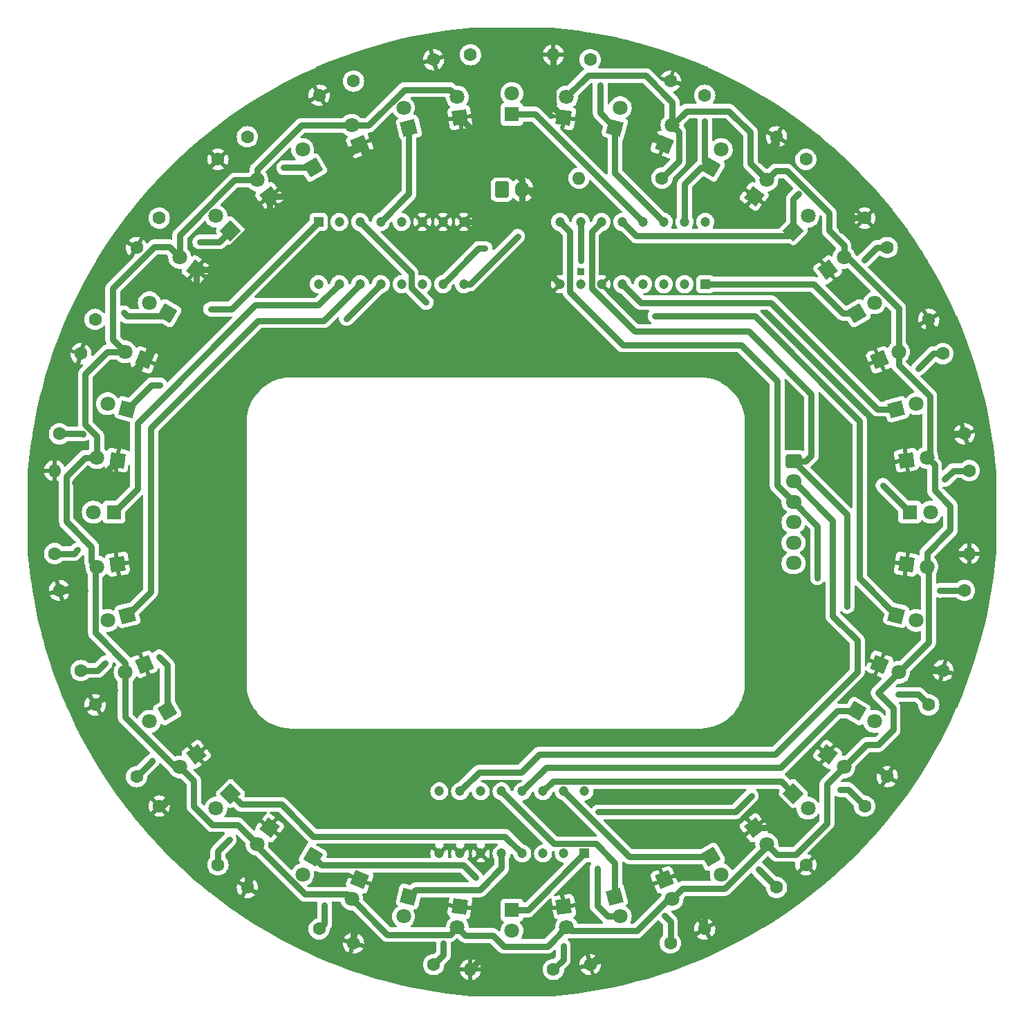
<source format=gbr>
%TF.GenerationSoftware,KiCad,Pcbnew,8.0.7*%
%TF.CreationDate,2025-02-18T21:39:35+09:00*%
%TF.ProjectId,LINESensorV3.1,4c494e45-5365-46e7-936f-7256332e312e,rev?*%
%TF.SameCoordinates,Original*%
%TF.FileFunction,Copper,L2,Bot*%
%TF.FilePolarity,Positive*%
%FSLAX46Y46*%
G04 Gerber Fmt 4.6, Leading zero omitted, Abs format (unit mm)*
G04 Created by KiCad (PCBNEW 8.0.7) date 2025-02-18 21:39:35*
%MOMM*%
%LPD*%
G01*
G04 APERTURE LIST*
G04 Aperture macros list*
%AMRoundRect*
0 Rectangle with rounded corners*
0 $1 Rounding radius*
0 $2 $3 $4 $5 $6 $7 $8 $9 X,Y pos of 4 corners*
0 Add a 4 corners polygon primitive as box body*
4,1,4,$2,$3,$4,$5,$6,$7,$8,$9,$2,$3,0*
0 Add four circle primitives for the rounded corners*
1,1,$1+$1,$2,$3*
1,1,$1+$1,$4,$5*
1,1,$1+$1,$6,$7*
1,1,$1+$1,$8,$9*
0 Add four rect primitives between the rounded corners*
20,1,$1+$1,$2,$3,$4,$5,0*
20,1,$1+$1,$4,$5,$6,$7,0*
20,1,$1+$1,$6,$7,$8,$9,0*
20,1,$1+$1,$8,$9,$2,$3,0*%
%AMHorizOval*
0 Thick line with rounded ends*
0 $1 width*
0 $2 $3 position (X,Y) of the first rounded end (center of the circle)*
0 $4 $5 position (X,Y) of the second rounded end (center of the circle)*
0 Add line between two ends*
20,1,$1,$2,$3,$4,$5,0*
0 Add two circle primitives to create the rounded ends*
1,1,$1,$2,$3*
1,1,$1,$4,$5*%
%AMRotRect*
0 Rectangle, with rotation*
0 The origin of the aperture is its center*
0 $1 length*
0 $2 width*
0 $3 Rotation angle, in degrees counterclockwise*
0 Add horizontal line*
21,1,$1,$2,0,0,$3*%
G04 Aperture macros list end*
%TA.AperFunction,ComponentPad*%
%ADD10C,1.600000*%
%TD*%
%TA.AperFunction,ComponentPad*%
%ADD11HorizOval,1.600000X0.000000X0.000000X0.000000X0.000000X0*%
%TD*%
%TA.AperFunction,ComponentPad*%
%ADD12RotRect,1.800000X1.800000X225.000000*%
%TD*%
%TA.AperFunction,ComponentPad*%
%ADD13C,1.800000*%
%TD*%
%TA.AperFunction,ComponentPad*%
%ADD14RotRect,1.800000X1.800000X247.500000*%
%TD*%
%TA.AperFunction,ComponentPad*%
%ADD15RotRect,1.800000X1.800000X240.000000*%
%TD*%
%TA.AperFunction,ComponentPad*%
%ADD16O,1.600000X1.600000*%
%TD*%
%TA.AperFunction,ComponentPad*%
%ADD17RotRect,1.800000X1.800000X307.500000*%
%TD*%
%TA.AperFunction,ComponentPad*%
%ADD18RotRect,1.800000X1.800000X285.000000*%
%TD*%
%TA.AperFunction,ComponentPad*%
%ADD19HorizOval,1.600000X0.000000X0.000000X0.000000X0.000000X0*%
%TD*%
%TA.AperFunction,ComponentPad*%
%ADD20RotRect,1.800000X1.800000X300.000000*%
%TD*%
%TA.AperFunction,ComponentPad*%
%ADD21RotRect,1.800000X1.800000X127.500000*%
%TD*%
%TA.AperFunction,ComponentPad*%
%ADD22RotRect,1.800000X1.800000X7.500000*%
%TD*%
%TA.AperFunction,ComponentPad*%
%ADD23HorizOval,1.600000X0.000000X0.000000X0.000000X0.000000X0*%
%TD*%
%TA.AperFunction,ComponentPad*%
%ADD24RotRect,1.800000X1.800000X337.500000*%
%TD*%
%TA.AperFunction,ComponentPad*%
%ADD25RotRect,1.800000X1.800000X277.500000*%
%TD*%
%TA.AperFunction,ComponentPad*%
%ADD26HorizOval,1.600000X0.000000X0.000000X0.000000X0.000000X0*%
%TD*%
%TA.AperFunction,ComponentPad*%
%ADD27RotRect,1.800000X1.800000X15.000000*%
%TD*%
%TA.AperFunction,ComponentPad*%
%ADD28RotRect,1.800000X1.800000X22.500000*%
%TD*%
%TA.AperFunction,ComponentPad*%
%ADD29RotRect,1.800000X1.800000X255.000000*%
%TD*%
%TA.AperFunction,ComponentPad*%
%ADD30RotRect,1.800000X1.800000X45.000000*%
%TD*%
%TA.AperFunction,ComponentPad*%
%ADD31RotRect,1.800000X1.800000X75.000000*%
%TD*%
%TA.AperFunction,ComponentPad*%
%ADD32RotRect,1.800000X1.800000X82.500000*%
%TD*%
%TA.AperFunction,ComponentPad*%
%ADD33HorizOval,1.600000X0.000000X0.000000X0.000000X0.000000X0*%
%TD*%
%TA.AperFunction,ComponentPad*%
%ADD34RotRect,1.800000X1.800000X210.000000*%
%TD*%
%TA.AperFunction,ComponentPad*%
%ADD35RotRect,1.800000X1.800000X315.000000*%
%TD*%
%TA.AperFunction,ComponentPad*%
%ADD36R,1.800000X1.800000*%
%TD*%
%TA.AperFunction,ComponentPad*%
%ADD37HorizOval,1.600000X0.000000X0.000000X0.000000X0.000000X0*%
%TD*%
%TA.AperFunction,ComponentPad*%
%ADD38RotRect,1.800000X1.800000X97.500000*%
%TD*%
%TA.AperFunction,ComponentPad*%
%ADD39RotRect,1.800000X1.800000X112.500000*%
%TD*%
%TA.AperFunction,ComponentPad*%
%ADD40RotRect,1.800000X1.800000X345.000000*%
%TD*%
%TA.AperFunction,ComponentPad*%
%ADD41RotRect,1.800000X1.800000X157.500000*%
%TD*%
%TA.AperFunction,ComponentPad*%
%ADD42RotRect,1.800000X1.800000X60.000000*%
%TD*%
%TA.AperFunction,ComponentPad*%
%ADD43RotRect,1.800000X1.800000X217.500000*%
%TD*%
%TA.AperFunction,ComponentPad*%
%ADD44HorizOval,1.600000X0.000000X0.000000X0.000000X0.000000X0*%
%TD*%
%TA.AperFunction,ComponentPad*%
%ADD45RotRect,1.800000X1.800000X292.500000*%
%TD*%
%TA.AperFunction,ComponentPad*%
%ADD46HorizOval,1.600000X0.000000X0.000000X0.000000X0.000000X0*%
%TD*%
%TA.AperFunction,ComponentPad*%
%ADD47RotRect,1.800000X1.800000X105.000000*%
%TD*%
%TA.AperFunction,ComponentPad*%
%ADD48RotRect,1.800000X1.800000X37.500000*%
%TD*%
%TA.AperFunction,ComponentPad*%
%ADD49RotRect,1.800000X1.800000X172.500000*%
%TD*%
%TA.AperFunction,ComponentPad*%
%ADD50RotRect,1.800000X1.800000X352.500000*%
%TD*%
%TA.AperFunction,ComponentPad*%
%ADD51RotRect,1.800000X1.800000X165.000000*%
%TD*%
%TA.AperFunction,ComponentPad*%
%ADD52RotRect,1.800000X1.800000X330.000000*%
%TD*%
%TA.AperFunction,ComponentPad*%
%ADD53HorizOval,1.600000X0.000000X0.000000X0.000000X0.000000X0*%
%TD*%
%TA.AperFunction,ComponentPad*%
%ADD54RotRect,1.800000X1.800000X187.500000*%
%TD*%
%TA.AperFunction,ComponentPad*%
%ADD55RotRect,1.800000X1.800000X142.500000*%
%TD*%
%TA.AperFunction,ComponentPad*%
%ADD56RotRect,1.800000X1.800000X120.000000*%
%TD*%
%TA.AperFunction,ComponentPad*%
%ADD57RotRect,1.800000X1.800000X202.500000*%
%TD*%
%TA.AperFunction,ComponentPad*%
%ADD58HorizOval,1.600000X0.000000X0.000000X0.000000X0.000000X0*%
%TD*%
%TA.AperFunction,ComponentPad*%
%ADD59HorizOval,1.600000X0.000000X0.000000X0.000000X0.000000X0*%
%TD*%
%TA.AperFunction,ComponentPad*%
%ADD60RotRect,1.800000X1.800000X30.000000*%
%TD*%
%TA.AperFunction,ComponentPad*%
%ADD61HorizOval,1.600000X0.000000X0.000000X0.000000X0.000000X0*%
%TD*%
%TA.AperFunction,ComponentPad*%
%ADD62HorizOval,1.600000X0.000000X0.000000X0.000000X0.000000X0*%
%TD*%
%TA.AperFunction,ComponentPad*%
%ADD63HorizOval,1.600000X0.000000X0.000000X0.000000X0.000000X0*%
%TD*%
%TA.AperFunction,ComponentPad*%
%ADD64RotRect,1.800000X1.800000X195.000000*%
%TD*%
%TA.AperFunction,ComponentPad*%
%ADD65RotRect,1.800000X1.800000X67.500000*%
%TD*%
%TA.AperFunction,ComponentPad*%
%ADD66HorizOval,1.600000X0.000000X0.000000X0.000000X0.000000X0*%
%TD*%
%TA.AperFunction,ComponentPad*%
%ADD67RotRect,1.800000X1.800000X52.500000*%
%TD*%
%TA.AperFunction,ComponentPad*%
%ADD68HorizOval,1.600000X0.000000X0.000000X0.000000X0.000000X0*%
%TD*%
%TA.AperFunction,ComponentPad*%
%ADD69HorizOval,1.600000X0.000000X0.000000X0.000000X0.000000X0*%
%TD*%
%TA.AperFunction,ComponentPad*%
%ADD70RotRect,1.800000X1.800000X322.500000*%
%TD*%
%TA.AperFunction,ComponentPad*%
%ADD71RotRect,1.800000X1.800000X262.500000*%
%TD*%
%TA.AperFunction,ComponentPad*%
%ADD72RotRect,1.800000X1.800000X135.000000*%
%TD*%
%TA.AperFunction,ComponentPad*%
%ADD73RotRect,1.800000X1.800000X232.500000*%
%TD*%
%TA.AperFunction,ComponentPad*%
%ADD74RotRect,1.800000X1.800000X150.000000*%
%TD*%
%TA.AperFunction,ComponentPad*%
%ADD75HorizOval,1.600000X0.000000X0.000000X0.000000X0.000000X0*%
%TD*%
%TA.AperFunction,ComponentPad*%
%ADD76HorizOval,1.600000X0.000000X0.000000X0.000000X0.000000X0*%
%TD*%
%TA.AperFunction,ComponentPad*%
%ADD77HorizOval,1.600000X0.000000X0.000000X0.000000X0.000000X0*%
%TD*%
%TA.AperFunction,ComponentPad*%
%ADD78R,1.200000X1.200000*%
%TD*%
%TA.AperFunction,ComponentPad*%
%ADD79C,1.200000*%
%TD*%
%TA.AperFunction,ComponentPad*%
%ADD80RoundRect,0.250000X-0.600000X-0.750000X0.600000X-0.750000X0.600000X0.750000X-0.600000X0.750000X0*%
%TD*%
%TA.AperFunction,ComponentPad*%
%ADD81O,1.700000X2.000000*%
%TD*%
%TA.AperFunction,ComponentPad*%
%ADD82RoundRect,0.250000X-0.725000X0.600000X-0.725000X-0.600000X0.725000X-0.600000X0.725000X0.600000X0*%
%TD*%
%TA.AperFunction,ComponentPad*%
%ADD83O,1.950000X1.700000*%
%TD*%
%TA.AperFunction,ViaPad*%
%ADD84C,0.600000*%
%TD*%
%TA.AperFunction,Conductor*%
%ADD85C,0.800000*%
%TD*%
G04 APERTURE END LIST*
D10*
%TO.P,R15,1*%
%TO.N,Net-(T14-K)*%
X190413036Y-205406647D03*
D11*
%TO.P,R15,2*%
%TO.N,GND*%
X180599230Y-202777045D03*
%TD*%
D12*
%TO.P,T16,1,K*%
%TO.N,Net-(IC2-7)*%
X165546222Y-184453778D03*
D13*
%TO.P,T16,2,A*%
%TO.N,+5V*%
X163750171Y-186249829D03*
%TD*%
D14*
%TO.P,D14,1,K*%
%TO.N,GND*%
X181353750Y-195016031D03*
D13*
%TO.P,D14,2,A*%
%TO.N,Net-(D1-A)*%
X180381734Y-197362685D03*
%TD*%
D15*
%TO.P,T15,1,K*%
%TO.N,Net-(IC2-6)*%
X175637500Y-192197088D03*
D13*
%TO.P,T15,2,A*%
%TO.N,+5V*%
X174367500Y-194396793D03*
%TD*%
D10*
%TO.P,R20,1*%
%TO.N,Net-(IC3-2)*%
X144000000Y-155080000D03*
D16*
%TO.P,R20,2*%
%TO.N,GND*%
X144000000Y-144920000D03*
%TD*%
D10*
%TO.P,R8,1*%
%TO.N,Net-(IC1-6)*%
X256000000Y-144920000D03*
D16*
%TO.P,R8,2*%
%TO.N,GND*%
X256000000Y-155080000D03*
%TD*%
D17*
%TO.P,D10,1,K*%
%TO.N,GND*%
X229661900Y-188656142D03*
D13*
%TO.P,D10,2,A*%
%TO.N,Net-(D1-A)*%
X231208154Y-190671259D03*
%TD*%
D18*
%TO.P,T12,1,K*%
%TO.N,Net-(IC2-3)*%
X212610958Y-197064736D03*
D13*
%TO.P,T12,2,A*%
%TO.N,+5V*%
X213268358Y-199518188D03*
%TD*%
D10*
%TO.P,R13,1*%
%TO.N,Net-(IC2-3)*%
X219400770Y-202777046D03*
D19*
%TO.P,R13,2*%
%TO.N,GND*%
X209586965Y-205406647D03*
%TD*%
D20*
%TO.P,T11,1,K*%
%TO.N,Net-(IC2-2)*%
X224362500Y-192197088D03*
D13*
%TO.P,T11,2,A*%
%TO.N,+5V*%
X225632500Y-194396793D03*
%TD*%
D21*
%TO.P,D22,1,K*%
%TO.N,GND*%
X170338100Y-111343859D03*
D13*
%TO.P,D22,2,A*%
%TO.N,Net-(D1-A)*%
X168791846Y-109328742D03*
%TD*%
D22*
%TO.P,D6,1,K*%
%TO.N,GND*%
X248308151Y-143640111D03*
D13*
%TO.P,D6,2,A*%
%TO.N,Net-(D1-A)*%
X250826421Y-143308574D03*
%TD*%
D10*
%TO.P,R12,1*%
%TO.N,Net-(IC2-2)*%
X232399409Y-195957423D03*
D23*
%TO.P,R12,2*%
%TO.N,GND*%
X223600591Y-201037423D03*
%TD*%
D24*
%TO.P,D8,1,K*%
%TO.N,GND*%
X245016031Y-168646251D03*
D13*
%TO.P,D8,2,A*%
%TO.N,Net-(D1-A)*%
X247362685Y-169618267D03*
%TD*%
D25*
%TO.P,D12,1,K*%
%TO.N,GND*%
X206359889Y-198308151D03*
D13*
%TO.P,D12,2,A*%
%TO.N,Net-(D1-A)*%
X206691426Y-200826421D03*
%TD*%
D10*
%TO.P,R2,1*%
%TO.N,Net-(IC1-0)*%
X194920000Y-94000000D03*
D16*
%TO.P,R2,2*%
%TO.N,GND*%
X205080000Y-94000000D03*
%TD*%
D10*
%TO.P,R25,1*%
%TO.N,Net-(IC3-7)*%
X180599230Y-97222954D03*
D26*
%TO.P,R25,2*%
%TO.N,GND*%
X190413035Y-94593353D03*
%TD*%
D27*
%TO.P,T6,1,K*%
%TO.N,Net-(T6-K)*%
X247064736Y-137389042D03*
D13*
%TO.P,T6,2,A*%
%TO.N,+5V*%
X249518188Y-136731642D03*
%TD*%
D28*
%TO.P,D5,1,K*%
%TO.N,GND*%
X245016031Y-131353750D03*
D13*
%TO.P,D5,2,A*%
%TO.N,Net-(D1-A)*%
X247362685Y-130381734D03*
%TD*%
D10*
%TO.P,R1,1*%
%TO.N,Net-(D1-A)*%
X218367731Y-109104570D03*
D16*
%TO.P,R1,2*%
%TO.N,+5V*%
X208207731Y-109104570D03*
%TD*%
D29*
%TO.P,T14,1,K*%
%TO.N,Net-(T14-K)*%
X187389042Y-197064736D03*
D13*
%TO.P,T14,2,A*%
%TO.N,+5V*%
X186731642Y-199518188D03*
%TD*%
D30*
%TO.P,T4,1,K*%
%TO.N,Net-(IC1-3)*%
X234453778Y-115546222D03*
D13*
%TO.P,T4,2,A*%
%TO.N,+5V*%
X236249829Y-113750171D03*
%TD*%
D31*
%TO.P,T2,1,K*%
%TO.N,Net-(IC1-1)*%
X212610958Y-102935265D03*
D13*
%TO.P,T2,2,A*%
%TO.N,+5V*%
X213268358Y-100481813D03*
%TD*%
D32*
%TO.P,D1,1,K*%
%TO.N,GND*%
X206359889Y-101691850D03*
D13*
%TO.P,D1,2,A*%
%TO.N,Net-(D1-A)*%
X206691426Y-99173580D03*
%TD*%
D10*
%TO.P,R21,1*%
%TO.N,Net-(IC3-3)*%
X144593354Y-140413036D03*
D33*
%TO.P,R21,2*%
%TO.N,GND*%
X147222955Y-130599231D03*
%TD*%
D34*
%TO.P,T17,1,K*%
%TO.N,Net-(IC3-0)*%
X157802913Y-174362500D03*
D13*
%TO.P,T17,2,A*%
%TO.N,+5V*%
X155603208Y-175632500D03*
%TD*%
D35*
%TO.P,T10,1,K*%
%TO.N,Net-(IC2-1)*%
X234453778Y-184453778D03*
D13*
%TO.P,T10,2,A*%
%TO.N,+5V*%
X236249829Y-186249829D03*
%TD*%
D36*
%TO.P,T13,1,K*%
%TO.N,Net-(IC2-4)*%
X200000000Y-198725000D03*
D13*
%TO.P,T13,2,A*%
%TO.N,+5V*%
X200000000Y-201265000D03*
%TD*%
D10*
%TO.P,R18,1*%
%TO.N,Net-(IC3-0)*%
X154042577Y-182399409D03*
D37*
%TO.P,R18,2*%
%TO.N,GND*%
X148962577Y-173600591D03*
%TD*%
D38*
%TO.P,D24,1,K*%
%TO.N,GND*%
X193640111Y-101691850D03*
D13*
%TO.P,D24,2,A*%
%TO.N,Net-(D1-A)*%
X193308574Y-99173580D03*
%TD*%
D39*
%TO.P,D23,1,K*%
%TO.N,GND*%
X181353750Y-104983970D03*
D13*
%TO.P,D23,2,A*%
%TO.N,Net-(D1-A)*%
X180381734Y-102637316D03*
%TD*%
D40*
%TO.P,T8,1,K*%
%TO.N,Net-(IC1-7)*%
X247064736Y-162610958D03*
D13*
%TO.P,T8,2,A*%
%TO.N,+5V*%
X249518188Y-163268358D03*
%TD*%
D41*
%TO.P,D20,1,K*%
%TO.N,GND*%
X154983970Y-131353750D03*
D13*
%TO.P,D20,2,A*%
%TO.N,Net-(D1-A)*%
X152637316Y-130381734D03*
%TD*%
D42*
%TO.P,T3,1,K*%
%TO.N,Net-(IC1-2)*%
X224362500Y-107802913D03*
D13*
%TO.P,T3,2,A*%
%TO.N,+5V*%
X225632500Y-105603208D03*
%TD*%
D43*
%TO.P,D16,1,K*%
%TO.N,GND*%
X161343859Y-179661900D03*
D13*
%TO.P,D16,2,A*%
%TO.N,Net-(D1-A)*%
X159328742Y-181208154D03*
%TD*%
D10*
%TO.P,R5,1*%
%TO.N,Net-(IC1-3)*%
X236005878Y-106809918D03*
D44*
%TO.P,R5,2*%
%TO.N,GND*%
X243190083Y-113994123D03*
%TD*%
D45*
%TO.P,D11,1,K*%
%TO.N,GND*%
X218646251Y-195016031D03*
D13*
%TO.P,D11,2,A*%
%TO.N,Net-(D1-A)*%
X219618267Y-197362685D03*
%TD*%
D10*
%TO.P,R23,1*%
%TO.N,Net-(T22-K)*%
X156809917Y-113994122D03*
D46*
%TO.P,R23,2*%
%TO.N,GND*%
X163994122Y-106809917D03*
%TD*%
D47*
%TO.P,T24,1,K*%
%TO.N,Net-(IC3-7)*%
X187389042Y-102935265D03*
D13*
%TO.P,T24,2,A*%
%TO.N,+5V*%
X186731642Y-100481813D03*
%TD*%
D48*
%TO.P,D4,1,K*%
%TO.N,GND*%
X238656142Y-120338100D03*
D13*
%TO.P,D4,2,A*%
%TO.N,Net-(D1-A)*%
X240671259Y-118791846D03*
%TD*%
D49*
%TO.P,D19,1,K*%
%TO.N,GND*%
X151691850Y-143640111D03*
D13*
%TO.P,D19,2,A*%
%TO.N,Net-(D1-A)*%
X149173580Y-143308574D03*
%TD*%
D50*
%TO.P,D7,1,K*%
%TO.N,GND*%
X248308151Y-156359889D03*
D13*
%TO.P,D7,2,A*%
%TO.N,Net-(D1-A)*%
X250826421Y-156691426D03*
%TD*%
D51*
%TO.P,T20,1,K*%
%TO.N,Net-(IC3-3)*%
X152935265Y-137389042D03*
D13*
%TO.P,T20,2,A*%
%TO.N,+5V*%
X150481813Y-136731642D03*
%TD*%
D52*
%TO.P,T9,1,K*%
%TO.N,Net-(IC2-0)*%
X242197088Y-174362500D03*
D13*
%TO.P,T9,2,A*%
%TO.N,+5V*%
X244396793Y-175632500D03*
%TD*%
D10*
%TO.P,R3,1*%
%TO.N,Net-(IC1-1)*%
X209586964Y-94593354D03*
D53*
%TO.P,R3,2*%
%TO.N,GND*%
X219400769Y-97222955D03*
%TD*%
D54*
%TO.P,D18,1,K*%
%TO.N,GND*%
X151691850Y-156359889D03*
D13*
%TO.P,D18,2,A*%
%TO.N,Net-(D1-A)*%
X149173580Y-156691426D03*
%TD*%
D36*
%TO.P,T7,1,K*%
%TO.N,Net-(IC1-6)*%
X248725000Y-150000000D03*
D13*
%TO.P,T7,2,A*%
%TO.N,+5V*%
X251265000Y-150000000D03*
%TD*%
D36*
%TO.P,T1,1,K*%
%TO.N,Net-(IC1-0)*%
X200000000Y-101275000D03*
D13*
%TO.P,T1,2,A*%
%TO.N,+5V*%
X200000000Y-98735000D03*
%TD*%
D55*
%TO.P,D21,1,K*%
%TO.N,GND*%
X161343859Y-120338100D03*
D13*
%TO.P,D21,2,A*%
%TO.N,Net-(D1-A)*%
X159328742Y-118791846D03*
%TD*%
D56*
%TO.P,T23,1,K*%
%TO.N,Net-(IC3-6)*%
X175637500Y-107802913D03*
D13*
%TO.P,T23,2,A*%
%TO.N,+5V*%
X174367500Y-105603208D03*
%TD*%
D10*
%TO.P,R14,1*%
%TO.N,Net-(IC2-4)*%
X205080000Y-206000000D03*
D16*
%TO.P,R14,2*%
%TO.N,GND*%
X194920000Y-206000000D03*
%TD*%
D36*
%TO.P,T19,1,K*%
%TO.N,Net-(IC3-2)*%
X151275000Y-150000000D03*
D13*
%TO.P,T19,2,A*%
%TO.N,+5V*%
X148735000Y-150000000D03*
%TD*%
D57*
%TO.P,D17,1,K*%
%TO.N,GND*%
X154983970Y-168646251D03*
D13*
%TO.P,D17,2,A*%
%TO.N,Net-(D1-A)*%
X152637316Y-169618267D03*
%TD*%
D10*
%TO.P,R17,1*%
%TO.N,Net-(IC2-7)*%
X163994123Y-193190083D03*
D58*
%TO.P,R17,2*%
%TO.N,GND*%
X156809918Y-186005878D03*
%TD*%
D10*
%TO.P,R9,1*%
%TO.N,Net-(IC1-7)*%
X255406647Y-159586964D03*
D59*
%TO.P,R9,2*%
%TO.N,GND*%
X252777046Y-169400769D03*
%TD*%
D60*
%TO.P,T5,1,K*%
%TO.N,Net-(IC1-4)*%
X242197088Y-125637500D03*
D13*
%TO.P,T5,2,A*%
%TO.N,+5V*%
X244396793Y-124367500D03*
%TD*%
D10*
%TO.P,R7,1*%
%TO.N,Net-(T6-K)*%
X252777046Y-130599230D03*
D61*
%TO.P,R7,2*%
%TO.N,GND*%
X255406647Y-140413035D03*
%TD*%
D10*
%TO.P,R16,1*%
%TO.N,Net-(IC2-6)*%
X176399409Y-201037423D03*
D62*
%TO.P,R16,2*%
%TO.N,GND*%
X167600591Y-195957423D03*
%TD*%
D10*
%TO.P,R6,1*%
%TO.N,Net-(IC1-4)*%
X245957423Y-117600591D03*
D63*
%TO.P,R6,2*%
%TO.N,GND*%
X251037423Y-126399409D03*
%TD*%
D64*
%TO.P,T18,1,K*%
%TO.N,Net-(IC3-1)*%
X152935265Y-162610958D03*
D13*
%TO.P,T18,2,A*%
%TO.N,+5V*%
X150481813Y-163268358D03*
%TD*%
D65*
%TO.P,D2,1,K*%
%TO.N,GND*%
X218646251Y-104983970D03*
D13*
%TO.P,D2,2,A*%
%TO.N,Net-(D1-A)*%
X219618267Y-102637316D03*
%TD*%
D10*
%TO.P,R22,1*%
%TO.N,Net-(IC3-4)*%
X148962577Y-126399409D03*
D66*
%TO.P,R22,2*%
%TO.N,GND*%
X154042577Y-117600591D03*
%TD*%
D67*
%TO.P,D3,1,K*%
%TO.N,GND*%
X229661900Y-111343859D03*
D13*
%TO.P,D3,2,A*%
%TO.N,Net-(D1-A)*%
X231208154Y-109328742D03*
%TD*%
D10*
%TO.P,R11,1*%
%TO.N,Net-(IC2-1)*%
X243190083Y-186005878D03*
D68*
%TO.P,R11,2*%
%TO.N,GND*%
X236005878Y-193190083D03*
%TD*%
D10*
%TO.P,R10,1*%
%TO.N,Net-(IC2-0)*%
X251037423Y-173600591D03*
D69*
%TO.P,R10,2*%
%TO.N,GND*%
X245957423Y-182399409D03*
%TD*%
D70*
%TO.P,D9,1,K*%
%TO.N,GND*%
X238656142Y-179661900D03*
D13*
%TO.P,D9,2,A*%
%TO.N,Net-(D1-A)*%
X240671259Y-181208154D03*
%TD*%
D71*
%TO.P,D13,1,K*%
%TO.N,GND*%
X193640111Y-198308151D03*
D13*
%TO.P,D13,2,A*%
%TO.N,Net-(D1-A)*%
X193308574Y-200826421D03*
%TD*%
D72*
%TO.P,T22,1,K*%
%TO.N,Net-(T22-K)*%
X165546222Y-115546222D03*
D13*
%TO.P,T22,2,A*%
%TO.N,+5V*%
X163750171Y-113750171D03*
%TD*%
D73*
%TO.P,D15,1,K*%
%TO.N,GND*%
X170338100Y-188656142D03*
D13*
%TO.P,D15,2,A*%
%TO.N,Net-(D1-A)*%
X168791846Y-190671259D03*
%TD*%
D74*
%TO.P,T21,1,K*%
%TO.N,Net-(IC3-4)*%
X157802913Y-125637500D03*
D13*
%TO.P,T21,2,A*%
%TO.N,+5V*%
X155603208Y-124367500D03*
%TD*%
D10*
%TO.P,R4,1*%
%TO.N,Net-(IC1-2)*%
X223600591Y-98962577D03*
D75*
%TO.P,R4,2*%
%TO.N,GND*%
X232399409Y-104042577D03*
%TD*%
D10*
%TO.P,R24,1*%
%TO.N,Net-(IC3-6)*%
X167600591Y-104042577D03*
D76*
%TO.P,R24,2*%
%TO.N,GND*%
X176399409Y-98962577D03*
%TD*%
D10*
%TO.P,R19,1*%
%TO.N,Net-(IC3-1)*%
X147222954Y-169400770D03*
D77*
%TO.P,R19,2*%
%TO.N,GND*%
X144593353Y-159586965D03*
%TD*%
D78*
%TO.P,IC1,1,4*%
%TO.N,Net-(IC1-4)*%
X223681639Y-122089227D03*
D79*
%TO.P,IC1,2,6*%
%TO.N,Net-(IC1-6)*%
X221141639Y-122089227D03*
%TO.P,IC1,3,COM*%
%TO.N,Net-(IC1-COM)*%
X218601639Y-122089227D03*
%TO.P,IC1,4,7*%
%TO.N,Net-(IC1-7)*%
X216061639Y-122089227D03*
%TO.P,IC1,5,5*%
%TO.N,Net-(T6-K)*%
X213521639Y-122089227D03*
%TO.P,IC1,6,INH*%
%TO.N,GND*%
X210981639Y-122089227D03*
%TO.P,IC1,7,VEE*%
X208441639Y-122089227D03*
%TO.P,IC1,8,VSS*%
X205901639Y-122089227D03*
%TO.P,IC1,9,C*%
%TO.N,Net-(IC1-C)*%
X205901639Y-114469227D03*
%TO.P,IC1,10,B*%
%TO.N,Net-(IC1-B)*%
X208441639Y-114469227D03*
%TO.P,IC1,11,A*%
%TO.N,Net-(IC1-A)*%
X210981639Y-114469227D03*
%TO.P,IC1,12,3*%
%TO.N,Net-(IC1-3)*%
X213521639Y-114469227D03*
%TO.P,IC1,13,0*%
%TO.N,Net-(IC1-0)*%
X216061639Y-114469227D03*
%TO.P,IC1,14,1*%
%TO.N,Net-(IC1-1)*%
X218601639Y-114469227D03*
%TO.P,IC1,15,2*%
%TO.N,Net-(IC1-2)*%
X221141639Y-114469227D03*
%TO.P,IC1,16,VDD*%
%TO.N,+5V*%
X223681639Y-114469227D03*
%TD*%
D80*
%TO.P,J2,1,Pin_1*%
%TO.N,+5V*%
X198750000Y-110525000D03*
D81*
%TO.P,J2,2,Pin_2*%
%TO.N,GND*%
X201250000Y-110525000D03*
%TD*%
D82*
%TO.P,J1,1,Pin_1*%
%TO.N,Net-(IC1-A)*%
X234475000Y-143750000D03*
D83*
%TO.P,J1,2,Pin_2*%
%TO.N,Net-(IC1-B)*%
X234475000Y-146250000D03*
%TO.P,J1,3,Pin_3*%
%TO.N,Net-(IC1-C)*%
X234475000Y-148750000D03*
%TO.P,J1,4,Pin_4*%
%TO.N,Net-(IC1-COM)*%
X234475000Y-151250000D03*
%TO.P,J1,5,Pin_5*%
%TO.N,Net-(IC2-COM)*%
X234475000Y-153750000D03*
%TO.P,J1,6,Pin_6*%
%TO.N,Net-(IC3-COM)*%
X234475000Y-156250000D03*
%TD*%
D78*
%TO.P,IC3,1,4*%
%TO.N,Net-(IC3-4)*%
X176318361Y-114469227D03*
D79*
%TO.P,IC3,2,6*%
%TO.N,Net-(IC3-6)*%
X178858361Y-114469227D03*
%TO.P,IC3,3,COM*%
%TO.N,Net-(IC3-COM)*%
X181398361Y-114469227D03*
%TO.P,IC3,4,7*%
%TO.N,Net-(IC3-7)*%
X183938361Y-114469227D03*
%TO.P,IC3,5,5*%
%TO.N,Net-(T22-K)*%
X186478361Y-114469227D03*
%TO.P,IC3,6,INH*%
%TO.N,GND*%
X189018361Y-114469227D03*
%TO.P,IC3,7,VEE*%
X191558361Y-114469227D03*
%TO.P,IC3,8,VSS*%
X194098361Y-114469227D03*
%TO.P,IC3,9,C*%
%TO.N,Net-(IC1-C)*%
X194098361Y-122089227D03*
%TO.P,IC3,10,B*%
%TO.N,Net-(IC1-B)*%
X191558361Y-122089227D03*
%TO.P,IC3,11,A*%
%TO.N,Net-(IC1-A)*%
X189018361Y-122089227D03*
%TO.P,IC3,12,3*%
%TO.N,Net-(IC3-3)*%
X186478361Y-122089227D03*
%TO.P,IC3,13,0*%
%TO.N,Net-(IC3-0)*%
X183938361Y-122089227D03*
%TO.P,IC3,14,1*%
%TO.N,Net-(IC3-1)*%
X181398361Y-122089227D03*
%TO.P,IC3,15,2*%
%TO.N,Net-(IC3-2)*%
X178858361Y-122089227D03*
%TO.P,IC3,16,VDD*%
%TO.N,+5V*%
X176318361Y-122089227D03*
%TD*%
%TO.P,IC2,16,VDD*%
%TO.N,+5V*%
X208890000Y-184190000D03*
%TO.P,IC2,15,2*%
%TO.N,Net-(IC2-2)*%
X206350000Y-184190000D03*
%TO.P,IC2,14,1*%
%TO.N,Net-(IC2-1)*%
X203810000Y-184190000D03*
%TO.P,IC2,13,0*%
%TO.N,Net-(IC2-0)*%
X201270000Y-184190000D03*
%TO.P,IC2,12,3*%
%TO.N,Net-(IC2-3)*%
X198730000Y-184190000D03*
%TO.P,IC2,11,A*%
%TO.N,Net-(IC1-A)*%
X196190000Y-184190000D03*
%TO.P,IC2,10,B*%
%TO.N,Net-(IC1-B)*%
X193650000Y-184190000D03*
%TO.P,IC2,9,C*%
%TO.N,Net-(IC1-C)*%
X191110000Y-184190000D03*
%TO.P,IC2,8,VSS*%
%TO.N,GND*%
X191110000Y-191810000D03*
%TO.P,IC2,7,VEE*%
X193650000Y-191810000D03*
%TO.P,IC2,6,INH*%
X196190000Y-191810000D03*
%TO.P,IC2,5,5*%
%TO.N,Net-(T14-K)*%
X198730000Y-191810000D03*
%TO.P,IC2,4,7*%
%TO.N,Net-(IC2-7)*%
X201270000Y-191810000D03*
%TO.P,IC2,3,COM*%
%TO.N,Net-(IC2-COM)*%
X203810000Y-191810000D03*
%TO.P,IC2,2,6*%
%TO.N,Net-(IC2-6)*%
X206350000Y-191810000D03*
D78*
%TO.P,IC2,1,4*%
%TO.N,Net-(IC2-4)*%
X208890000Y-191810000D03*
%TD*%
D84*
%TO.N,GND*%
X191570000Y-197620000D03*
X197720000Y-198320000D03*
X215320000Y-193810000D03*
X226430000Y-189770000D03*
X232020000Y-186150000D03*
X236370000Y-181670000D03*
X240040000Y-176570000D03*
X242990000Y-171620000D03*
X246000000Y-165490000D03*
X248120000Y-153180000D03*
X248370000Y-146750000D03*
X246750000Y-140460000D03*
X245780000Y-134580000D03*
X243330000Y-128400000D03*
X240350000Y-123200000D03*
X236120000Y-118800000D03*
X231440000Y-113980000D03*
X226540000Y-109800000D03*
X222110000Y-106850000D03*
X215350000Y-103930000D03*
X209440000Y-102730000D03*
X203890000Y-98680000D03*
X197580000Y-96420000D03*
X189980000Y-103340000D03*
X176530000Y-103950000D03*
X165780000Y-111750000D03*
X166590000Y-119490000D03*
X155760000Y-121130000D03*
X156840000Y-127900000D03*
X152500000Y-135140000D03*
X152550000Y-141100000D03*
X151580000Y-147640000D03*
X151690000Y-153460000D03*
X153140000Y-159750000D03*
X154090000Y-173530000D03*
X160130000Y-176850000D03*
X164210000Y-182610000D03*
X168700000Y-187200000D03*
X173260000Y-189840000D03*
X185080000Y-195710000D03*
X234730000Y-139800000D03*
X234460000Y-137120000D03*
X240920000Y-147800000D03*
X208970000Y-189230000D03*
X204680000Y-186750000D03*
X197360000Y-187590000D03*
X193380000Y-186560000D03*
X178570000Y-202130000D03*
X192330000Y-206370000D03*
X207180000Y-206650000D03*
X222310000Y-202520000D03*
X235280000Y-195470000D03*
X245620000Y-184760000D03*
X253270000Y-172030000D03*
X257040000Y-157700000D03*
X256470000Y-142620000D03*
X252670000Y-127680000D03*
X244630000Y-115550000D03*
X234910000Y-104840000D03*
X221940000Y-97790000D03*
X207320000Y-93770000D03*
X203370000Y-91640000D03*
X196860000Y-91770000D03*
X192600000Y-93770000D03*
X189960000Y-91890000D03*
X180380000Y-94520000D03*
X178370000Y-97530000D03*
X174050000Y-97160000D03*
X165340000Y-105050000D03*
X165910000Y-101920000D03*
X154910000Y-115750000D03*
X161400000Y-106230000D03*
X157220000Y-110270000D03*
X151100000Y-117480000D03*
X147900000Y-122410000D03*
X143610000Y-132660000D03*
X147140000Y-128370000D03*
X165630000Y-194870000D03*
X155300000Y-184720000D03*
X147210000Y-171560000D03*
X142140000Y-157560000D03*
X142230000Y-142240000D03*
X142550000Y-137920000D03*
X141670000Y-147940000D03*
X141230000Y-154020000D03*
X142890000Y-162370000D03*
X144470000Y-167210000D03*
X147590000Y-176760000D03*
X150500000Y-182310000D03*
X154920000Y-187760000D03*
X161250000Y-194250000D03*
X168390000Y-199170000D03*
X174090000Y-202680000D03*
X182320000Y-205780000D03*
X187180000Y-207280000D03*
X192740000Y-208340000D03*
X197360000Y-208290000D03*
X203760000Y-208230000D03*
X226690000Y-202720000D03*
X217650000Y-205430000D03*
X232040000Y-199430000D03*
X238050000Y-194590000D03*
X248680000Y-183550000D03*
X244840000Y-188280000D03*
X251680000Y-177540000D03*
X255250000Y-169170000D03*
X256930000Y-161740000D03*
X258170000Y-153570000D03*
X258070000Y-143610000D03*
X257040000Y-135530000D03*
X255070000Y-128950000D03*
X250370000Y-119370000D03*
X241540000Y-109320000D03*
X235800000Y-103400000D03*
X229560000Y-99560000D03*
X225340000Y-97090000D03*
X218990000Y-94250000D03*
X213390000Y-92790000D03*
X182870000Y-191390000D03*
X187630000Y-191320000D03*
X215820000Y-189440000D03*
X220960000Y-189510000D03*
X216640000Y-184930000D03*
X224530000Y-184810000D03*
X245390000Y-143960000D03*
X244450000Y-156240000D03*
X244640000Y-149970000D03*
X239690000Y-128610000D03*
X235930000Y-124160000D03*
X198280000Y-116190000D03*
X190350000Y-116120000D03*
X187970000Y-119130000D03*
X182420000Y-119790000D03*
X190810000Y-120430000D03*
X172910000Y-114060000D03*
X177020000Y-112050000D03*
X182310000Y-111620000D03*
X184820000Y-108740000D03*
X191530000Y-111600000D03*
X193170000Y-105110000D03*
X227410000Y-114190000D03*
X224040000Y-112320000D03*
X231120000Y-119980000D03*
X226270000Y-118620000D03*
X205020000Y-108830000D03*
X203820000Y-104970000D03*
X197930000Y-103490000D03*
X177810000Y-118030000D03*
X158530000Y-130190000D03*
X161410000Y-127770000D03*
X164940000Y-122480000D03*
X170100000Y-118200000D03*
X173990000Y-119760000D03*
X171100000Y-122480000D03*
X183650000Y-130620000D03*
X174190000Y-130870000D03*
X165480000Y-133310000D03*
X161530000Y-141270000D03*
X164540000Y-155050000D03*
X160090000Y-148720000D03*
X159340000Y-158620000D03*
X165290000Y-164320000D03*
X161850000Y-171470000D03*
X164100000Y-176980000D03*
X173500000Y-177980000D03*
X177760000Y-184120000D03*
X185090000Y-178290000D03*
X189910000Y-179860000D03*
X187030000Y-186440000D03*
X182520000Y-187750000D03*
X195620000Y-178670000D03*
X205450000Y-178110000D03*
X221610000Y-177860000D03*
X229010000Y-175910000D03*
X230070000Y-168400000D03*
X234400000Y-166890000D03*
X234140000Y-161570000D03*
X229880000Y-154610000D03*
X229630000Y-145090000D03*
X229260000Y-135380000D03*
X224620000Y-131680000D03*
X215040000Y-132430000D03*
X204760000Y-127990000D03*
X199980000Y-132250000D03*
X187200000Y-127360000D03*
X201780000Y-122730000D03*
X201360000Y-120470000D03*
X197520000Y-121970000D03*
X208390000Y-120490000D03*
X205900000Y-120330000D03*
X219020000Y-117950000D03*
X217130000Y-120140000D03*
X212030000Y-117420000D03*
X222470000Y-118510000D03*
X222160000Y-197360000D03*
X159600000Y-183620000D03*
X240380000Y-115520000D03*
X146490000Y-146430000D03*
X169110000Y-193160000D03*
X230440000Y-106950000D03*
X178730000Y-198550000D03*
X149060000Y-133610000D03*
X186010000Y-105960000D03*
X235330000Y-189360000D03*
X147740000Y-159590000D03*
X252650000Y-155090000D03*
X249590000Y-130590000D03*
X243455000Y-180375000D03*
X151330000Y-171800000D03*
X217250000Y-99390000D03*
X252400000Y-140460000D03*
X249650000Y-169180000D03*
X209910000Y-202540000D03*
X196430000Y-203100000D03*
%TO.N,Net-(IC1-C)*%
X237410000Y-158050000D03*
X200690000Y-116240000D03*
%TO.N,Net-(IC1-B)*%
X208470000Y-119230000D03*
X196700000Y-117710000D03*
%TO.N,Net-(T6-K)*%
X249750000Y-132410000D03*
%TO.N,Net-(IC1-3)*%
X235080000Y-111040000D03*
%TO.N,Net-(IC1-4)*%
X243150000Y-119100000D03*
%TO.N,Net-(IC1-7)*%
X252410000Y-159590000D03*
X217510000Y-125980000D03*
%TO.N,Net-(IC1-6)*%
X245440000Y-146715000D03*
X252980000Y-146010000D03*
%TO.N,Net-(IC1-A)*%
X241040000Y-161540000D03*
%TO.N,Net-(IC1-2)*%
X223630000Y-102140000D03*
%TO.N,+5V*%
X210430000Y-193630000D03*
%TO.N,Net-(IC1-1)*%
X210800000Y-97700000D03*
%TO.N,Net-(IC2-7)*%
X165395000Y-190115000D03*
%TO.N,Net-(T14-K)*%
X191620000Y-202800000D03*
%TO.N,Net-(IC2-0)*%
X247300000Y-172330000D03*
%TO.N,Net-(IC2-1)*%
X240200000Y-183990000D03*
%TO.N,Net-(IC2-6)*%
X177050000Y-198130000D03*
X195540000Y-194730000D03*
%TO.N,Net-(IC2-2)*%
X230170000Y-193740000D03*
%TO.N,Net-(IC2-4)*%
X206285000Y-203125000D03*
%TO.N,Net-(IC2-3)*%
X218640000Y-199370000D03*
%TO.N,Net-(IC2-COM)*%
X229310000Y-184770000D03*
X210580000Y-186710000D03*
%TO.N,Net-(T22-K)*%
X161770000Y-116910000D03*
%TO.N,Net-(IC3-3)*%
X156910000Y-134430000D03*
X147500000Y-140430000D03*
%TO.N,Net-(IC3-2)*%
X146820000Y-154630000D03*
%TO.N,Net-(IC3-4)*%
X163100000Y-125140000D03*
X152460000Y-125600000D03*
%TO.N,Net-(IC3-COM)*%
X189500000Y-124320000D03*
%TO.N,Net-(IC3-1)*%
X150200000Y-168470000D03*
%TO.N,Net-(IC3-6)*%
X172060000Y-107810000D03*
%TO.N,Net-(IC3-0)*%
X179760000Y-126290000D03*
X155970000Y-180460000D03*
X156820000Y-167730000D03*
%TD*%
D85*
%TO.N,Net-(IC2-6)*%
X178760000Y-193240124D02*
X176680536Y-193240124D01*
%TO.N,Net-(D1-A)*%
X180381734Y-197362685D02*
X179829049Y-196810000D01*
X251018188Y-165962764D02*
X247362685Y-169618267D01*
X148520000Y-154230000D02*
X145420000Y-151130000D01*
X180381734Y-102637316D02*
X182454818Y-102637316D01*
X163340000Y-188290000D02*
X161040000Y-185990000D01*
X174659386Y-196810000D02*
X168791846Y-190942460D01*
X250826421Y-156691426D02*
X251018188Y-156883193D01*
X151120000Y-128864418D02*
X151120000Y-122600000D01*
X240671259Y-118791846D02*
X241101846Y-118791846D01*
X147711426Y-143308574D02*
X149173580Y-143308574D01*
X152637316Y-130381734D02*
X151120000Y-128864418D01*
X207145005Y-201280000D02*
X206691426Y-200826421D01*
X251018188Y-156883193D02*
X251018188Y-165962764D01*
X247362685Y-130381734D02*
X247362685Y-132012685D01*
X168791846Y-109328742D02*
X168791846Y-108055950D01*
X145420000Y-151130000D02*
X145420000Y-145600000D01*
X216370000Y-96540000D02*
X219618267Y-99788267D01*
X231208154Y-109328742D02*
X232316896Y-108220000D01*
X247362685Y-125052685D02*
X247362685Y-130381734D01*
X151120000Y-122600000D02*
X156210000Y-117510000D01*
X180381734Y-102637316D02*
X180164418Y-102420000D01*
X247362685Y-132012685D02*
X251170000Y-135820000D01*
X204347847Y-203170000D02*
X199020000Y-203170000D01*
X149173580Y-156691426D02*
X148520000Y-156037846D01*
X247362685Y-169618267D02*
X244850000Y-172130952D01*
X199020000Y-203170000D02*
X197700000Y-201850000D01*
X246690000Y-176640000D02*
X244850000Y-178480000D01*
X206691426Y-200826421D02*
X206916421Y-200826421D01*
X149173580Y-140689366D02*
X147760000Y-139275786D01*
X197700000Y-201850000D02*
X194332153Y-201850000D01*
X233674214Y-108220000D02*
X238850000Y-113395786D01*
X159328742Y-118791846D02*
X159328742Y-116050279D01*
X147760000Y-133080000D02*
X150458266Y-130381734D01*
X206691426Y-99173580D02*
X209325006Y-96540000D01*
X219618267Y-99788267D02*
X219618267Y-102637316D01*
X232456895Y-191920000D02*
X231208154Y-190671259D01*
X179829049Y-196810000D02*
X174659386Y-196810000D01*
X148981813Y-156883193D02*
X149173580Y-156691426D01*
X194332153Y-201850000D02*
X193308574Y-200826421D01*
X219618267Y-197362685D02*
X219207315Y-197362685D01*
X168791846Y-108055950D02*
X174210480Y-102637316D01*
X166050279Y-109328742D02*
X168791846Y-109328742D01*
X229190000Y-103500000D02*
X229190000Y-107310588D01*
X232316896Y-108220000D02*
X233674214Y-108220000D01*
X192408574Y-201726421D02*
X184745470Y-201726421D01*
X168791846Y-190942460D02*
X168791846Y-190671259D01*
X231208154Y-190671259D02*
X231208154Y-190942460D01*
X231208154Y-190942460D02*
X226060614Y-196090000D01*
X161040000Y-182919412D02*
X159328742Y-181208154D01*
X253680000Y-149290000D02*
X253680000Y-152160000D01*
X253680000Y-152160000D02*
X250826421Y-155013579D01*
X251750000Y-147360000D02*
X253680000Y-149290000D01*
X168791846Y-190661846D02*
X166420000Y-188290000D01*
X206691426Y-200826421D02*
X204347847Y-203170000D01*
X158738154Y-181208154D02*
X152637316Y-175107316D01*
X220890952Y-196090000D02*
X219618267Y-197362685D01*
X158046896Y-117510000D02*
X159328742Y-118791846D01*
X219618267Y-102637316D02*
X219618267Y-102658267D01*
X246690000Y-173970952D02*
X246690000Y-176640000D01*
X193308574Y-200826421D02*
X192408574Y-201726421D01*
X250826421Y-155013579D02*
X250826421Y-156691426D01*
X209325006Y-96540000D02*
X216370000Y-96540000D01*
X244850000Y-172130952D02*
X246690000Y-173970952D01*
X241101846Y-118791846D02*
X247362685Y-125052685D01*
X145420000Y-145600000D02*
X147711426Y-143308574D01*
X215290000Y-201280000D02*
X207145005Y-201280000D01*
X219207315Y-197362685D02*
X215290000Y-201280000D01*
X240671259Y-181208154D02*
X238570000Y-183309413D01*
X220422158Y-103462158D02*
X220422158Y-107050143D01*
X219618267Y-102637316D02*
X221365583Y-100890000D01*
X244850000Y-178480000D02*
X243399413Y-178480000D01*
X240671259Y-117351259D02*
X240671259Y-118791846D01*
X221365583Y-100890000D02*
X226580000Y-100890000D01*
X186818554Y-98273580D02*
X192408574Y-98273580D01*
X250826421Y-143308575D02*
X251750000Y-144232154D01*
X148981813Y-164791813D02*
X148981813Y-156883193D01*
X220422158Y-107050143D02*
X218367731Y-109104570D01*
X192408574Y-98273580D02*
X193308574Y-99173580D01*
X238850000Y-115530000D02*
X240671259Y-117351259D01*
X152637316Y-168447316D02*
X148981813Y-164791813D01*
X166420000Y-188290000D02*
X163340000Y-188290000D01*
X159328742Y-181208154D02*
X158738154Y-181208154D01*
X152637316Y-169618267D02*
X152637316Y-168447316D01*
X161040000Y-185990000D02*
X161040000Y-182919412D01*
X174210480Y-102637316D02*
X180381734Y-102637316D01*
X152637316Y-175107316D02*
X152637316Y-169618267D01*
X147760000Y-139275786D02*
X147760000Y-133080000D01*
X238570000Y-183309413D02*
X238570000Y-188120000D01*
X226060614Y-196090000D02*
X220890952Y-196090000D01*
X206916421Y-200826421D02*
X207108188Y-201018188D01*
X168791846Y-190671259D02*
X168791846Y-190661846D01*
X238570000Y-188120000D02*
X234770000Y-191920000D01*
X150458266Y-130381734D02*
X152637316Y-130381734D01*
X148520000Y-156037846D02*
X148520000Y-154230000D01*
X229190000Y-107310588D02*
X231208154Y-109328742D01*
X159328742Y-116050279D02*
X166050279Y-109328742D01*
X238850000Y-113395786D02*
X238850000Y-115530000D01*
X251170000Y-142964996D02*
X250826421Y-143308575D01*
X182454818Y-102637316D02*
X186818554Y-98273580D01*
X251750000Y-144232154D02*
X251750000Y-147360000D01*
X234770000Y-191920000D02*
X232456895Y-191920000D01*
X251170000Y-135820000D02*
X251170000Y-142964996D01*
X226580000Y-100890000D02*
X229190000Y-103500000D01*
X219618267Y-102658267D02*
X220422158Y-103462158D01*
X184745470Y-201726421D02*
X180381734Y-197362685D01*
X149173580Y-143308574D02*
X149173580Y-140689366D01*
X156210000Y-117510000D02*
X158046896Y-117510000D01*
X243399413Y-178480000D02*
X240671259Y-181208154D01*
%TO.N,GND*%
X252660000Y-155080000D02*
X252650000Y-155090000D01*
X157214122Y-186005878D02*
X159600000Y-183620000D01*
X148901961Y-146430000D02*
X151691850Y-143640111D01*
X243455000Y-180375000D02*
X243933014Y-180375000D01*
X161343859Y-120338100D02*
X162875666Y-120338100D01*
X186010000Y-105960000D02*
X182329780Y-105960000D01*
X234626142Y-188656142D02*
X229661900Y-188656142D01*
X147736965Y-159586965D02*
X144593353Y-159586965D01*
X156809918Y-186005878D02*
X157214122Y-186005878D01*
X230440000Y-106950000D02*
X232399409Y-104990591D01*
X167600591Y-195957423D02*
X167600591Y-194669409D01*
X180599230Y-200419230D02*
X178730000Y-198550000D01*
X147740000Y-159590000D02*
X147736965Y-159586965D01*
X210780000Y-203410000D02*
X210780000Y-204213612D01*
X202005000Y-110525000D02*
X203520000Y-112040000D01*
X194098361Y-114469227D02*
X197455773Y-114469227D01*
X203520000Y-119707588D02*
X205901639Y-122089227D01*
X170338100Y-112875666D02*
X170338100Y-111343859D01*
X235330000Y-189360000D02*
X234626142Y-188656142D01*
X161343859Y-124993861D02*
X161343859Y-120338100D01*
X252777046Y-169400769D02*
X249870769Y-169400769D01*
X146490000Y-146430000D02*
X148901961Y-146430000D01*
X203520000Y-112040000D02*
X203520000Y-119707588D01*
X174993861Y-111343859D02*
X181353750Y-104983970D01*
X167600591Y-194669409D02*
X169110000Y-193160000D01*
X197455773Y-114469227D02*
X197456546Y-114470000D01*
X243933014Y-180375000D02*
X245957423Y-182399409D01*
X180599230Y-202777045D02*
X180599230Y-200419230D01*
X249590000Y-130590000D02*
X251037423Y-129142577D01*
X256000000Y-155080000D02*
X252660000Y-155080000D01*
X217250000Y-103587719D02*
X218646251Y-104983970D01*
X243190083Y-113994123D02*
X241905877Y-113994123D01*
X251037423Y-129142577D02*
X251037423Y-126399409D01*
X170338100Y-111343859D02*
X174993861Y-111343859D01*
X152727720Y-133610000D02*
X154983970Y-131353750D01*
X201250000Y-110525000D02*
X201250000Y-109301739D01*
X249870769Y-169400769D02*
X249650000Y-169180000D01*
X148962577Y-173600591D02*
X150763168Y-171800000D01*
X201250000Y-109301739D02*
X193640111Y-101691850D01*
X252446965Y-140413035D02*
X252400000Y-140460000D01*
X201250000Y-110525000D02*
X202005000Y-110525000D01*
X182329780Y-105960000D02*
X181353750Y-104983970D01*
X201250000Y-112600000D02*
X201250000Y-110525000D01*
X210780000Y-204213612D02*
X209586965Y-205406647D01*
X255406647Y-140413035D02*
X252446965Y-140413035D01*
X154983970Y-131353750D02*
X161343859Y-124993861D01*
X222160000Y-197360000D02*
X223600591Y-198800591D01*
X194920000Y-206000000D02*
X196430000Y-204490000D01*
X162875666Y-120338100D02*
X170338100Y-112875666D01*
X232399409Y-104990591D02*
X232399409Y-104042577D01*
X205080000Y-94000000D02*
X205080000Y-100411961D01*
X241905877Y-113994123D02*
X240380000Y-115520000D01*
X150763168Y-171800000D02*
X151330000Y-171800000D01*
X217250000Y-99390000D02*
X217250000Y-103587719D01*
X209910000Y-202540000D02*
X210780000Y-203410000D01*
X205080000Y-100411961D02*
X206359889Y-101691850D01*
X149060000Y-133610000D02*
X152727720Y-133610000D01*
X199380000Y-114470000D02*
X201250000Y-112600000D01*
X223600591Y-198800591D02*
X223600591Y-201037423D01*
X196430000Y-204490000D02*
X196430000Y-203100000D01*
X197456546Y-114470000D02*
X199380000Y-114470000D01*
%TO.N,Net-(IC1-0)*%
X202867412Y-101275000D02*
X216061639Y-114469227D01*
X200000000Y-101275000D02*
X202867412Y-101275000D01*
X199755000Y-101275000D02*
X200000000Y-101275000D01*
%TO.N,Net-(IC1-C)*%
X232480000Y-142260000D02*
X232480000Y-146755000D01*
X232470000Y-142250000D02*
X232480000Y-142260000D01*
X228040000Y-129530000D02*
X232470000Y-133960000D01*
X205901639Y-114469227D02*
X207101639Y-115669227D01*
X194107588Y-122080000D02*
X194098361Y-122089227D01*
X232480000Y-146755000D02*
X234475000Y-148750000D01*
X200690000Y-116240000D02*
X194850000Y-122080000D01*
X237410000Y-158050000D02*
X237410000Y-151685000D01*
X232470000Y-133960000D02*
X232470000Y-142250000D01*
X207101639Y-115669227D02*
X207101639Y-123051639D01*
X237410000Y-151685000D02*
X234475000Y-148750000D01*
X194850000Y-122080000D02*
X194107588Y-122080000D01*
X207101639Y-123051639D02*
X213580000Y-129530000D01*
X213580000Y-129530000D02*
X228040000Y-129530000D01*
%TO.N,Net-(IC1-B)*%
X193650000Y-184190000D02*
X195980000Y-181860000D01*
X239290000Y-162720000D02*
X239290000Y-151065000D01*
X196700000Y-117710000D02*
X195937588Y-117710000D01*
X242300000Y-169560000D02*
X242300000Y-165730000D01*
X239290000Y-151065000D02*
X234475000Y-146250000D01*
X242300000Y-165730000D02*
X239290000Y-162720000D01*
X208470000Y-114497588D02*
X208441639Y-114469227D01*
X195980000Y-181860000D02*
X201130000Y-181860000D01*
X203360000Y-179630000D02*
X232230000Y-179630000D01*
X201130000Y-181860000D02*
X203360000Y-179630000D01*
X232230000Y-179630000D02*
X242300000Y-169560000D01*
X195937588Y-117710000D02*
X191558361Y-122089227D01*
X208470000Y-119230000D02*
X208470000Y-114497588D01*
X234475000Y-146250000D02*
X234440990Y-146250000D01*
%TO.N,Net-(T6-K)*%
X251580000Y-130580000D02*
X249750000Y-132410000D01*
X247064736Y-137389042D02*
X244789042Y-137389042D01*
X251599230Y-130599230D02*
X251580000Y-130580000D01*
X215772412Y-124340000D02*
X213521639Y-122089227D01*
X231740000Y-124340000D02*
X215772412Y-124340000D01*
X252777046Y-130599230D02*
X251599230Y-130599230D01*
X244789042Y-137389042D02*
X231740000Y-124340000D01*
%TO.N,Net-(IC1-3)*%
X234453778Y-111666222D02*
X234453778Y-115546222D01*
X235080000Y-111040000D02*
X234453778Y-111666222D01*
X215235030Y-116182618D02*
X213521639Y-114469227D01*
X234453778Y-115546222D02*
X233817382Y-116182618D01*
X233817382Y-116182618D02*
X215235030Y-116182618D01*
%TO.N,Net-(IC1-4)*%
X244700591Y-117600591D02*
X245957423Y-117600591D01*
X236949227Y-122089227D02*
X223681639Y-122089227D01*
X243180000Y-119100000D02*
X244690000Y-117590000D01*
X242197088Y-125637500D02*
X240497500Y-125637500D01*
X240497500Y-125637500D02*
X236949227Y-122089227D01*
X243150000Y-119100000D02*
X243180000Y-119100000D01*
X244690000Y-117590000D02*
X244700591Y-117600591D01*
%TO.N,Net-(IC1-7)*%
X242570000Y-138820000D02*
X229730000Y-125980000D01*
X247064736Y-162610958D02*
X242570000Y-158116222D01*
X242570000Y-158116222D02*
X242570000Y-138820000D01*
X255406647Y-159586964D02*
X252413036Y-159586964D01*
X252413036Y-159586964D02*
X252410000Y-159590000D01*
X229730000Y-125980000D02*
X217510000Y-125980000D01*
%TO.N,Net-(IC1-6)*%
X252980000Y-146010000D02*
X254070000Y-144920000D01*
X245440000Y-146715000D02*
X248725000Y-150000000D01*
X254070000Y-144920000D02*
X256000000Y-144920000D01*
%TO.N,Net-(IC1-A)*%
X210981639Y-114469227D02*
X209770000Y-115680866D01*
X241040000Y-161540000D02*
X241040000Y-150315000D01*
X229020000Y-127880000D02*
X236660000Y-135520000D01*
X235970000Y-143750000D02*
X234475000Y-143750000D01*
X236660000Y-135520000D02*
X236660000Y-143060000D01*
X241040000Y-150315000D02*
X234475000Y-143750000D01*
X209770000Y-115680866D02*
X209770000Y-122574645D01*
X209770000Y-122574645D02*
X215075355Y-127880000D01*
X236660000Y-143060000D02*
X235970000Y-143750000D01*
X215075355Y-127880000D02*
X229020000Y-127880000D01*
%TO.N,Net-(IC1-2)*%
X224362500Y-107802913D02*
X223187087Y-107802913D01*
X223630000Y-107070413D02*
X224362500Y-107802913D01*
X221141639Y-109848361D02*
X221141639Y-114469227D01*
X223630000Y-102140000D02*
X223630000Y-107070413D01*
X223187087Y-107802913D02*
X221141639Y-109848361D01*
%TO.N,+5V*%
X210430000Y-198190000D02*
X211758188Y-199518188D01*
X211758188Y-199518188D02*
X213268358Y-199518188D01*
X210430000Y-193630000D02*
X210430000Y-198190000D01*
%TO.N,Net-(IC1-1)*%
X210800000Y-97700000D02*
X210800000Y-101124307D01*
X210800000Y-101124307D02*
X212610958Y-102935265D01*
X212610958Y-108478546D02*
X218601639Y-114469227D01*
X212610958Y-102935265D02*
X212610958Y-108478546D01*
%TO.N,Net-(IC2-7)*%
X175710000Y-189700000D02*
X171810000Y-185800000D01*
X199160000Y-189700000D02*
X175710000Y-189700000D01*
X163994123Y-191515877D02*
X163994123Y-193190083D01*
X165395000Y-190115000D02*
X163994123Y-191515877D01*
X171810000Y-185800000D02*
X166892444Y-185800000D01*
X165395000Y-190115000D02*
X165400000Y-190110000D01*
X201270000Y-191810000D02*
X199160000Y-189700000D01*
X166892444Y-185800000D02*
X165546222Y-184453778D01*
%TO.N,Net-(T14-K)*%
X196050000Y-196250000D02*
X198730000Y-193570000D01*
X187389042Y-197064736D02*
X188203778Y-196250000D01*
X198730000Y-193570000D02*
X198730000Y-191810000D01*
X191620000Y-202800000D02*
X191620000Y-204199683D01*
X188203778Y-196250000D02*
X196050000Y-196250000D01*
X191620000Y-204199683D02*
X190413036Y-205406647D01*
%TO.N,Net-(IC2-0)*%
X251037423Y-173600591D02*
X249756832Y-172320000D01*
X239857500Y-174362500D02*
X242197088Y-174362500D01*
X249756832Y-172320000D02*
X247310000Y-172320000D01*
X247310000Y-172320000D02*
X247300000Y-172330000D01*
X201270000Y-184190000D02*
X204160000Y-181300000D01*
X232920000Y-181300000D02*
X239857500Y-174362500D01*
X204160000Y-181300000D02*
X232920000Y-181300000D01*
%TO.N,Net-(IC2-1)*%
X234453778Y-184453778D02*
X232990000Y-182990000D01*
X241174205Y-183990000D02*
X240200000Y-183990000D01*
X243190083Y-186005878D02*
X241174205Y-183990000D01*
X205010000Y-182990000D02*
X203810000Y-184190000D01*
X232990000Y-182990000D02*
X205010000Y-182990000D01*
%TO.N,Net-(IC2-6)*%
X176680536Y-193240124D02*
X175637500Y-192197088D01*
X194050124Y-193240124D02*
X178760000Y-193240124D01*
X177050000Y-200386832D02*
X176399409Y-201037423D01*
X195540000Y-194730000D02*
X194050124Y-193240124D01*
X177050000Y-198130000D02*
X177050000Y-200386832D01*
%TO.N,Net-(IC2-2)*%
X230170000Y-193740000D02*
X230181986Y-193740000D01*
X230181986Y-193740000D02*
X232399409Y-195957423D01*
X224362500Y-192197088D02*
X214357088Y-192197088D01*
X214357088Y-192197088D02*
X206350000Y-184190000D01*
%TO.N,Net-(IC2-4)*%
X206285000Y-203125000D02*
X206285000Y-204795000D01*
X200000000Y-198725000D02*
X201975000Y-198725000D01*
X201975000Y-198725000D02*
X208890000Y-191810000D01*
X206285000Y-204795000D02*
X205080000Y-206000000D01*
%TO.N,Net-(IC2-3)*%
X210260000Y-190610000D02*
X212610958Y-192960958D01*
X205150000Y-190610000D02*
X210260000Y-190610000D01*
X212610958Y-192960958D02*
X212610958Y-197064736D01*
X198730000Y-184190000D02*
X205150000Y-190610000D01*
X219400770Y-202777046D02*
X219400770Y-200130770D01*
X219400770Y-200130770D02*
X218640000Y-199370000D01*
%TO.N,Net-(IC2-COM)*%
X227370000Y-186710000D02*
X229310000Y-184770000D01*
X210580000Y-186710000D02*
X227370000Y-186710000D01*
%TO.N,Net-(T22-K)*%
X161770000Y-116910000D02*
X164182444Y-116910000D01*
X164182444Y-116910000D02*
X165546222Y-115546222D01*
%TO.N,Net-(IC3-3)*%
X144593354Y-140413036D02*
X147483036Y-140413036D01*
X156910000Y-134430000D02*
X155894307Y-134430000D01*
X155894307Y-134430000D02*
X152935265Y-137389042D01*
X147483036Y-140413036D02*
X147500000Y-140430000D01*
%TO.N,Net-(IC3-2)*%
X154160000Y-139070000D02*
X154160000Y-147115000D01*
X144000000Y-155080000D02*
X146370000Y-155080000D01*
X146370000Y-155080000D02*
X146820000Y-154630000D01*
X178858361Y-122089227D02*
X176297588Y-124650000D01*
X168580000Y-124650000D02*
X154160000Y-139070000D01*
X176297588Y-124650000D02*
X168580000Y-124650000D01*
X154160000Y-147115000D02*
X151275000Y-150000000D01*
%TO.N,Net-(IC3-4)*%
X152460000Y-125600000D02*
X152880000Y-126020000D01*
X165640000Y-125140000D02*
X163100000Y-125140000D01*
X176318361Y-114469227D02*
X176310773Y-114469227D01*
X176310773Y-114469227D02*
X165640000Y-125140000D01*
X157420413Y-126020000D02*
X157802913Y-125637500D01*
X152880000Y-126020000D02*
X157420413Y-126020000D01*
%TO.N,Net-(IC3-7)*%
X187389042Y-102935265D02*
X187389042Y-111018546D01*
X187389042Y-111018546D02*
X183938361Y-114469227D01*
%TO.N,Net-(IC3-COM)*%
X187678361Y-122498361D02*
X189500000Y-124320000D01*
X187678361Y-120749227D02*
X187678361Y-122498361D01*
X181398361Y-114469227D02*
X181398361Y-114478361D01*
X181398361Y-114469227D02*
X187678361Y-120749227D01*
%TO.N,Net-(IC3-1)*%
X149269230Y-169400770D02*
X150200000Y-168470000D01*
X155770000Y-139670000D02*
X155770000Y-159776223D01*
X147222954Y-169400770D02*
X149269230Y-169400770D01*
X181398361Y-122089227D02*
X176927588Y-126560000D01*
X176927588Y-126560000D02*
X168880000Y-126560000D01*
X168880000Y-126560000D02*
X155770000Y-139670000D01*
X155770000Y-159776223D02*
X152935265Y-162610958D01*
%TO.N,Net-(IC3-6)*%
X172060000Y-107810000D02*
X175630413Y-107810000D01*
X175630413Y-107810000D02*
X175637500Y-107802913D01*
%TO.N,Net-(IC3-0)*%
X157802913Y-174362500D02*
X157802913Y-168712913D01*
X183938361Y-122089227D02*
X179740000Y-126287588D01*
X157802913Y-168712913D02*
X156820000Y-167730000D01*
X154042577Y-182399409D02*
X155970000Y-180471986D01*
X155970000Y-180471986D02*
X155970000Y-180460000D01*
%TD*%
%TA.AperFunction,Conductor*%
%TO.N,GND*%
G36*
X204781317Y-197294696D02*
G01*
X204837250Y-197336568D01*
X204861667Y-197402032D01*
X204858827Y-197438674D01*
X204846724Y-197491291D01*
X204846723Y-197491294D01*
X204848150Y-197551173D01*
X204939233Y-198243024D01*
X204939234Y-198243025D01*
X205955088Y-198109286D01*
X205940556Y-198134457D01*
X205909889Y-198248907D01*
X205909889Y-198367395D01*
X205940556Y-198481845D01*
X205999799Y-198584457D01*
X206020350Y-198605008D01*
X205004499Y-198738747D01*
X205004498Y-198738748D01*
X205095582Y-199430604D01*
X205109701Y-199488808D01*
X205109703Y-199488812D01*
X205177101Y-199615812D01*
X205277550Y-199718679D01*
X205402913Y-199789084D01*
X205484685Y-199807894D01*
X205545605Y-199842106D01*
X205578358Y-199903823D01*
X205572545Y-199973451D01*
X205560696Y-199996559D01*
X205455501Y-200157572D01*
X205362268Y-200370120D01*
X205305292Y-200595112D01*
X205305290Y-200595123D01*
X205286126Y-200826414D01*
X205286126Y-200826415D01*
X205286126Y-200826421D01*
X205291465Y-200890856D01*
X205277383Y-200959292D01*
X205255569Y-200988776D01*
X204011166Y-202233181D01*
X203949843Y-202266666D01*
X203923485Y-202269500D01*
X201245765Y-202269500D01*
X201178726Y-202249815D01*
X201132971Y-202197011D01*
X201123027Y-202127853D01*
X201141956Y-202077679D01*
X201206124Y-201979461D01*
X201235924Y-201933849D01*
X201329157Y-201721300D01*
X201386134Y-201496305D01*
X201386671Y-201489829D01*
X201405300Y-201265006D01*
X201405300Y-201264993D01*
X201386135Y-201033702D01*
X201386133Y-201033691D01*
X201329157Y-200808699D01*
X201235924Y-200596151D01*
X201108983Y-200401852D01*
X201108980Y-200401849D01*
X201108979Y-200401847D01*
X201014195Y-200298884D01*
X200983275Y-200236232D01*
X200991135Y-200166806D01*
X201035283Y-200112651D01*
X201062095Y-200098722D01*
X201142326Y-200068798D01*
X201142326Y-200068797D01*
X201142331Y-200068796D01*
X201257546Y-199982546D01*
X201343796Y-199867331D01*
X201394091Y-199732483D01*
X201394091Y-199732481D01*
X201395874Y-199724938D01*
X201398146Y-199725474D01*
X201420429Y-199671688D01*
X201477823Y-199631843D01*
X201516976Y-199625500D01*
X202063693Y-199625500D01*
X202063694Y-199625499D01*
X202237666Y-199590895D01*
X202320136Y-199556734D01*
X202401547Y-199523013D01*
X202497810Y-199458692D01*
X202549036Y-199424464D01*
X204650302Y-197323196D01*
X204711625Y-197289712D01*
X204781317Y-197294696D01*
G37*
%TD.AperFunction*%
%TA.AperFunction,Conductor*%
G36*
X193692801Y-194160309D02*
G01*
X193713443Y-194176943D01*
X194674319Y-195137819D01*
X194707804Y-195199142D01*
X194702820Y-195268834D01*
X194660948Y-195324767D01*
X194595484Y-195349184D01*
X194586638Y-195349500D01*
X188115082Y-195349500D01*
X187941119Y-195384103D01*
X187941111Y-195384105D01*
X187831607Y-195429464D01*
X187831606Y-195429464D01*
X187777237Y-195451983D01*
X187777230Y-195451987D01*
X187745488Y-195473197D01*
X187681482Y-195515965D01*
X187681481Y-195515965D01*
X187629750Y-195550529D01*
X187629746Y-195550533D01*
X187578788Y-195601490D01*
X187517464Y-195634974D01*
X187459015Y-195633582D01*
X187224217Y-195570668D01*
X186835949Y-195466632D01*
X186835945Y-195466631D01*
X186835944Y-195466631D01*
X186776705Y-195457392D01*
X186776704Y-195457392D01*
X186633433Y-195471072D01*
X186499823Y-195524562D01*
X186386695Y-195613525D01*
X186386694Y-195613526D01*
X186386692Y-195613529D01*
X186303238Y-195730725D01*
X186303207Y-195730768D01*
X186281590Y-195786683D01*
X185790938Y-197617828D01*
X185790937Y-197617835D01*
X185781698Y-197677072D01*
X185795378Y-197820344D01*
X185848868Y-197953954D01*
X185937831Y-198067082D01*
X185937833Y-198067083D01*
X185937835Y-198067086D01*
X186005804Y-198115486D01*
X186048994Y-198170406D01*
X186055636Y-198239959D01*
X186023621Y-198302062D01*
X185992896Y-198325547D01*
X185963018Y-198341716D01*
X185963007Y-198341723D01*
X185779864Y-198484269D01*
X185779861Y-198484272D01*
X185622658Y-198655040D01*
X185495717Y-198849339D01*
X185402484Y-199061887D01*
X185345508Y-199286879D01*
X185345506Y-199286890D01*
X185326342Y-199518181D01*
X185326342Y-199518194D01*
X185345506Y-199749485D01*
X185345508Y-199749496D01*
X185402484Y-199974488D01*
X185495717Y-200187036D01*
X185622658Y-200381335D01*
X185622661Y-200381339D01*
X185622663Y-200381341D01*
X185779858Y-200552101D01*
X185819778Y-200583172D01*
X185846625Y-200604068D01*
X185887438Y-200660778D01*
X185891112Y-200730551D01*
X185856480Y-200791234D01*
X185794539Y-200823561D01*
X185770462Y-200825921D01*
X185169831Y-200825921D01*
X185102792Y-200806236D01*
X185082150Y-200789602D01*
X181817589Y-197525040D01*
X181784104Y-197463717D01*
X181781694Y-197427122D01*
X181787034Y-197362685D01*
X181767868Y-197131380D01*
X181746757Y-197048014D01*
X181710891Y-196906384D01*
X181692699Y-196864911D01*
X181683796Y-196795611D01*
X181713773Y-196732499D01*
X181773113Y-196695612D01*
X181810683Y-196691180D01*
X181894821Y-196694186D01*
X181894823Y-196694185D01*
X182034136Y-196658628D01*
X182157787Y-196585264D01*
X182157790Y-196585261D01*
X182255757Y-196480036D01*
X182255759Y-196480034D01*
X182284462Y-196427466D01*
X182551510Y-195782757D01*
X182551509Y-195782756D01*
X181604886Y-195390652D01*
X181630056Y-195376121D01*
X181713840Y-195292337D01*
X181773083Y-195189725D01*
X181803750Y-195075275D01*
X181803750Y-194956787D01*
X181796227Y-194928713D01*
X182742850Y-195320817D01*
X183009896Y-194676114D01*
X183026772Y-194618642D01*
X183031905Y-194474960D01*
X183031904Y-194474957D01*
X182996347Y-194335645D01*
X182991749Y-194327895D01*
X182974471Y-194260196D01*
X182996537Y-194193902D01*
X183050942Y-194150062D01*
X183098392Y-194140624D01*
X193625762Y-194140624D01*
X193692801Y-194160309D01*
G37*
%TD.AperFunction*%
%TA.AperFunction,Conductor*%
G36*
X192306082Y-197170185D02*
G01*
X192351837Y-197222989D01*
X192361982Y-197290685D01*
X192284720Y-197877552D01*
X192284721Y-197877553D01*
X193300573Y-198011292D01*
X193280021Y-198031845D01*
X193220778Y-198134457D01*
X193190111Y-198248907D01*
X193190111Y-198367395D01*
X193220778Y-198481845D01*
X193235309Y-198507014D01*
X192219456Y-198373275D01*
X192219455Y-198373276D01*
X192128372Y-199065128D01*
X192126945Y-199125006D01*
X192159177Y-199265126D01*
X192229582Y-199390489D01*
X192332449Y-199490938D01*
X192408148Y-199531111D01*
X192458138Y-199579925D01*
X192473802Y-199648016D01*
X192450166Y-199713767D01*
X192426184Y-199738496D01*
X192356792Y-199792506D01*
X192356790Y-199792507D01*
X192356790Y-199792508D01*
X192334857Y-199816334D01*
X192199590Y-199963273D01*
X192072649Y-200157572D01*
X191979416Y-200370120D01*
X191922440Y-200595112D01*
X191922438Y-200595123D01*
X191912741Y-200712161D01*
X191887588Y-200777346D01*
X191831186Y-200818584D01*
X191789165Y-200825921D01*
X187692822Y-200825921D01*
X187625783Y-200806236D01*
X187580028Y-200753432D01*
X187570084Y-200684274D01*
X187599109Y-200620718D01*
X187616659Y-200604068D01*
X187633545Y-200590925D01*
X187683426Y-200552101D01*
X187840621Y-200381341D01*
X187967566Y-200187037D01*
X188060799Y-199974488D01*
X188117776Y-199749493D01*
X188118687Y-199738497D01*
X188136942Y-199518194D01*
X188136942Y-199518181D01*
X188117777Y-199286890D01*
X188117775Y-199286879D01*
X188060799Y-199061887D01*
X187967567Y-198849342D01*
X187967566Y-198849339D01*
X187967562Y-198849333D01*
X187967127Y-198848528D01*
X187967047Y-198848156D01*
X187965506Y-198844642D01*
X187966228Y-198844324D01*
X187952526Y-198780201D01*
X187977184Y-198714827D01*
X188033271Y-198673162D01*
X188064388Y-198666063D01*
X188144649Y-198658400D01*
X188278261Y-198604909D01*
X188391392Y-198515943D01*
X188474875Y-198398707D01*
X188496494Y-198342787D01*
X188791339Y-197242406D01*
X188827704Y-197182746D01*
X188890551Y-197152217D01*
X188911114Y-197150500D01*
X192239043Y-197150500D01*
X192306082Y-197170185D01*
G37*
%TD.AperFunction*%
%TA.AperFunction,Conductor*%
G36*
X209655213Y-192917682D02*
G01*
X209706350Y-192965293D01*
X209723629Y-193032992D01*
X209702810Y-193097456D01*
X209631993Y-193203441D01*
X209631983Y-193203459D01*
X209564106Y-193367332D01*
X209564103Y-193367341D01*
X209529500Y-193541304D01*
X209529500Y-198278696D01*
X209564103Y-198452659D01*
X209564105Y-198452665D01*
X209590316Y-198515943D01*
X209590315Y-198515943D01*
X209590316Y-198515944D01*
X209631986Y-198616546D01*
X209631987Y-198616547D01*
X209671623Y-198675866D01*
X209697656Y-198714827D01*
X209730537Y-198764038D01*
X209730538Y-198764039D01*
X211058724Y-200092223D01*
X211107094Y-200140593D01*
X211134320Y-200167819D01*
X211167804Y-200229143D01*
X211162819Y-200298834D01*
X211120948Y-200354768D01*
X211055483Y-200379184D01*
X211046638Y-200379500D01*
X208105710Y-200379500D01*
X208038671Y-200359815D01*
X207992916Y-200307011D01*
X207992154Y-200305310D01*
X207989313Y-200298834D01*
X207927350Y-200157572D01*
X207898002Y-200112651D01*
X207800409Y-199963273D01*
X207800406Y-199963270D01*
X207800405Y-199963268D01*
X207643210Y-199792508D01*
X207573815Y-199738496D01*
X207533003Y-199681786D01*
X207529328Y-199612013D01*
X207563959Y-199551330D01*
X207591851Y-199531111D01*
X207667550Y-199490938D01*
X207770417Y-199390489D01*
X207840822Y-199265126D01*
X207873054Y-199125006D01*
X207871627Y-199065128D01*
X207780543Y-198373276D01*
X207780542Y-198373275D01*
X206764690Y-198507014D01*
X206779222Y-198481845D01*
X206809889Y-198367395D01*
X206809889Y-198248907D01*
X206779222Y-198134457D01*
X206719979Y-198031845D01*
X206699425Y-198011291D01*
X207715277Y-197877553D01*
X207715278Y-197877552D01*
X207624195Y-197185699D01*
X207610076Y-197127493D01*
X207610074Y-197127489D01*
X207542676Y-197000489D01*
X207442227Y-196897622D01*
X207316864Y-196827217D01*
X207176744Y-196794985D01*
X207116866Y-196796412D01*
X206425014Y-196887495D01*
X206425013Y-196887496D01*
X206558751Y-197903349D01*
X206533583Y-197888818D01*
X206419133Y-197858151D01*
X206300645Y-197858151D01*
X206186195Y-197888818D01*
X206083583Y-197948061D01*
X206063029Y-197968614D01*
X205929291Y-196952761D01*
X205929290Y-196952760D01*
X205245158Y-197042827D01*
X205176123Y-197032061D01*
X205123867Y-196985681D01*
X205104982Y-196918412D01*
X205125463Y-196851612D01*
X205141292Y-196832207D01*
X207092769Y-194880730D01*
X209026680Y-192946817D01*
X209088003Y-192913333D01*
X209114361Y-192910499D01*
X209537871Y-192910499D01*
X209537872Y-192910499D01*
X209586455Y-192905276D01*
X209655213Y-192917682D01*
G37*
%TD.AperFunction*%
%TA.AperFunction,Conductor*%
G36*
X213716661Y-192830606D02*
G01*
X213723125Y-192836624D01*
X213756504Y-192870003D01*
X213783054Y-192896553D01*
X213930534Y-192995097D01*
X213930547Y-192995104D01*
X214028530Y-193035689D01*
X214094422Y-193062982D01*
X214094424Y-193062982D01*
X214094429Y-193062984D01*
X214268392Y-193097587D01*
X214268395Y-193097588D01*
X214268397Y-193097588D01*
X219017737Y-193097588D01*
X219084776Y-193117273D01*
X219126018Y-193164869D01*
X219162393Y-193119732D01*
X219228687Y-193097667D01*
X219233113Y-193097588D01*
X223193655Y-193097588D01*
X223260694Y-193117273D01*
X223301041Y-193159587D01*
X223349052Y-193242744D01*
X223623563Y-193718212D01*
X223658922Y-193766639D01*
X223769903Y-193858273D01*
X223769905Y-193858275D01*
X223902200Y-193914926D01*
X223902203Y-193914927D01*
X223902206Y-193914928D01*
X224022651Y-193929329D01*
X224045109Y-193932015D01*
X224045110Y-193932015D01*
X224129646Y-193917799D01*
X224199019Y-193926093D01*
X224252898Y-193970578D01*
X224274173Y-194037130D01*
X224270414Y-194070522D01*
X224246366Y-194165483D01*
X224246364Y-194165495D01*
X224227200Y-194396786D01*
X224227200Y-194396799D01*
X224246364Y-194628090D01*
X224246366Y-194628101D01*
X224296808Y-194827289D01*
X224303343Y-194853093D01*
X224374665Y-195015690D01*
X224383568Y-195084990D01*
X224353591Y-195148102D01*
X224294252Y-195184989D01*
X224261109Y-195189500D01*
X220802258Y-195189500D01*
X220628292Y-195224104D01*
X220628284Y-195224106D01*
X220464411Y-195291983D01*
X220464400Y-195291989D01*
X220442395Y-195306693D01*
X220375717Y-195327570D01*
X220308337Y-195309085D01*
X220261648Y-195257106D01*
X220258944Y-195251043D01*
X220035351Y-194711243D01*
X219088728Y-195103348D01*
X219096251Y-195075275D01*
X219096251Y-194956787D01*
X219065584Y-194842337D01*
X219006341Y-194739725D01*
X218922557Y-194655941D01*
X218897385Y-194641408D01*
X219844010Y-194249303D01*
X219844010Y-194249302D01*
X219576965Y-193604598D01*
X219548260Y-193552027D01*
X219548258Y-193552025D01*
X219450291Y-193446800D01*
X219450288Y-193446797D01*
X219326637Y-193373433D01*
X219202447Y-193341736D01*
X219142358Y-193306084D01*
X219125409Y-193272224D01*
X219111450Y-193302791D01*
X219052672Y-193340565D01*
X219049536Y-193341276D01*
X218986167Y-193359884D01*
X218341464Y-193626928D01*
X218341463Y-193626929D01*
X218733568Y-194573553D01*
X218705495Y-194566031D01*
X218587007Y-194566031D01*
X218472557Y-194596698D01*
X218369945Y-194655941D01*
X218286161Y-194739725D01*
X218271629Y-194764894D01*
X217879523Y-193818269D01*
X217234818Y-194085316D01*
X217182247Y-194114021D01*
X217182245Y-194114023D01*
X217077020Y-194211990D01*
X217077017Y-194211993D01*
X217003653Y-194335644D01*
X216968096Y-194474957D01*
X216968095Y-194474960D01*
X216973228Y-194618642D01*
X216990104Y-194676114D01*
X217257148Y-195320816D01*
X218203774Y-194928710D01*
X218196251Y-194956787D01*
X218196251Y-195075275D01*
X218226918Y-195189725D01*
X218286161Y-195292337D01*
X218369945Y-195376121D01*
X218395114Y-195390652D01*
X217448490Y-195782756D01*
X217448489Y-195782757D01*
X217715536Y-196427463D01*
X217744241Y-196480034D01*
X217744243Y-196480036D01*
X217842210Y-196585261D01*
X217842213Y-196585264D01*
X217965864Y-196658628D01*
X218105177Y-196694185D01*
X218105179Y-196694186D01*
X218189317Y-196691180D01*
X218257017Y-196708458D01*
X218304628Y-196759595D01*
X218317035Y-196828354D01*
X218307302Y-196864909D01*
X218289112Y-196906378D01*
X218289109Y-196906389D01*
X218263238Y-197008545D01*
X218230714Y-197065784D01*
X214953319Y-200343181D01*
X214891996Y-200376666D01*
X214865638Y-200379500D01*
X214607672Y-200379500D01*
X214540633Y-200359815D01*
X214494878Y-200307011D01*
X214484934Y-200237853D01*
X214502307Y-200191798D01*
X214501842Y-200191547D01*
X214503692Y-200188127D01*
X214503861Y-200187681D01*
X214504282Y-200187037D01*
X214597515Y-199974488D01*
X214654492Y-199749493D01*
X214655403Y-199738497D01*
X214673658Y-199518194D01*
X214673658Y-199518181D01*
X214654493Y-199286890D01*
X214654491Y-199286879D01*
X214597515Y-199061887D01*
X214504282Y-198849339D01*
X214377341Y-198655040D01*
X214377338Y-198655037D01*
X214377337Y-198655035D01*
X214220142Y-198484275D01*
X214220137Y-198484271D01*
X214220135Y-198484269D01*
X214036992Y-198341723D01*
X214036986Y-198341719D01*
X214007104Y-198325548D01*
X213957514Y-198276328D01*
X213942406Y-198208112D01*
X213966576Y-198142556D01*
X213994191Y-198115489D01*
X214062165Y-198067086D01*
X214151131Y-197953955D01*
X214204622Y-197820343D01*
X214218302Y-197677073D01*
X214209065Y-197617835D01*
X213718409Y-195786686D01*
X213696791Y-195730765D01*
X213613308Y-195613529D01*
X213613306Y-195613527D01*
X213558806Y-195570668D01*
X213518278Y-195513753D01*
X213511458Y-195473197D01*
X213511458Y-192924319D01*
X213531143Y-192857280D01*
X213583947Y-192811525D01*
X213653105Y-192801581D01*
X213716661Y-192830606D01*
G37*
%TD.AperFunction*%
%TA.AperFunction,Conductor*%
G36*
X175870350Y-193917798D02*
G01*
X175954890Y-193932015D01*
X176028368Y-193923228D01*
X176097268Y-193934813D01*
X176111980Y-193943249D01*
X176253989Y-194038137D01*
X176297057Y-194055976D01*
X176297058Y-194055977D01*
X176297059Y-194055977D01*
X176417870Y-194106019D01*
X176591840Y-194140623D01*
X176591844Y-194140624D01*
X176591845Y-194140624D01*
X176769228Y-194140624D01*
X178671309Y-194140624D01*
X180028118Y-194140624D01*
X180095157Y-194160309D01*
X180140912Y-194213113D01*
X180142679Y-194217171D01*
X180155988Y-194249303D01*
X181102614Y-194641408D01*
X181077444Y-194655941D01*
X180993660Y-194739725D01*
X180934417Y-194842337D01*
X180903750Y-194956787D01*
X180903750Y-195075275D01*
X180911272Y-195103348D01*
X179964648Y-194711243D01*
X179964647Y-194711244D01*
X179697603Y-195355947D01*
X179680727Y-195413419D01*
X179675594Y-195557101D01*
X179675595Y-195557104D01*
X179711152Y-195696415D01*
X179726467Y-195722227D01*
X179743746Y-195789926D01*
X179721681Y-195856220D01*
X179667278Y-195900061D01*
X179619825Y-195909500D01*
X175083747Y-195909500D01*
X175016708Y-195889815D01*
X174996066Y-195873181D01*
X174968231Y-195845346D01*
X174934746Y-195784023D01*
X174939730Y-195714331D01*
X174981602Y-195658398D01*
X174996883Y-195648617D01*
X175136126Y-195573263D01*
X175156478Y-195557423D01*
X175264691Y-195473197D01*
X175319284Y-195430706D01*
X175476479Y-195259946D01*
X175478335Y-195257106D01*
X175516204Y-195199142D01*
X175603424Y-195065642D01*
X175696657Y-194853093D01*
X175753634Y-194628098D01*
X175753635Y-194628090D01*
X175772800Y-194396799D01*
X175772800Y-194396786D01*
X175753635Y-194165495D01*
X175753631Y-194165475D01*
X175729586Y-194070523D01*
X175732210Y-194000702D01*
X175772166Y-193943385D01*
X175836767Y-193916768D01*
X175870350Y-193917798D01*
G37*
%TD.AperFunction*%
%TA.AperFunction,Conductor*%
G36*
X195685094Y-190620185D02*
G01*
X195730849Y-190672989D01*
X195740793Y-190742147D01*
X195711768Y-190805703D01*
X195683332Y-190829927D01*
X195609312Y-190875757D01*
X195609311Y-190875758D01*
X196143554Y-191410000D01*
X196137339Y-191410000D01*
X196035606Y-191437259D01*
X195944394Y-191489920D01*
X195869920Y-191564394D01*
X195817259Y-191655606D01*
X195790000Y-191757339D01*
X195790000Y-191763554D01*
X195252533Y-191226087D01*
X195250755Y-191228442D01*
X195250754Y-191228443D01*
X195159886Y-191410930D01*
X195159883Y-191410936D01*
X195104097Y-191607007D01*
X195104096Y-191607010D01*
X195085287Y-191809999D01*
X195085287Y-191810000D01*
X195104096Y-192012989D01*
X195104097Y-192012992D01*
X195159883Y-192209063D01*
X195159886Y-192209069D01*
X195250751Y-192391551D01*
X195252533Y-192393911D01*
X195790000Y-191856445D01*
X195790000Y-191862661D01*
X195817259Y-191964394D01*
X195869920Y-192055606D01*
X195944394Y-192130080D01*
X196035606Y-192182741D01*
X196137339Y-192210000D01*
X196143553Y-192210000D01*
X195609311Y-192744240D01*
X195697585Y-192798897D01*
X195887678Y-192872539D01*
X196088072Y-192910000D01*
X196291928Y-192910000D01*
X196492322Y-192872539D01*
X196682412Y-192798899D01*
X196682416Y-192798897D01*
X196770686Y-192744241D01*
X196770686Y-192744240D01*
X196236448Y-192210000D01*
X196242661Y-192210000D01*
X196344394Y-192182741D01*
X196435606Y-192130080D01*
X196510080Y-192055606D01*
X196562741Y-191964394D01*
X196590000Y-191862661D01*
X196590000Y-191856447D01*
X197127465Y-192393912D01*
X197129247Y-192391553D01*
X197129248Y-192391551D01*
X197220113Y-192209069D01*
X197220116Y-192209063D01*
X197275902Y-192012992D01*
X197275903Y-192012989D01*
X197294713Y-191810000D01*
X197294713Y-191809999D01*
X197275903Y-191607010D01*
X197275902Y-191607007D01*
X197220116Y-191410936D01*
X197220113Y-191410930D01*
X197129249Y-191228449D01*
X197129247Y-191228447D01*
X197127465Y-191226087D01*
X196590000Y-191763552D01*
X196590000Y-191757339D01*
X196562741Y-191655606D01*
X196510080Y-191564394D01*
X196435606Y-191489920D01*
X196344394Y-191437259D01*
X196242661Y-191410000D01*
X196236447Y-191410000D01*
X196770687Y-190875758D01*
X196696667Y-190829927D01*
X196650032Y-190777899D01*
X196638928Y-190708917D01*
X196666881Y-190644883D01*
X196725016Y-190606126D01*
X196761945Y-190600500D01*
X198157106Y-190600500D01*
X198224145Y-190620185D01*
X198269900Y-190672989D01*
X198279844Y-190742147D01*
X198250819Y-190805703D01*
X198222383Y-190829927D01*
X198063960Y-190928017D01*
X198063958Y-190928019D01*
X197913237Y-191065418D01*
X197790327Y-191228178D01*
X197699422Y-191410739D01*
X197699417Y-191410752D01*
X197643602Y-191606917D01*
X197624785Y-191809999D01*
X197624785Y-191810000D01*
X197643602Y-192013082D01*
X197699417Y-192209247D01*
X197699422Y-192209260D01*
X197790327Y-192391821D01*
X197804454Y-192410528D01*
X197829146Y-192475889D01*
X197829500Y-192485255D01*
X197829500Y-193145638D01*
X197809815Y-193212677D01*
X197793181Y-193233319D01*
X196582011Y-194444488D01*
X196520688Y-194477973D01*
X196450996Y-194472989D01*
X196395063Y-194431117D01*
X196379769Y-194404260D01*
X196338014Y-194303456D01*
X196338013Y-194303453D01*
X196338011Y-194303450D01*
X196338009Y-194303446D01*
X196239464Y-194155964D01*
X196239461Y-194155960D01*
X194624166Y-192540665D01*
X194623046Y-192539746D01*
X194622616Y-192539115D01*
X194619853Y-192536352D01*
X194620377Y-192535827D01*
X194583710Y-192482001D01*
X194581837Y-192412156D01*
X194590708Y-192388618D01*
X194680113Y-192209069D01*
X194680116Y-192209063D01*
X194735902Y-192012992D01*
X194735903Y-192012989D01*
X194754713Y-191810000D01*
X194754713Y-191809999D01*
X194735903Y-191607010D01*
X194735902Y-191607007D01*
X194680116Y-191410936D01*
X194680113Y-191410930D01*
X194589249Y-191228449D01*
X194589247Y-191228447D01*
X194587465Y-191226087D01*
X194050000Y-191763552D01*
X194050000Y-191757339D01*
X194022741Y-191655606D01*
X193970080Y-191564394D01*
X193895606Y-191489920D01*
X193804394Y-191437259D01*
X193702661Y-191410000D01*
X193696447Y-191410000D01*
X194230687Y-190875758D01*
X194156667Y-190829927D01*
X194110032Y-190777899D01*
X194098928Y-190708917D01*
X194126881Y-190644883D01*
X194185016Y-190606126D01*
X194221945Y-190600500D01*
X195618055Y-190600500D01*
X195685094Y-190620185D01*
G37*
%TD.AperFunction*%
%TA.AperFunction,Conductor*%
G36*
X171452677Y-186720185D02*
G01*
X171473319Y-186736819D01*
X175074752Y-190338253D01*
X175108237Y-190399576D01*
X175103253Y-190469268D01*
X175061381Y-190525201D01*
X175051610Y-190531815D01*
X175044904Y-190535901D01*
X174933921Y-190627537D01*
X174933921Y-190627538D01*
X174898573Y-190675947D01*
X174898563Y-190675962D01*
X173950693Y-192317724D01*
X173926440Y-192372547D01*
X173926439Y-192372550D01*
X173902573Y-192514476D01*
X173902572Y-192514478D01*
X173919660Y-192657384D01*
X173919661Y-192657387D01*
X173976312Y-192789682D01*
X173976314Y-192789684D01*
X174029996Y-192854701D01*
X174057500Y-192918929D01*
X174045913Y-192987832D01*
X173998915Y-193039532D01*
X173974640Y-193050931D01*
X173803004Y-193109854D01*
X173802995Y-193109857D01*
X173598871Y-193220324D01*
X173598865Y-193220328D01*
X173415722Y-193362874D01*
X173415719Y-193362877D01*
X173415716Y-193362879D01*
X173415716Y-193362880D01*
X173395060Y-193385319D01*
X173258516Y-193533645D01*
X173131574Y-193727945D01*
X173118879Y-193756888D01*
X173073922Y-193810373D01*
X173007186Y-193831062D01*
X172939859Y-193812386D01*
X172917643Y-193794757D01*
X170196978Y-191074092D01*
X170163493Y-191012769D01*
X170164454Y-190955973D01*
X170177980Y-190902564D01*
X170188310Y-190777899D01*
X170197146Y-190671265D01*
X170197146Y-190671253D01*
X170184685Y-190520871D01*
X170198766Y-190452435D01*
X170247611Y-190402476D01*
X170315712Y-190386855D01*
X170344610Y-190392078D01*
X170426400Y-190417155D01*
X170570165Y-190418865D01*
X170708588Y-190380005D01*
X170708595Y-190380002D01*
X170830460Y-190303718D01*
X170830464Y-190303715D01*
X170871794Y-190260370D01*
X171296604Y-189706746D01*
X170483719Y-189082997D01*
X170511794Y-189075475D01*
X170614406Y-189016232D01*
X170698190Y-188932448D01*
X170757433Y-188829836D01*
X170788100Y-188715386D01*
X170788100Y-188686320D01*
X171600983Y-189310068D01*
X172025800Y-188756437D01*
X172056966Y-188705306D01*
X172099113Y-188567841D01*
X172100823Y-188424076D01*
X172061963Y-188285653D01*
X172061960Y-188285646D01*
X171985676Y-188163781D01*
X171985673Y-188163777D01*
X171942328Y-188122447D01*
X171388704Y-187697637D01*
X170764955Y-188510521D01*
X170757433Y-188482448D01*
X170698190Y-188379836D01*
X170614406Y-188296052D01*
X170511794Y-188236809D01*
X170397344Y-188206142D01*
X170368277Y-188206142D01*
X170992026Y-187393257D01*
X170438400Y-186968444D01*
X170380642Y-186933239D01*
X170381413Y-186931973D01*
X170334909Y-186892160D01*
X170314825Y-186825240D01*
X170334110Y-186758084D01*
X170386640Y-186712015D01*
X170438823Y-186700500D01*
X171385638Y-186700500D01*
X171452677Y-186720185D01*
G37*
%TD.AperFunction*%
%TA.AperFunction,Conductor*%
G36*
X232632677Y-183910185D02*
G01*
X232653319Y-183926819D01*
X232744364Y-184017864D01*
X232777849Y-184079187D01*
X232772865Y-184148879D01*
X232758933Y-184173345D01*
X232759684Y-184173809D01*
X232755607Y-184180408D01*
X232695820Y-184311321D01*
X232675339Y-184453778D01*
X232695820Y-184596234D01*
X232755607Y-184727148D01*
X232755608Y-184727149D01*
X232755609Y-184727151D01*
X232793228Y-184773834D01*
X232793231Y-184773837D01*
X232793236Y-184773843D01*
X233798662Y-185779267D01*
X234133722Y-186114327D01*
X234180405Y-186151947D01*
X234311321Y-186211735D01*
X234311320Y-186211735D01*
X234329227Y-186214309D01*
X234453778Y-186232217D01*
X234596235Y-186211735D01*
X234671920Y-186177170D01*
X234741075Y-186167227D01*
X234804631Y-186196251D01*
X234842406Y-186255029D01*
X234847005Y-186279725D01*
X234863693Y-186481125D01*
X234863695Y-186481134D01*
X234920671Y-186706129D01*
X235013904Y-186918677D01*
X235140845Y-187112976D01*
X235140848Y-187112980D01*
X235140850Y-187112982D01*
X235298045Y-187283742D01*
X235298048Y-187283744D01*
X235298051Y-187283747D01*
X235481194Y-187426293D01*
X235481200Y-187426297D01*
X235481203Y-187426299D01*
X235685326Y-187536765D01*
X235799305Y-187575894D01*
X235904844Y-187612126D01*
X235904846Y-187612126D01*
X235904848Y-187612127D01*
X236133780Y-187650329D01*
X236133781Y-187650329D01*
X236365877Y-187650329D01*
X236365878Y-187650329D01*
X236594810Y-187612127D01*
X236814332Y-187536765D01*
X237018455Y-187426299D01*
X237021277Y-187424103D01*
X237091026Y-187369815D01*
X237201613Y-187283742D01*
X237358808Y-187112982D01*
X237441691Y-186986120D01*
X237494837Y-186940763D01*
X237564069Y-186931339D01*
X237627405Y-186960841D01*
X237664736Y-187019901D01*
X237669500Y-187053941D01*
X237669500Y-187695638D01*
X237649815Y-187762677D01*
X237633181Y-187783319D01*
X234433319Y-190983181D01*
X234371996Y-191016666D01*
X234345638Y-191019500D01*
X232881256Y-191019500D01*
X232814217Y-190999815D01*
X232793575Y-190983181D01*
X232644009Y-190833615D01*
X232610524Y-190772292D01*
X232608114Y-190735696D01*
X232613454Y-190671259D01*
X232594288Y-190439954D01*
X232591341Y-190428318D01*
X232537311Y-190214958D01*
X232444078Y-190002410D01*
X232317137Y-189808111D01*
X232317134Y-189808108D01*
X232317133Y-189808106D01*
X232159938Y-189637346D01*
X232159933Y-189637342D01*
X232159931Y-189637340D01*
X231976788Y-189494794D01*
X231976782Y-189494790D01*
X231772658Y-189384323D01*
X231772649Y-189384320D01*
X231553138Y-189308961D01*
X231424874Y-189287558D01*
X231361989Y-189257107D01*
X231325549Y-189197493D01*
X231327125Y-189127641D01*
X231340178Y-189099455D01*
X231385762Y-189026633D01*
X231385763Y-189026630D01*
X231424623Y-188888207D01*
X231422913Y-188744442D01*
X231380766Y-188606977D01*
X231349597Y-188555841D01*
X230924783Y-188002214D01*
X230111900Y-188625962D01*
X230111900Y-188596898D01*
X230081233Y-188482448D01*
X230021990Y-188379836D01*
X229938206Y-188296052D01*
X229835594Y-188236809D01*
X229807517Y-188229285D01*
X230620403Y-187605536D01*
X230195594Y-187051913D01*
X230154264Y-187008568D01*
X230154260Y-187008565D01*
X230032395Y-186932281D01*
X230032388Y-186932278D01*
X229893964Y-186893418D01*
X229750200Y-186895128D01*
X229612735Y-186937275D01*
X229561599Y-186968444D01*
X229007972Y-187393257D01*
X229631721Y-188206142D01*
X229602656Y-188206142D01*
X229488206Y-188236809D01*
X229385594Y-188296052D01*
X229301810Y-188379836D01*
X229242567Y-188482448D01*
X229235044Y-188510523D01*
X228611294Y-187697637D01*
X228057671Y-188122447D01*
X228014326Y-188163777D01*
X228014323Y-188163781D01*
X227938039Y-188285646D01*
X227938036Y-188285653D01*
X227899176Y-188424076D01*
X227900886Y-188567841D01*
X227943033Y-188705306D01*
X227974202Y-188756442D01*
X228399015Y-189310068D01*
X229211900Y-188686319D01*
X229211900Y-188715386D01*
X229242567Y-188829836D01*
X229301810Y-188932448D01*
X229385594Y-189016232D01*
X229488206Y-189075475D01*
X229516280Y-189082997D01*
X228703395Y-189706746D01*
X229128205Y-190260370D01*
X229169535Y-190303715D01*
X229169539Y-190303718D01*
X229291404Y-190380002D01*
X229291411Y-190380005D01*
X229429834Y-190418864D01*
X229573599Y-190417155D01*
X229655389Y-190392078D01*
X229725253Y-190391246D01*
X229784477Y-190428318D01*
X229814257Y-190491523D01*
X229815315Y-190520870D01*
X229802855Y-190671253D01*
X229802854Y-190671263D01*
X229802854Y-190671265D01*
X229822018Y-190902556D01*
X229822021Y-190902571D01*
X229835544Y-190955973D01*
X229832918Y-191025793D01*
X229803019Y-191074093D01*
X227082356Y-193794756D01*
X227021033Y-193828241D01*
X226951341Y-193823257D01*
X226895408Y-193781385D01*
X226881119Y-193756885D01*
X226868424Y-193727944D01*
X226741483Y-193533645D01*
X226741480Y-193533642D01*
X226741479Y-193533640D01*
X226584284Y-193362880D01*
X226584279Y-193362876D01*
X226584277Y-193362874D01*
X226401134Y-193220328D01*
X226401128Y-193220324D01*
X226197004Y-193109857D01*
X226196995Y-193109854D01*
X226025358Y-193050930D01*
X225968342Y-193010544D01*
X225942212Y-192945745D01*
X225955264Y-192877105D01*
X225969999Y-192854704D01*
X226023686Y-192789684D01*
X226025310Y-192785893D01*
X226080338Y-192657387D01*
X226080339Y-192657384D01*
X226080338Y-192657384D01*
X226080340Y-192657382D01*
X226097427Y-192514478D01*
X226081240Y-192418216D01*
X226073561Y-192372552D01*
X226073560Y-192372550D01*
X226073560Y-192372548D01*
X226049305Y-192317720D01*
X225858801Y-191987757D01*
X225101436Y-190675963D01*
X225101424Y-190675947D01*
X225066078Y-190627538D01*
X225066077Y-190627536D01*
X224955096Y-190535902D01*
X224955094Y-190535900D01*
X224822799Y-190479249D01*
X224822796Y-190479248D01*
X224679890Y-190462160D01*
X224679888Y-190462161D01*
X224537964Y-190486026D01*
X224483127Y-190510285D01*
X223601143Y-191019500D01*
X223155309Y-191276903D01*
X223149988Y-191279975D01*
X223087988Y-191296588D01*
X214781449Y-191296588D01*
X214714410Y-191276903D01*
X214693768Y-191260269D01*
X211255680Y-187822181D01*
X211222195Y-187760858D01*
X211227179Y-187691166D01*
X211269051Y-187635233D01*
X211334515Y-187610816D01*
X211343361Y-187610500D01*
X227458693Y-187610500D01*
X227458694Y-187610499D01*
X227632666Y-187575895D01*
X227714606Y-187541953D01*
X227796547Y-187508013D01*
X227922122Y-187424106D01*
X227944036Y-187409464D01*
X230009463Y-185344036D01*
X230108012Y-185196547D01*
X230175894Y-185032666D01*
X230189773Y-184962893D01*
X230210500Y-184858694D01*
X230210500Y-184681306D01*
X230210499Y-184681304D01*
X230207342Y-184665431D01*
X230175894Y-184507334D01*
X230108012Y-184343454D01*
X230108010Y-184343451D01*
X230108008Y-184343447D01*
X230009463Y-184195965D01*
X230009460Y-184195961D01*
X229915680Y-184102181D01*
X229882195Y-184040858D01*
X229887179Y-183971166D01*
X229929051Y-183915233D01*
X229994515Y-183890816D01*
X230003361Y-183890500D01*
X232565638Y-183890500D01*
X232632677Y-183910185D01*
G37*
%TD.AperFunction*%
%TA.AperFunction,Conductor*%
G36*
X190605094Y-190620185D02*
G01*
X190650849Y-190672989D01*
X190660793Y-190742147D01*
X190631768Y-190805703D01*
X190603332Y-190829927D01*
X190529312Y-190875757D01*
X190529311Y-190875758D01*
X191063554Y-191410000D01*
X191057339Y-191410000D01*
X190955606Y-191437259D01*
X190864394Y-191489920D01*
X190789920Y-191564394D01*
X190737259Y-191655606D01*
X190710000Y-191757339D01*
X190710000Y-191763554D01*
X190172533Y-191226087D01*
X190170755Y-191228442D01*
X190170754Y-191228443D01*
X190079886Y-191410930D01*
X190079883Y-191410936D01*
X190024097Y-191607007D01*
X190024096Y-191607010D01*
X190005287Y-191809999D01*
X190005287Y-191810000D01*
X190024096Y-192012989D01*
X190024097Y-192012992D01*
X190072096Y-192181690D01*
X190071509Y-192251557D01*
X190033243Y-192310016D01*
X189969445Y-192338506D01*
X189952830Y-192339624D01*
X177387138Y-192339624D01*
X177320099Y-192319939D01*
X177274344Y-192267135D01*
X177264400Y-192197977D01*
X177279751Y-192153624D01*
X177324304Y-192076456D01*
X177348560Y-192021628D01*
X177372427Y-191879698D01*
X177355340Y-191736794D01*
X177355339Y-191736791D01*
X177355338Y-191736788D01*
X177298687Y-191604494D01*
X177298686Y-191604493D01*
X177298686Y-191604492D01*
X177237332Y-191530185D01*
X177207050Y-191493509D01*
X177158640Y-191458161D01*
X177158625Y-191458151D01*
X176073902Y-190831887D01*
X176025686Y-190781320D01*
X176012463Y-190712713D01*
X176038431Y-190647848D01*
X176095346Y-190607320D01*
X176135902Y-190600500D01*
X190538055Y-190600500D01*
X190605094Y-190620185D01*
G37*
%TD.AperFunction*%
%TA.AperFunction,Conductor*%
G36*
X193145094Y-190620185D02*
G01*
X193190849Y-190672989D01*
X193200793Y-190742147D01*
X193171768Y-190805703D01*
X193143332Y-190829927D01*
X193069312Y-190875757D01*
X193069311Y-190875758D01*
X193603554Y-191410000D01*
X193597339Y-191410000D01*
X193495606Y-191437259D01*
X193404394Y-191489920D01*
X193329920Y-191564394D01*
X193277259Y-191655606D01*
X193250000Y-191757339D01*
X193250000Y-191763554D01*
X192712533Y-191226087D01*
X192710755Y-191228442D01*
X192710754Y-191228443D01*
X192619886Y-191410930D01*
X192619883Y-191410936D01*
X192564097Y-191607007D01*
X192564096Y-191607010D01*
X192545287Y-191809999D01*
X192545287Y-191810000D01*
X192564096Y-192012989D01*
X192564097Y-192012992D01*
X192612096Y-192181690D01*
X192611509Y-192251557D01*
X192573243Y-192310016D01*
X192509445Y-192338506D01*
X192492830Y-192339624D01*
X192267170Y-192339624D01*
X192200131Y-192319939D01*
X192154376Y-192267135D01*
X192144432Y-192197977D01*
X192147904Y-192181690D01*
X192195902Y-192012992D01*
X192195903Y-192012989D01*
X192214713Y-191810000D01*
X192214713Y-191809999D01*
X192195903Y-191607010D01*
X192195902Y-191607007D01*
X192140116Y-191410936D01*
X192140113Y-191410930D01*
X192049249Y-191228449D01*
X192049247Y-191228447D01*
X192047465Y-191226087D01*
X191510000Y-191763552D01*
X191510000Y-191757339D01*
X191482741Y-191655606D01*
X191430080Y-191564394D01*
X191355606Y-191489920D01*
X191264394Y-191437259D01*
X191162661Y-191410000D01*
X191156447Y-191410000D01*
X191690687Y-190875758D01*
X191616667Y-190829927D01*
X191570032Y-190777899D01*
X191558928Y-190708917D01*
X191586881Y-190644883D01*
X191645016Y-190606126D01*
X191681945Y-190600500D01*
X193078055Y-190600500D01*
X193145094Y-190620185D01*
G37*
%TD.AperFunction*%
%TA.AperFunction,Conductor*%
G36*
X205175342Y-184200670D02*
G01*
X205231275Y-184242542D01*
X205255479Y-184305411D01*
X205263602Y-184393081D01*
X205319417Y-184589247D01*
X205319422Y-184589260D01*
X205410327Y-184771821D01*
X205533237Y-184934581D01*
X205683958Y-185071980D01*
X205683960Y-185071982D01*
X205730077Y-185100536D01*
X205857363Y-185179348D01*
X206047544Y-185253024D01*
X206122927Y-185267114D01*
X206185207Y-185298781D01*
X206187823Y-185301322D01*
X210384320Y-189497819D01*
X210417805Y-189559142D01*
X210412821Y-189628834D01*
X210370949Y-189684767D01*
X210305485Y-189709184D01*
X210296639Y-189709500D01*
X205574362Y-189709500D01*
X205507323Y-189689815D01*
X205486681Y-189673181D01*
X201312547Y-185499047D01*
X201279062Y-185437724D01*
X201284046Y-185368032D01*
X201325918Y-185312099D01*
X201377438Y-185289478D01*
X201572456Y-185253024D01*
X201762637Y-185179348D01*
X201936041Y-185071981D01*
X202086764Y-184934579D01*
X202209673Y-184771821D01*
X202300582Y-184589250D01*
X202353940Y-184401719D01*
X202385523Y-184347975D01*
X202504329Y-184229169D01*
X202565650Y-184195686D01*
X202635342Y-184200670D01*
X202691275Y-184242542D01*
X202715479Y-184305411D01*
X202723602Y-184393081D01*
X202779417Y-184589247D01*
X202779422Y-184589260D01*
X202870327Y-184771821D01*
X202993237Y-184934581D01*
X203143958Y-185071980D01*
X203143960Y-185071982D01*
X203190077Y-185100536D01*
X203317363Y-185179348D01*
X203507544Y-185253024D01*
X203708024Y-185290500D01*
X203708026Y-185290500D01*
X203911974Y-185290500D01*
X203911976Y-185290500D01*
X204112456Y-185253024D01*
X204302637Y-185179348D01*
X204476041Y-185071981D01*
X204626764Y-184934579D01*
X204749673Y-184771821D01*
X204840582Y-184589250D01*
X204893940Y-184401717D01*
X204925522Y-184347976D01*
X205044330Y-184229168D01*
X205105650Y-184195686D01*
X205175342Y-184200670D01*
G37*
%TD.AperFunction*%
%TA.AperFunction,Conductor*%
G36*
X165949944Y-186139980D02*
G01*
X165982136Y-186163191D01*
X166192980Y-186374035D01*
X166271140Y-186452195D01*
X166318410Y-186499465D01*
X166465890Y-186598009D01*
X166465903Y-186598016D01*
X166588807Y-186648923D01*
X166629778Y-186665894D01*
X166629780Y-186665894D01*
X166629785Y-186665896D01*
X166803748Y-186700499D01*
X166803751Y-186700500D01*
X166803753Y-186700500D01*
X169906085Y-186700500D01*
X169973124Y-186720185D01*
X170018879Y-186772989D01*
X170028823Y-186842147D01*
X169999798Y-186905703D01*
X169971878Y-186929606D01*
X169845739Y-187008565D01*
X169845735Y-187008568D01*
X169804405Y-187051913D01*
X169379595Y-187605536D01*
X170192481Y-188229286D01*
X170164406Y-188236809D01*
X170061794Y-188296052D01*
X169978010Y-188379836D01*
X169918767Y-188482448D01*
X169888100Y-188596898D01*
X169888100Y-188625962D01*
X169075215Y-188002214D01*
X168650402Y-188555841D01*
X168619233Y-188606977D01*
X168577086Y-188744442D01*
X168575543Y-188874166D01*
X168555062Y-188940967D01*
X168501718Y-188986090D01*
X168432446Y-188995210D01*
X168369240Y-188965431D01*
X168363871Y-188960372D01*
X166994039Y-187590538D01*
X166994038Y-187590537D01*
X166927330Y-187545965D01*
X166927329Y-187545964D01*
X166846552Y-187491990D01*
X166846540Y-187491983D01*
X166764607Y-187458046D01*
X166764606Y-187458046D01*
X166682666Y-187424105D01*
X166682658Y-187424103D01*
X166508696Y-187389500D01*
X166508692Y-187389500D01*
X166508691Y-187389500D01*
X164887288Y-187389500D01*
X164820249Y-187369815D01*
X164774494Y-187317011D01*
X164764550Y-187247853D01*
X164793575Y-187184297D01*
X164796013Y-187181566D01*
X164859150Y-187112982D01*
X164986095Y-186918678D01*
X165079328Y-186706129D01*
X165136305Y-186481134D01*
X165152993Y-186279723D01*
X165178147Y-186214541D01*
X165234549Y-186173302D01*
X165304292Y-186169104D01*
X165328079Y-186177169D01*
X165403765Y-186211735D01*
X165403764Y-186211735D01*
X165421671Y-186214309D01*
X165546222Y-186232217D01*
X165688679Y-186211735D01*
X165819595Y-186151947D01*
X165819598Y-186151944D01*
X165826192Y-186147872D01*
X165827421Y-186149861D01*
X165881183Y-186127584D01*
X165949944Y-186139980D01*
G37*
%TD.AperFunction*%
%TA.AperFunction,Conductor*%
G36*
X228683677Y-183910185D02*
G01*
X228729432Y-183962989D01*
X228739376Y-184032147D01*
X228710351Y-184095703D01*
X228704319Y-184102181D01*
X227033319Y-185773181D01*
X226971996Y-185806666D01*
X226945638Y-185809500D01*
X210491306Y-185809500D01*
X210317341Y-185844103D01*
X210317332Y-185844106D01*
X210153459Y-185911983D01*
X210153446Y-185911990D01*
X210005965Y-186010535D01*
X210005961Y-186010538D01*
X209880538Y-186135961D01*
X209880535Y-186135965D01*
X209839881Y-186196808D01*
X209786268Y-186241613D01*
X209716943Y-186250320D01*
X209653916Y-186220165D01*
X209649098Y-186215598D01*
X208932547Y-185499047D01*
X208899062Y-185437724D01*
X208904046Y-185368032D01*
X208945918Y-185312099D01*
X208997438Y-185289478D01*
X209192456Y-185253024D01*
X209382637Y-185179348D01*
X209556041Y-185071981D01*
X209706764Y-184934579D01*
X209829673Y-184771821D01*
X209920582Y-184589250D01*
X209976397Y-184393083D01*
X209995215Y-184190000D01*
X209980013Y-184025940D01*
X209993428Y-183957371D01*
X210041785Y-183906940D01*
X210103484Y-183890500D01*
X228616638Y-183890500D01*
X228683677Y-183910185D01*
G37*
%TD.AperFunction*%
%TA.AperFunction,Conductor*%
G36*
X240984574Y-175279612D02*
G01*
X242317720Y-176049304D01*
X242317722Y-176049305D01*
X242317724Y-176049306D01*
X242333753Y-176056397D01*
X242372548Y-176073560D01*
X242514478Y-176097427D01*
X242657382Y-176080340D01*
X242673218Y-176073559D01*
X242701228Y-176061564D01*
X242789684Y-176023686D01*
X242854868Y-175969864D01*
X242919093Y-175942361D01*
X242987996Y-175953947D01*
X243039697Y-176000945D01*
X243054021Y-176035042D01*
X243067634Y-176088797D01*
X243160868Y-176301348D01*
X243287809Y-176495647D01*
X243287812Y-176495651D01*
X243287814Y-176495653D01*
X243445009Y-176666413D01*
X243445012Y-176666415D01*
X243445015Y-176666418D01*
X243628158Y-176808964D01*
X243628164Y-176808968D01*
X243628167Y-176808970D01*
X243832290Y-176919436D01*
X243946280Y-176958568D01*
X244051808Y-176994797D01*
X244051810Y-176994797D01*
X244051812Y-176994798D01*
X244280744Y-177033000D01*
X244280745Y-177033000D01*
X244512841Y-177033000D01*
X244512842Y-177033000D01*
X244741774Y-176994798D01*
X244741775Y-176994797D01*
X244743990Y-176994428D01*
X244813355Y-177002810D01*
X244867177Y-177047363D01*
X244888368Y-177113941D01*
X244870200Y-177181408D01*
X244852081Y-177204418D01*
X244513319Y-177543181D01*
X244451996Y-177576666D01*
X244425638Y-177579500D01*
X243310719Y-177579500D01*
X243136753Y-177614104D01*
X243136745Y-177614106D01*
X242972872Y-177681983D01*
X242972859Y-177681990D01*
X242825379Y-177780534D01*
X242825377Y-177780537D01*
X240834578Y-179771335D01*
X240773255Y-179804820D01*
X240746897Y-179807654D01*
X240555206Y-179807654D01*
X240531800Y-179811559D01*
X240462435Y-179803175D01*
X240408614Y-179758621D01*
X240387425Y-179692042D01*
X240392841Y-179652901D01*
X240417155Y-179573599D01*
X240418865Y-179429834D01*
X240380005Y-179291411D01*
X240380002Y-179291404D01*
X240303718Y-179169539D01*
X240303715Y-179169535D01*
X240260370Y-179128205D01*
X239706746Y-178703395D01*
X239082997Y-179516280D01*
X239075475Y-179488206D01*
X239016232Y-179385594D01*
X238932448Y-179301810D01*
X238829836Y-179242567D01*
X238715386Y-179211900D01*
X238686319Y-179211900D01*
X239310068Y-178399015D01*
X238756442Y-177974202D01*
X238705306Y-177943033D01*
X238567841Y-177900886D01*
X238424076Y-177899176D01*
X238285653Y-177938036D01*
X238285646Y-177938039D01*
X238163781Y-178014323D01*
X238163777Y-178014326D01*
X238122447Y-178057671D01*
X237697637Y-178611294D01*
X238510523Y-179235044D01*
X238482448Y-179242567D01*
X238379836Y-179301810D01*
X238296052Y-179385594D01*
X238236809Y-179488206D01*
X238206142Y-179602656D01*
X238206142Y-179631720D01*
X237393257Y-179007972D01*
X236968444Y-179561599D01*
X236937275Y-179612735D01*
X236895128Y-179750200D01*
X236893418Y-179893965D01*
X236932278Y-180032388D01*
X236932281Y-180032395D01*
X237008565Y-180154260D01*
X237008568Y-180154264D01*
X237051913Y-180195594D01*
X237605536Y-180620403D01*
X238229285Y-179807517D01*
X238236809Y-179835594D01*
X238296052Y-179938206D01*
X238379836Y-180021990D01*
X238482448Y-180081233D01*
X238596898Y-180111900D01*
X238625962Y-180111900D01*
X238002214Y-180924783D01*
X238555841Y-181349597D01*
X238606977Y-181380766D01*
X238744442Y-181422913D01*
X238883467Y-181424567D01*
X238950267Y-181445047D01*
X238995391Y-181498392D01*
X239004511Y-181567663D01*
X238974733Y-181630869D01*
X238969673Y-181636239D01*
X237870534Y-182735378D01*
X237857016Y-182755611D01*
X237857015Y-182755610D01*
X237771988Y-182882863D01*
X237771986Y-182882867D01*
X237738046Y-182964806D01*
X237704106Y-183046742D01*
X237704103Y-183046754D01*
X237669500Y-183220716D01*
X237669500Y-185445716D01*
X237649815Y-185512755D01*
X237597011Y-185558510D01*
X237527853Y-185568454D01*
X237464297Y-185539429D01*
X237441691Y-185513538D01*
X237358810Y-185386679D01*
X237358809Y-185386678D01*
X237358808Y-185386676D01*
X237201613Y-185215916D01*
X237201608Y-185215912D01*
X237201606Y-185215910D01*
X237018463Y-185073364D01*
X237018457Y-185073360D01*
X236814333Y-184962893D01*
X236814324Y-184962890D01*
X236594813Y-184887531D01*
X236405214Y-184855893D01*
X236365878Y-184849329D01*
X236289098Y-184849329D01*
X236222059Y-184829644D01*
X236176304Y-184776840D01*
X236166360Y-184707682D01*
X236176304Y-184673817D01*
X236211735Y-184596234D01*
X236212740Y-184589247D01*
X236232217Y-184453778D01*
X236211735Y-184311321D01*
X236174218Y-184229171D01*
X236151948Y-184180407D01*
X236151947Y-184180406D01*
X236151947Y-184180405D01*
X236114328Y-184133722D01*
X236114323Y-184133717D01*
X236114319Y-184133712D01*
X234773841Y-182793236D01*
X234773834Y-182793229D01*
X234727151Y-182755609D01*
X234702528Y-182744364D01*
X234596233Y-182695820D01*
X234596235Y-182695820D01*
X234453778Y-182675339D01*
X234311321Y-182695820D01*
X234180405Y-182755608D01*
X234173808Y-182759684D01*
X234172582Y-182757699D01*
X234118772Y-182779975D01*
X234050015Y-182767555D01*
X234017863Y-182744364D01*
X233564041Y-182290540D01*
X233564040Y-182290539D01*
X233504960Y-182251064D01*
X233504958Y-182251061D01*
X233465528Y-182224715D01*
X233420723Y-182171102D01*
X233412016Y-182101777D01*
X233442171Y-182038750D01*
X233465523Y-182018515D01*
X233494036Y-181999464D01*
X240194180Y-175299318D01*
X240255503Y-175265834D01*
X240281861Y-175263000D01*
X240922575Y-175263000D01*
X240984574Y-175279612D01*
G37*
%TD.AperFunction*%
%TA.AperFunction,Conductor*%
G36*
X155750695Y-169844010D02*
G01*
X155750696Y-169844011D01*
X156395405Y-169576963D01*
X156447973Y-169548260D01*
X156447975Y-169548258D01*
X156553200Y-169450291D01*
X156553203Y-169450288D01*
X156626567Y-169326637D01*
X156658265Y-169202447D01*
X156693917Y-169142358D01*
X156756397Y-169111083D01*
X156825866Y-169118552D01*
X156880269Y-169162393D01*
X156902334Y-169228687D01*
X156902413Y-169233113D01*
X156902413Y-173193654D01*
X156882728Y-173260693D01*
X156840413Y-173301041D01*
X156281788Y-173623563D01*
X156233361Y-173658922D01*
X156233361Y-173658923D01*
X156141727Y-173769903D01*
X156141725Y-173769905D01*
X156085074Y-173902200D01*
X156085073Y-173902203D01*
X156067985Y-174045109D01*
X156067986Y-174045113D01*
X156081549Y-174125773D01*
X156073254Y-174195148D01*
X156028768Y-174249026D01*
X155962216Y-174270300D01*
X155938857Y-174268644D01*
X155719257Y-174232000D01*
X155487159Y-174232000D01*
X155441372Y-174239640D01*
X155258223Y-174270202D01*
X155038712Y-174345561D01*
X155038703Y-174345564D01*
X154834579Y-174456031D01*
X154834573Y-174456035D01*
X154651430Y-174598581D01*
X154651427Y-174598584D01*
X154494224Y-174769352D01*
X154367283Y-174963651D01*
X154274049Y-175176203D01*
X154274048Y-175176206D01*
X154268143Y-175199522D01*
X154232601Y-175259677D01*
X154170180Y-175291066D01*
X154100697Y-175283725D01*
X154060258Y-175256758D01*
X153574135Y-174770635D01*
X153540650Y-174709312D01*
X153537816Y-174682954D01*
X153537816Y-170752715D01*
X153557501Y-170685676D01*
X153585659Y-170654857D01*
X153589100Y-170652180D01*
X153746295Y-170481420D01*
X153873240Y-170287116D01*
X153917045Y-170187250D01*
X153962000Y-170133766D01*
X154028735Y-170113076D01*
X154096063Y-170131750D01*
X154121356Y-170152567D01*
X154179933Y-170215484D01*
X154179932Y-170215484D01*
X154303583Y-170288848D01*
X154442896Y-170324405D01*
X154442899Y-170324406D01*
X154586581Y-170319273D01*
X154644053Y-170302397D01*
X155288756Y-170035351D01*
X154896652Y-169088728D01*
X154924726Y-169096251D01*
X155043214Y-169096251D01*
X155157664Y-169065584D01*
X155260276Y-169006341D01*
X155344060Y-168922557D01*
X155358591Y-168897387D01*
X155750695Y-169844010D01*
G37*
%TD.AperFunction*%
%TA.AperFunction,Conductor*%
G36*
X244655941Y-168922557D02*
G01*
X244739725Y-169006341D01*
X244842337Y-169065584D01*
X244956787Y-169096251D01*
X245075275Y-169096251D01*
X245103348Y-169088728D01*
X244711243Y-170035351D01*
X245219217Y-170245762D01*
X245273620Y-170289603D01*
X245295685Y-170355897D01*
X245278406Y-170423597D01*
X245259445Y-170448004D01*
X244386748Y-171320704D01*
X244275964Y-171431488D01*
X244219406Y-171488046D01*
X244150535Y-171556916D01*
X244150534Y-171556917D01*
X244051988Y-171704403D01*
X243984105Y-171868285D01*
X243984103Y-171868293D01*
X243949500Y-172042255D01*
X243949500Y-172219648D01*
X243984103Y-172393610D01*
X243984105Y-172393618D01*
X244051988Y-172557500D01*
X244150534Y-172704986D01*
X244150540Y-172704993D01*
X245753181Y-174307633D01*
X245786666Y-174368956D01*
X245789500Y-174395314D01*
X245789500Y-174787115D01*
X245769815Y-174854154D01*
X245717011Y-174899909D01*
X245647853Y-174909853D01*
X245584297Y-174880828D01*
X245561692Y-174854937D01*
X245505777Y-174769354D01*
X245505775Y-174769352D01*
X245505772Y-174769347D01*
X245348577Y-174598587D01*
X245348572Y-174598583D01*
X245348570Y-174598581D01*
X245165427Y-174456035D01*
X245165421Y-174456031D01*
X244961297Y-174345564D01*
X244961288Y-174345561D01*
X244741777Y-174270202D01*
X244570075Y-174241550D01*
X244512842Y-174232000D01*
X244280744Y-174232000D01*
X244061143Y-174268644D01*
X243991778Y-174260262D01*
X243937956Y-174215709D01*
X243916766Y-174149130D01*
X243918451Y-174125772D01*
X243931682Y-174047088D01*
X243932015Y-174045110D01*
X243914928Y-173902206D01*
X243914927Y-173902203D01*
X243914926Y-173902200D01*
X243858275Y-173769906D01*
X243858274Y-173769905D01*
X243858274Y-173769904D01*
X243794030Y-173692097D01*
X243766638Y-173658921D01*
X243718228Y-173623573D01*
X243718213Y-173623563D01*
X242076451Y-172675693D01*
X242021628Y-172651440D01*
X242021625Y-172651439D01*
X241879699Y-172627573D01*
X241879697Y-172627572D01*
X241736791Y-172644660D01*
X241736788Y-172644661D01*
X241604494Y-172701312D01*
X241493509Y-172792949D01*
X241493509Y-172792950D01*
X241458161Y-172841359D01*
X241458151Y-172841374D01*
X241213430Y-173265246D01*
X241137411Y-173396916D01*
X241135630Y-173400000D01*
X241085063Y-173448216D01*
X241028243Y-173462000D01*
X239970860Y-173462000D01*
X239903821Y-173442315D01*
X239858066Y-173389511D01*
X239848122Y-173320353D01*
X239877147Y-173256797D01*
X239883179Y-173250319D01*
X241352169Y-171781330D01*
X242999464Y-170134035D01*
X243022049Y-170100234D01*
X243098013Y-169986547D01*
X243135718Y-169895518D01*
X243165895Y-169822666D01*
X243200500Y-169648691D01*
X243200500Y-169487173D01*
X243220185Y-169420134D01*
X243272989Y-169374379D01*
X243342147Y-169364435D01*
X243405703Y-169393460D01*
X243431143Y-169423901D01*
X243446801Y-169450292D01*
X243552025Y-169548258D01*
X243552027Y-169548260D01*
X243604598Y-169576965D01*
X244249302Y-169844010D01*
X244249303Y-169844010D01*
X244641408Y-168897386D01*
X244655941Y-168922557D01*
G37*
%TD.AperFunction*%
%TA.AperFunction,Conductor*%
G36*
X242145703Y-158965870D02*
G01*
X242152181Y-158971902D01*
X245601488Y-162421209D01*
X245634973Y-162482532D01*
X245633582Y-162540983D01*
X245466632Y-163164050D01*
X245466630Y-163164061D01*
X245457392Y-163223294D01*
X245471072Y-163366566D01*
X245524562Y-163500176D01*
X245613525Y-163613304D01*
X245613526Y-163613305D01*
X245613527Y-163613306D01*
X245613529Y-163613308D01*
X245730765Y-163696791D01*
X245786685Y-163718410D01*
X247617834Y-164209063D01*
X247677073Y-164218302D01*
X247820343Y-164204622D01*
X247953955Y-164151131D01*
X248067086Y-164062165D01*
X248116465Y-163992820D01*
X248171385Y-163949631D01*
X248240938Y-163942989D01*
X248303041Y-163975004D01*
X248321281Y-163996927D01*
X248409204Y-164131505D01*
X248409207Y-164131509D01*
X248409209Y-164131511D01*
X248566404Y-164302271D01*
X248566407Y-164302273D01*
X248566410Y-164302276D01*
X248749553Y-164444822D01*
X248749559Y-164444826D01*
X248749562Y-164444828D01*
X248953685Y-164555294D01*
X249067675Y-164594426D01*
X249173203Y-164630655D01*
X249173205Y-164630655D01*
X249173207Y-164630656D01*
X249402139Y-164668858D01*
X249402140Y-164668858D01*
X249634236Y-164668858D01*
X249634237Y-164668858D01*
X249863169Y-164630656D01*
X249953425Y-164599670D01*
X250023223Y-164596521D01*
X250083645Y-164631607D01*
X250115505Y-164693789D01*
X250117688Y-164716952D01*
X250117688Y-165538401D01*
X250098003Y-165605440D01*
X250081369Y-165626082D01*
X247526003Y-168181448D01*
X247464680Y-168214933D01*
X247438322Y-168217767D01*
X247246636Y-168217767D01*
X247200849Y-168225407D01*
X247017700Y-168255969D01*
X246855340Y-168311708D01*
X246785541Y-168314858D01*
X246725120Y-168279772D01*
X246693259Y-168217589D01*
X246691156Y-168190000D01*
X246694186Y-168105180D01*
X246694185Y-168105177D01*
X246658628Y-167965864D01*
X246585264Y-167842213D01*
X246585261Y-167842210D01*
X246480036Y-167744243D01*
X246480034Y-167744241D01*
X246427463Y-167715536D01*
X245782757Y-167448489D01*
X245782756Y-167448490D01*
X245390652Y-168395114D01*
X245376121Y-168369945D01*
X245292337Y-168286161D01*
X245189725Y-168226918D01*
X245075275Y-168196251D01*
X244956787Y-168196251D01*
X244928710Y-168203774D01*
X245320817Y-167257149D01*
X244676114Y-166990104D01*
X244618642Y-166973228D01*
X244474960Y-166968095D01*
X244474957Y-166968096D01*
X244335644Y-167003653D01*
X244211993Y-167077017D01*
X244211990Y-167077020D01*
X244114023Y-167182245D01*
X244114021Y-167182247D01*
X244085316Y-167234818D01*
X243818269Y-167879523D01*
X244764895Y-168271628D01*
X244739725Y-168286161D01*
X244655941Y-168369945D01*
X244596698Y-168472557D01*
X244566031Y-168587007D01*
X244566031Y-168705495D01*
X244573553Y-168733568D01*
X243626929Y-168341463D01*
X243626928Y-168341464D01*
X243439061Y-168795017D01*
X243395220Y-168849420D01*
X243328926Y-168871485D01*
X243261227Y-168854206D01*
X243213616Y-168803069D01*
X243200500Y-168747564D01*
X243200500Y-165641307D01*
X243200499Y-165641303D01*
X243197471Y-165626082D01*
X243165895Y-165467334D01*
X243100339Y-165309071D01*
X243098695Y-165304474D01*
X243098011Y-165303451D01*
X243041155Y-165218360D01*
X243041155Y-165218359D01*
X242999465Y-165155965D01*
X242999459Y-165155958D01*
X240226819Y-162383318D01*
X240193334Y-162321995D01*
X240190500Y-162295637D01*
X240190500Y-162263362D01*
X240210185Y-162196323D01*
X240262989Y-162150568D01*
X240332147Y-162140624D01*
X240395703Y-162169649D01*
X240402181Y-162175681D01*
X240465961Y-162239461D01*
X240465965Y-162239464D01*
X240613446Y-162338009D01*
X240613459Y-162338016D01*
X240722830Y-162383318D01*
X240777334Y-162405894D01*
X240777336Y-162405894D01*
X240777341Y-162405896D01*
X240951304Y-162440499D01*
X240951307Y-162440500D01*
X240951309Y-162440500D01*
X241128693Y-162440500D01*
X241128694Y-162440499D01*
X241225673Y-162421209D01*
X241302658Y-162405896D01*
X241302661Y-162405894D01*
X241302666Y-162405894D01*
X241466547Y-162338013D01*
X241614035Y-162239464D01*
X241739464Y-162114035D01*
X241838013Y-161966547D01*
X241905894Y-161802666D01*
X241921992Y-161721739D01*
X241940499Y-161628695D01*
X241940500Y-161628693D01*
X241940500Y-159059583D01*
X241960185Y-158992544D01*
X242012989Y-158946789D01*
X242082147Y-158936845D01*
X242145703Y-158965870D01*
G37*
%TD.AperFunction*%
%TA.AperFunction,Conductor*%
G36*
X231382677Y-125260185D02*
G01*
X231403319Y-125276819D01*
X244215000Y-138088501D01*
X244215003Y-138088504D01*
X244215006Y-138088506D01*
X244262943Y-138120536D01*
X244362495Y-138187055D01*
X244438821Y-138218670D01*
X244526376Y-138254937D01*
X244643631Y-138278260D01*
X244700345Y-138289541D01*
X244700349Y-138289542D01*
X244700350Y-138289542D01*
X244700351Y-138289542D01*
X245760972Y-138289542D01*
X245828011Y-138309227D01*
X245873766Y-138362031D01*
X245880747Y-138381448D01*
X245957285Y-138667092D01*
X245978903Y-138723013D01*
X246062386Y-138840249D01*
X246062387Y-138840250D01*
X246062388Y-138840251D01*
X246062389Y-138840252D01*
X246141909Y-138902786D01*
X246175517Y-138929215D01*
X246309129Y-138982706D01*
X246452399Y-138996386D01*
X246511637Y-138987149D01*
X248342786Y-138496493D01*
X248398707Y-138474875D01*
X248515943Y-138391392D01*
X248604909Y-138278261D01*
X248658400Y-138144649D01*
X248666558Y-138059200D01*
X248692525Y-137994338D01*
X248749439Y-137953808D01*
X248819230Y-137950483D01*
X248849012Y-137961932D01*
X248953685Y-138018578D01*
X249067675Y-138057710D01*
X249173203Y-138093939D01*
X249173205Y-138093939D01*
X249173207Y-138093940D01*
X249402139Y-138132142D01*
X249402140Y-138132142D01*
X249634236Y-138132142D01*
X249634237Y-138132142D01*
X249863169Y-138093940D01*
X250082691Y-138018578D01*
X250086481Y-138016527D01*
X250154809Y-138001931D01*
X250220181Y-138026593D01*
X250261843Y-138082682D01*
X250269500Y-138125581D01*
X250269500Y-141943646D01*
X250249815Y-142010685D01*
X250204518Y-142052701D01*
X250057792Y-142132105D01*
X250057786Y-142132109D01*
X249874643Y-142274655D01*
X249874639Y-142274658D01*
X249730439Y-142431302D01*
X249670552Y-142467293D01*
X249600713Y-142465192D01*
X249543097Y-142425668D01*
X249529677Y-142405446D01*
X249490938Y-142332449D01*
X249390489Y-142229582D01*
X249265126Y-142159177D01*
X249125006Y-142126945D01*
X249065128Y-142128372D01*
X248373276Y-142219455D01*
X248373275Y-142219456D01*
X248507014Y-143235309D01*
X248481845Y-143220778D01*
X248367395Y-143190111D01*
X248248907Y-143190111D01*
X248134457Y-143220778D01*
X248031845Y-143280021D01*
X248011291Y-143300574D01*
X247877553Y-142284721D01*
X247877552Y-142284720D01*
X247185697Y-142375804D01*
X247127493Y-142389923D01*
X247127489Y-142389925D01*
X247000489Y-142457323D01*
X246897622Y-142557772D01*
X246827217Y-142683135D01*
X246794985Y-142823255D01*
X246796412Y-142883133D01*
X246887495Y-143574984D01*
X246887496Y-143574985D01*
X247903350Y-143441246D01*
X247888818Y-143466417D01*
X247858151Y-143580867D01*
X247858151Y-143699355D01*
X247888818Y-143813805D01*
X247948061Y-143916417D01*
X247968612Y-143936968D01*
X246952761Y-144070707D01*
X246952760Y-144070708D01*
X247043844Y-144762564D01*
X247057963Y-144820768D01*
X247057965Y-144820772D01*
X247125363Y-144947772D01*
X247225812Y-145050639D01*
X247351175Y-145121044D01*
X247491294Y-145153275D01*
X247551172Y-145151849D01*
X248243024Y-145060765D01*
X248243025Y-145060764D01*
X248109286Y-144044911D01*
X248134457Y-144059444D01*
X248248907Y-144090111D01*
X248367395Y-144090111D01*
X248481845Y-144059444D01*
X248584457Y-144000201D01*
X248605008Y-143979649D01*
X248738747Y-144995499D01*
X248738748Y-144995500D01*
X249430602Y-144904417D01*
X249488808Y-144890298D01*
X249488812Y-144890296D01*
X249615812Y-144822898D01*
X249718679Y-144722449D01*
X249789084Y-144597086D01*
X249808164Y-144514141D01*
X249842376Y-144453220D01*
X249904093Y-144420467D01*
X249973720Y-144426280D01*
X250005169Y-144444084D01*
X250018123Y-144454166D01*
X250051924Y-144480475D01*
X250057795Y-144485044D01*
X250261918Y-144595510D01*
X250309850Y-144611965D01*
X250481436Y-144670871D01*
X250481438Y-144670871D01*
X250481440Y-144670872D01*
X250710372Y-144709074D01*
X250725500Y-144709074D01*
X250792539Y-144728759D01*
X250838294Y-144781563D01*
X250849500Y-144833074D01*
X250849500Y-147448696D01*
X250884103Y-147622658D01*
X250884105Y-147622666D01*
X250911597Y-147689037D01*
X250951983Y-147786540D01*
X250951985Y-147786544D01*
X250951987Y-147786547D01*
X250970641Y-147814464D01*
X250999193Y-147857195D01*
X251050537Y-147934038D01*
X251509388Y-148392889D01*
X251542873Y-148454212D01*
X251537889Y-148523904D01*
X251496017Y-148579837D01*
X251430553Y-148604254D01*
X251401298Y-148602879D01*
X251381049Y-148599500D01*
X251148951Y-148599500D01*
X251128702Y-148602879D01*
X250920015Y-148637702D01*
X250700504Y-148713061D01*
X250700495Y-148713064D01*
X250496371Y-148823531D01*
X250496365Y-148823535D01*
X250313222Y-148966081D01*
X250313218Y-148966085D01*
X250313216Y-148966086D01*
X250313216Y-148966087D01*
X250304870Y-148975154D01*
X250304866Y-148975158D01*
X250244979Y-149011148D01*
X250175141Y-149009047D01*
X250117525Y-148969522D01*
X250097455Y-148934507D01*
X250068797Y-148857671D01*
X250068793Y-148857664D01*
X249982546Y-148742454D01*
X249982544Y-148742452D01*
X249867335Y-148656206D01*
X249867328Y-148656202D01*
X249732482Y-148605908D01*
X249732483Y-148605908D01*
X249672883Y-148599501D01*
X249672881Y-148599500D01*
X249672873Y-148599500D01*
X249672865Y-148599500D01*
X248649361Y-148599500D01*
X248582322Y-148579815D01*
X248561680Y-148563181D01*
X246014041Y-146015540D01*
X246014034Y-146015534D01*
X245866548Y-145916988D01*
X245702666Y-145849105D01*
X245702658Y-145849103D01*
X245528696Y-145814500D01*
X245528692Y-145814500D01*
X245351308Y-145814500D01*
X245351303Y-145814500D01*
X245177341Y-145849103D01*
X245177333Y-145849105D01*
X245013451Y-145916988D01*
X244865965Y-146015534D01*
X244865958Y-146015540D01*
X244740540Y-146140958D01*
X244740534Y-146140965D01*
X244641988Y-146288451D01*
X244574105Y-146452333D01*
X244574103Y-146452341D01*
X244539500Y-146626303D01*
X244539500Y-146803696D01*
X244574103Y-146977658D01*
X244574105Y-146977666D01*
X244641988Y-147141548D01*
X244740534Y-147289034D01*
X244740540Y-147289041D01*
X247288181Y-149836680D01*
X247321666Y-149898003D01*
X247324500Y-149924361D01*
X247324500Y-150947870D01*
X247324501Y-150947876D01*
X247330908Y-151007483D01*
X247381202Y-151142328D01*
X247381206Y-151142335D01*
X247467452Y-151257544D01*
X247467455Y-151257547D01*
X247582664Y-151343793D01*
X247582671Y-151343797D01*
X247717517Y-151394091D01*
X247717516Y-151394091D01*
X247724444Y-151394835D01*
X247777127Y-151400500D01*
X249672872Y-151400499D01*
X249732483Y-151394091D01*
X249867331Y-151343796D01*
X249982546Y-151257546D01*
X250068796Y-151142331D01*
X250097455Y-151065493D01*
X250139326Y-151009559D01*
X250204790Y-150985141D01*
X250273063Y-150999992D01*
X250304866Y-151024843D01*
X250310046Y-151030469D01*
X250313215Y-151033912D01*
X250313222Y-151033918D01*
X250496365Y-151176464D01*
X250496371Y-151176468D01*
X250496374Y-151176470D01*
X250700497Y-151286936D01*
X250814487Y-151326068D01*
X250920015Y-151362297D01*
X250920017Y-151362297D01*
X250920019Y-151362298D01*
X251148951Y-151400500D01*
X251148952Y-151400500D01*
X251381048Y-151400500D01*
X251381049Y-151400500D01*
X251609981Y-151362298D01*
X251829503Y-151286936D01*
X252033626Y-151176470D01*
X252216784Y-151033913D01*
X252373979Y-150863153D01*
X252500924Y-150668849D01*
X252541944Y-150575332D01*
X252586900Y-150521847D01*
X252653636Y-150501157D01*
X252720964Y-150519832D01*
X252767507Y-150571942D01*
X252779500Y-150625143D01*
X252779500Y-151735637D01*
X252759815Y-151802676D01*
X252743181Y-151823318D01*
X250126959Y-154439539D01*
X250126958Y-154439540D01*
X250099657Y-154480401D01*
X250099656Y-154480402D01*
X250028409Y-154587028D01*
X250009159Y-154633504D01*
X249960526Y-154750912D01*
X249960524Y-154750920D01*
X249932329Y-154892664D01*
X249932330Y-154892665D01*
X249925921Y-154924888D01*
X249925921Y-155185521D01*
X249906236Y-155252560D01*
X249853432Y-155298315D01*
X249784274Y-155308259D01*
X249720718Y-155279234D01*
X249715289Y-155274239D01*
X249615812Y-155177101D01*
X249488812Y-155109703D01*
X249488808Y-155109701D01*
X249430604Y-155095582D01*
X248738748Y-155004498D01*
X248738747Y-155004499D01*
X248605008Y-156020350D01*
X248584457Y-155999799D01*
X248481845Y-155940556D01*
X248367395Y-155909889D01*
X248248907Y-155909889D01*
X248134457Y-155940556D01*
X248109286Y-155955088D01*
X248243025Y-154939234D01*
X248243024Y-154939233D01*
X247551173Y-154848150D01*
X247491294Y-154846723D01*
X247351175Y-154878955D01*
X247225812Y-154949360D01*
X247125363Y-155052227D01*
X247057965Y-155179227D01*
X247057963Y-155179231D01*
X247043844Y-155237435D01*
X246952760Y-155929290D01*
X246952761Y-155929291D01*
X247968614Y-156063029D01*
X247948061Y-156083583D01*
X247888818Y-156186195D01*
X247858151Y-156300645D01*
X247858151Y-156419133D01*
X247888818Y-156533583D01*
X247903349Y-156558751D01*
X246887496Y-156425013D01*
X246887495Y-156425014D01*
X246796412Y-157116866D01*
X246794985Y-157176744D01*
X246827217Y-157316864D01*
X246897622Y-157442227D01*
X247000489Y-157542676D01*
X247127489Y-157610074D01*
X247127493Y-157610076D01*
X247185699Y-157624195D01*
X247877552Y-157715278D01*
X247877553Y-157715277D01*
X248011291Y-156699425D01*
X248031845Y-156719979D01*
X248134457Y-156779222D01*
X248248907Y-156809889D01*
X248367395Y-156809889D01*
X248481845Y-156779222D01*
X248507014Y-156764690D01*
X248373275Y-157780542D01*
X248373276Y-157780543D01*
X249065128Y-157871627D01*
X249125006Y-157873053D01*
X249265126Y-157840822D01*
X249390489Y-157770417D01*
X249490938Y-157667550D01*
X249529677Y-157594553D01*
X249578490Y-157544563D01*
X249646582Y-157528899D01*
X249712332Y-157552535D01*
X249730436Y-157568694D01*
X249874637Y-157725339D01*
X249874640Y-157725341D01*
X249874643Y-157725344D01*
X250057782Y-157867887D01*
X250057790Y-157867892D01*
X250057795Y-157867896D01*
X250057799Y-157867898D01*
X250061502Y-157870317D01*
X250106862Y-157923460D01*
X250117688Y-157974131D01*
X250117688Y-161819763D01*
X250098003Y-161886802D01*
X250045199Y-161932557D01*
X249976041Y-161942501D01*
X249953426Y-161937044D01*
X249863174Y-161906060D01*
X249672392Y-161874225D01*
X249634237Y-161867858D01*
X249402139Y-161867858D01*
X249356352Y-161875498D01*
X249173203Y-161906060D01*
X248953692Y-161981419D01*
X248953678Y-161981425D01*
X248849014Y-162038066D01*
X248780686Y-162052661D01*
X248715313Y-162027998D01*
X248673653Y-161971907D01*
X248666559Y-161940800D01*
X248658400Y-161855351D01*
X248604909Y-161721739D01*
X248515946Y-161608611D01*
X248515945Y-161608610D01*
X248515944Y-161608609D01*
X248515943Y-161608608D01*
X248398707Y-161525125D01*
X248398704Y-161525123D01*
X248398703Y-161525123D01*
X248342790Y-161503507D01*
X248342788Y-161503506D01*
X248342787Y-161503506D01*
X246855854Y-161105084D01*
X246800268Y-161072991D01*
X243506819Y-157779541D01*
X243473334Y-157718218D01*
X243470500Y-157691860D01*
X243470500Y-138731309D01*
X243470499Y-138731303D01*
X243468850Y-138723009D01*
X243468850Y-138723008D01*
X243435896Y-138557341D01*
X243435895Y-138557334D01*
X243401739Y-138474875D01*
X243401739Y-138474874D01*
X243368016Y-138393459D01*
X243368014Y-138393455D01*
X243368013Y-138393453D01*
X243307584Y-138303015D01*
X243307584Y-138303014D01*
X243307582Y-138303013D01*
X243269464Y-138245964D01*
X243269461Y-138245960D01*
X230475682Y-125452181D01*
X230442197Y-125390858D01*
X230447181Y-125321166D01*
X230489053Y-125265233D01*
X230554517Y-125240816D01*
X230563363Y-125240500D01*
X231315638Y-125240500D01*
X231382677Y-125260185D01*
G37*
%TD.AperFunction*%
%TA.AperFunction,Conductor*%
G36*
X151415544Y-144000201D02*
G01*
X151518156Y-144059444D01*
X151632606Y-144090111D01*
X151751094Y-144090111D01*
X151865544Y-144059444D01*
X151890713Y-144044912D01*
X151756974Y-145060764D01*
X151756975Y-145060765D01*
X152448827Y-145151849D01*
X152508705Y-145153275D01*
X152648825Y-145121044D01*
X152774188Y-145050639D01*
X152874637Y-144947772D01*
X152942035Y-144820772D01*
X152942037Y-144820768D01*
X152956156Y-144762564D01*
X153012561Y-144334132D01*
X153040827Y-144270235D01*
X153099152Y-144231764D01*
X153169017Y-144230933D01*
X153228240Y-144268005D01*
X153258019Y-144331211D01*
X153259500Y-144350317D01*
X153259500Y-146690637D01*
X153239815Y-146757676D01*
X153223181Y-146778318D01*
X151438317Y-148563181D01*
X151376994Y-148596666D01*
X151350636Y-148599500D01*
X150327129Y-148599500D01*
X150327123Y-148599501D01*
X150267516Y-148605908D01*
X150132671Y-148656202D01*
X150132664Y-148656206D01*
X150017455Y-148742452D01*
X150017454Y-148742454D01*
X149931206Y-148857664D01*
X149931203Y-148857670D01*
X149902544Y-148934508D01*
X149860672Y-148990441D01*
X149795208Y-149014858D01*
X149726935Y-149000006D01*
X149695135Y-148975158D01*
X149686784Y-148966087D01*
X149686778Y-148966082D01*
X149686777Y-148966081D01*
X149503634Y-148823535D01*
X149503628Y-148823531D01*
X149299504Y-148713064D01*
X149299495Y-148713061D01*
X149079984Y-148637702D01*
X148871298Y-148602879D01*
X148851049Y-148599500D01*
X148618951Y-148599500D01*
X148598702Y-148602879D01*
X148390015Y-148637702D01*
X148170504Y-148713061D01*
X148170495Y-148713064D01*
X147966371Y-148823531D01*
X147966365Y-148823535D01*
X147783222Y-148966081D01*
X147783219Y-148966084D01*
X147783216Y-148966086D01*
X147783216Y-148966087D01*
X147743669Y-149009047D01*
X147626016Y-149136852D01*
X147499075Y-149331151D01*
X147405842Y-149543699D01*
X147348866Y-149768691D01*
X147348864Y-149768702D01*
X147329700Y-149999993D01*
X147329700Y-150000006D01*
X147348864Y-150231297D01*
X147348866Y-150231308D01*
X147405842Y-150456300D01*
X147499075Y-150668848D01*
X147626016Y-150863147D01*
X147626019Y-150863151D01*
X147626021Y-150863153D01*
X147783216Y-151033913D01*
X147783219Y-151033915D01*
X147783222Y-151033918D01*
X147966365Y-151176464D01*
X147966371Y-151176468D01*
X147966374Y-151176470D01*
X148170497Y-151286936D01*
X148284487Y-151326068D01*
X148390015Y-151362297D01*
X148390017Y-151362297D01*
X148390019Y-151362298D01*
X148618951Y-151400500D01*
X148618952Y-151400500D01*
X148851048Y-151400500D01*
X148851049Y-151400500D01*
X149079981Y-151362298D01*
X149299503Y-151286936D01*
X149503626Y-151176470D01*
X149686784Y-151033913D01*
X149695130Y-151024846D01*
X149755010Y-150988854D01*
X149824849Y-150990949D01*
X149882468Y-151030469D01*
X149902544Y-151065491D01*
X149931203Y-151142330D01*
X149931206Y-151142335D01*
X150017452Y-151257544D01*
X150017455Y-151257547D01*
X150132664Y-151343793D01*
X150132671Y-151343797D01*
X150267517Y-151394091D01*
X150267516Y-151394091D01*
X150274444Y-151394835D01*
X150327127Y-151400500D01*
X152222872Y-151400499D01*
X152282483Y-151394091D01*
X152417331Y-151343796D01*
X152532546Y-151257546D01*
X152618796Y-151142331D01*
X152669091Y-151007483D01*
X152675500Y-150947873D01*
X152675499Y-149924360D01*
X152695183Y-149857322D01*
X152711813Y-149836685D01*
X154657820Y-147890678D01*
X154719142Y-147857195D01*
X154788834Y-147862179D01*
X154844767Y-147904051D01*
X154869184Y-147969515D01*
X154869500Y-147978361D01*
X154869500Y-159351861D01*
X154849815Y-159418900D01*
X154833181Y-159439542D01*
X153199732Y-161072990D01*
X153144145Y-161105084D01*
X152625862Y-161243958D01*
X151657215Y-161503507D01*
X151657210Y-161503508D01*
X151657206Y-161503510D01*
X151601296Y-161525124D01*
X151601295Y-161525124D01*
X151601294Y-161525125D01*
X151512562Y-161588309D01*
X151484055Y-161608610D01*
X151484054Y-161608611D01*
X151395091Y-161721739D01*
X151341601Y-161855349D01*
X151333442Y-161940798D01*
X151307474Y-162005663D01*
X151250560Y-162046191D01*
X151180769Y-162049516D01*
X151150986Y-162038066D01*
X151046322Y-161981425D01*
X151046319Y-161981424D01*
X151046316Y-161981422D01*
X151046310Y-161981420D01*
X151046308Y-161981419D01*
X150826797Y-161906060D01*
X150655095Y-161877408D01*
X150597862Y-161867858D01*
X150365764Y-161867858D01*
X150333059Y-161873315D01*
X150136826Y-161906060D01*
X150046575Y-161937044D01*
X149976777Y-161940194D01*
X149916356Y-161905107D01*
X149884495Y-161842925D01*
X149882313Y-161819763D01*
X149882313Y-157974131D01*
X149901998Y-157907092D01*
X149938499Y-157870317D01*
X149942195Y-157867901D01*
X149942206Y-157867896D01*
X150125364Y-157725339D01*
X150269562Y-157568697D01*
X150329448Y-157532707D01*
X150399286Y-157534807D01*
X150456902Y-157574330D01*
X150470323Y-157594552D01*
X150509063Y-157667551D01*
X150609511Y-157770417D01*
X150734874Y-157840822D01*
X150874993Y-157873053D01*
X150934871Y-157871627D01*
X151626723Y-157780543D01*
X151626724Y-157780542D01*
X151492985Y-156764689D01*
X151518156Y-156779222D01*
X151632606Y-156809889D01*
X151751094Y-156809889D01*
X151865544Y-156779222D01*
X151968156Y-156719979D01*
X151988707Y-156699427D01*
X152122446Y-157715277D01*
X152122447Y-157715278D01*
X152814301Y-157624195D01*
X152872507Y-157610076D01*
X152872511Y-157610074D01*
X152999511Y-157542676D01*
X153102378Y-157442227D01*
X153172783Y-157316864D01*
X153205015Y-157176744D01*
X153203588Y-157116866D01*
X153112504Y-156425014D01*
X153112503Y-156425013D01*
X152096651Y-156558751D01*
X152111183Y-156533583D01*
X152141850Y-156419133D01*
X152141850Y-156300645D01*
X152111183Y-156186195D01*
X152051940Y-156083583D01*
X152031386Y-156063029D01*
X153047238Y-155929291D01*
X153047239Y-155929290D01*
X152956156Y-155237437D01*
X152942037Y-155179231D01*
X152942035Y-155179227D01*
X152874637Y-155052227D01*
X152774188Y-154949360D01*
X152648825Y-154878955D01*
X152508705Y-154846723D01*
X152448827Y-154848150D01*
X151756975Y-154939233D01*
X151756974Y-154939234D01*
X151890712Y-155955087D01*
X151865544Y-155940556D01*
X151751094Y-155909889D01*
X151632606Y-155909889D01*
X151518156Y-155940556D01*
X151415544Y-155999799D01*
X151394991Y-156020351D01*
X151261252Y-155004499D01*
X151261251Y-155004498D01*
X150569396Y-155095582D01*
X150511192Y-155109701D01*
X150511188Y-155109703D01*
X150384188Y-155177101D01*
X150281321Y-155277550D01*
X150210917Y-155402912D01*
X150191836Y-155485860D01*
X150157623Y-155546780D01*
X150095906Y-155579532D01*
X150026278Y-155573719D01*
X149994829Y-155555914D01*
X149942208Y-155514957D01*
X149738084Y-155404490D01*
X149738075Y-155404487D01*
X149518561Y-155329127D01*
X149514058Y-155327987D01*
X149453903Y-155292447D01*
X149422512Y-155230027D01*
X149420500Y-155207782D01*
X149420500Y-154141308D01*
X149420499Y-154141305D01*
X149410437Y-154090717D01*
X149385895Y-153967334D01*
X149338644Y-153853261D01*
X149329832Y-153831988D01*
X149318015Y-153803457D01*
X149318014Y-153803456D01*
X149318013Y-153803453D01*
X149268598Y-153729500D01*
X149258936Y-153715039D01*
X149258936Y-153715038D01*
X149258933Y-153715036D01*
X149219466Y-153655966D01*
X146356819Y-150793319D01*
X146323334Y-150731996D01*
X146320500Y-150705638D01*
X146320500Y-146024361D01*
X146340185Y-145957322D01*
X146356819Y-145936680D01*
X147172455Y-145121044D01*
X148000623Y-144292875D01*
X148061944Y-144259392D01*
X148131636Y-144264376D01*
X148179529Y-144296573D01*
X148221796Y-144342487D01*
X148221799Y-144342489D01*
X148221802Y-144342492D01*
X148404945Y-144485038D01*
X148404951Y-144485042D01*
X148404954Y-144485044D01*
X148609077Y-144595510D01*
X148657009Y-144611965D01*
X148828595Y-144670871D01*
X148828597Y-144670871D01*
X148828599Y-144670872D01*
X149057531Y-144709074D01*
X149057532Y-144709074D01*
X149289628Y-144709074D01*
X149289629Y-144709074D01*
X149518561Y-144670872D01*
X149738083Y-144595510D01*
X149942206Y-144485044D01*
X149994830Y-144444085D01*
X150059822Y-144418442D01*
X150128362Y-144432008D01*
X150178688Y-144480475D01*
X150191836Y-144514140D01*
X150210916Y-144597086D01*
X150281321Y-144722449D01*
X150384188Y-144822898D01*
X150511188Y-144890296D01*
X150511192Y-144890298D01*
X150569398Y-144904417D01*
X151261251Y-144995500D01*
X151261252Y-144995499D01*
X151394991Y-143979648D01*
X151415544Y-144000201D01*
G37*
%TD.AperFunction*%
%TA.AperFunction,Conductor*%
G36*
X237736983Y-135266732D02*
G01*
X237763307Y-135286807D01*
X241633181Y-139156681D01*
X241666666Y-139218004D01*
X241669500Y-139244362D01*
X241669500Y-149371638D01*
X241649815Y-149438677D01*
X241597011Y-149484432D01*
X241527853Y-149494376D01*
X241464297Y-149465351D01*
X241457819Y-149459319D01*
X236583681Y-144585181D01*
X236550196Y-144523858D01*
X236555180Y-144454166D01*
X236583681Y-144409819D01*
X237359463Y-143634036D01*
X237359465Y-143634033D01*
X237372496Y-143614532D01*
X237458013Y-143486547D01*
X237525894Y-143322666D01*
X237528697Y-143308578D01*
X237560499Y-143148695D01*
X237560500Y-143148693D01*
X237560500Y-135431310D01*
X237560500Y-135431309D01*
X237554009Y-135398678D01*
X237560235Y-135329090D01*
X237603097Y-135273912D01*
X237668986Y-135250666D01*
X237736983Y-135266732D01*
G37*
%TD.AperFunction*%
%TA.AperFunction,Conductor*%
G36*
X233542000Y-133681756D02*
G01*
X233568341Y-133701841D01*
X235723181Y-135856680D01*
X235756666Y-135918003D01*
X235759500Y-135944361D01*
X235759500Y-142391146D01*
X235739815Y-142458185D01*
X235687011Y-142503940D01*
X235617853Y-142513884D01*
X235570405Y-142496686D01*
X235519338Y-142465188D01*
X235519335Y-142465186D01*
X235519334Y-142465186D01*
X235352797Y-142410001D01*
X235352795Y-142410000D01*
X235250010Y-142399500D01*
X233699998Y-142399500D01*
X233699981Y-142399501D01*
X233597203Y-142410000D01*
X233597200Y-142410001D01*
X233543504Y-142427795D01*
X233473676Y-142430197D01*
X233413634Y-142394465D01*
X233382441Y-142331945D01*
X233380500Y-142310089D01*
X233380500Y-142171308D01*
X233380499Y-142171307D01*
X233372883Y-142133015D01*
X233370500Y-142108823D01*
X233370500Y-133871308D01*
X233370499Y-133871307D01*
X233359758Y-133817304D01*
X233359047Y-133813731D01*
X233365262Y-133744143D01*
X233408114Y-133688958D01*
X233474000Y-133665701D01*
X233542000Y-133681756D01*
G37*
%TD.AperFunction*%
%TA.AperFunction,Conductor*%
G36*
X241200805Y-120164305D02*
G01*
X243903823Y-122867322D01*
X243937308Y-122928645D01*
X243932324Y-122998337D01*
X243890452Y-123054270D01*
X243856408Y-123072283D01*
X243832298Y-123080560D01*
X243832288Y-123080564D01*
X243628164Y-123191031D01*
X243628158Y-123191035D01*
X243445015Y-123333581D01*
X243445012Y-123333584D01*
X243287809Y-123504352D01*
X243160868Y-123698651D01*
X243067634Y-123911202D01*
X243054021Y-123964958D01*
X243018481Y-124025113D01*
X242956060Y-124056505D01*
X242886577Y-124049165D01*
X242854870Y-124030137D01*
X242789684Y-123976314D01*
X242789682Y-123976313D01*
X242789681Y-123976312D01*
X242657387Y-123919661D01*
X242657384Y-123919660D01*
X242514478Y-123902572D01*
X242514476Y-123902573D01*
X242372552Y-123926438D01*
X242317715Y-123950697D01*
X241469293Y-124440535D01*
X240989897Y-124717315D01*
X240984576Y-124720387D01*
X240922576Y-124737000D01*
X240921862Y-124737000D01*
X240854823Y-124717315D01*
X240834181Y-124700681D01*
X238444725Y-122311224D01*
X238411240Y-122249901D01*
X238416224Y-122180209D01*
X238458096Y-122124276D01*
X238523560Y-122099859D01*
X238530933Y-122099552D01*
X238567841Y-122099113D01*
X238705306Y-122056966D01*
X238756437Y-122025800D01*
X239310068Y-121600983D01*
X238686321Y-120788100D01*
X238715386Y-120788100D01*
X238829836Y-120757433D01*
X238932448Y-120698190D01*
X239016232Y-120614406D01*
X239075475Y-120511794D01*
X239082997Y-120483719D01*
X239706746Y-121296603D01*
X240260370Y-120871794D01*
X240303715Y-120830464D01*
X240303718Y-120830460D01*
X240380002Y-120708595D01*
X240380005Y-120708588D01*
X240418865Y-120570165D01*
X240417155Y-120426400D01*
X240392841Y-120347098D01*
X240392009Y-120277233D01*
X240429081Y-120218009D01*
X240492287Y-120188230D01*
X240531802Y-120188439D01*
X240555210Y-120192346D01*
X240555211Y-120192346D01*
X240787307Y-120192346D01*
X240787308Y-120192346D01*
X241016240Y-120154144D01*
X241072860Y-120134705D01*
X241142657Y-120131554D01*
X241200805Y-120164305D01*
G37*
%TD.AperFunction*%
%TA.AperFunction,Conductor*%
G36*
X208173586Y-120081915D02*
G01*
X208207334Y-120095894D01*
X208207337Y-120095894D01*
X208207341Y-120095896D01*
X208381304Y-120130499D01*
X208381307Y-120130500D01*
X208381309Y-120130500D01*
X208558693Y-120130500D01*
X208690004Y-120104380D01*
X208721308Y-120098153D01*
X208790900Y-120104380D01*
X208846077Y-120147243D01*
X208869322Y-120213132D01*
X208869500Y-120219770D01*
X208869500Y-120900826D01*
X208849815Y-120967865D01*
X208797011Y-121013620D01*
X208727853Y-121023564D01*
X208722715Y-121022715D01*
X208543567Y-120989227D01*
X208339711Y-120989227D01*
X208148924Y-121024891D01*
X208079409Y-121017860D01*
X208024730Y-120974362D01*
X208002248Y-120908208D01*
X208002139Y-120903002D01*
X208002139Y-120196478D01*
X208021824Y-120129439D01*
X208074628Y-120083684D01*
X208143786Y-120073740D01*
X208173586Y-120081915D01*
G37*
%TD.AperFunction*%
%TA.AperFunction,Conductor*%
G36*
X216012677Y-97460185D02*
G01*
X216033319Y-97476819D01*
X218681448Y-100124947D01*
X218714933Y-100186270D01*
X218717767Y-100212628D01*
X218717767Y-101502867D01*
X218698082Y-101569906D01*
X218669931Y-101600719D01*
X218666486Y-101603400D01*
X218666483Y-101603402D01*
X218666483Y-101603403D01*
X218645016Y-101626723D01*
X218509283Y-101774168D01*
X218382342Y-101968467D01*
X218289109Y-102181015D01*
X218232133Y-102406007D01*
X218232131Y-102406018D01*
X218212967Y-102637309D01*
X218212967Y-102637322D01*
X218232131Y-102868613D01*
X218232133Y-102868624D01*
X218289110Y-103093618D01*
X218307301Y-103135090D01*
X218316204Y-103204390D01*
X218286226Y-103267502D01*
X218226886Y-103304388D01*
X218189319Y-103308820D01*
X218105180Y-103305814D01*
X218105177Y-103305815D01*
X217965864Y-103341372D01*
X217842213Y-103414736D01*
X217842210Y-103414739D01*
X217744243Y-103519964D01*
X217744241Y-103519966D01*
X217715536Y-103572537D01*
X217448489Y-104217242D01*
X218395115Y-104609347D01*
X218369945Y-104623880D01*
X218286161Y-104707664D01*
X218226918Y-104810276D01*
X218196251Y-104924726D01*
X218196251Y-105043214D01*
X218203773Y-105071287D01*
X217257149Y-104679182D01*
X217257148Y-104679183D01*
X216990104Y-105323886D01*
X216973228Y-105381358D01*
X216968095Y-105525040D01*
X216968096Y-105525043D01*
X217003653Y-105664356D01*
X217077017Y-105788007D01*
X217077020Y-105788010D01*
X217182245Y-105885977D01*
X217182247Y-105885979D01*
X217234818Y-105914684D01*
X217879522Y-106181729D01*
X217879523Y-106181729D01*
X218271628Y-105235105D01*
X218286161Y-105260276D01*
X218369945Y-105344060D01*
X218472557Y-105403303D01*
X218587007Y-105433970D01*
X218705495Y-105433970D01*
X218733568Y-105426447D01*
X218341463Y-106373070D01*
X218986167Y-106640116D01*
X219043639Y-106656992D01*
X219187320Y-106662124D01*
X219218440Y-106654182D01*
X219288265Y-106656675D01*
X219345658Y-106696522D01*
X219372397Y-106761073D01*
X219359993Y-106829833D01*
X219336789Y-106862011D01*
X218434676Y-107764123D01*
X218373353Y-107797608D01*
X218357803Y-107799970D01*
X218141043Y-107818934D01*
X218141033Y-107818936D01*
X217921242Y-107877828D01*
X217921233Y-107877831D01*
X217714998Y-107974001D01*
X217714996Y-107974002D01*
X217528589Y-108104524D01*
X217367685Y-108265428D01*
X217237163Y-108451835D01*
X217237162Y-108451837D01*
X217140992Y-108658072D01*
X217140989Y-108658081D01*
X217082097Y-108877872D01*
X217082095Y-108877883D01*
X217062263Y-109104568D01*
X217062263Y-109104571D01*
X217082095Y-109331256D01*
X217082097Y-109331267D01*
X217140989Y-109551058D01*
X217140992Y-109551067D01*
X217237162Y-109757302D01*
X217237163Y-109757304D01*
X217367685Y-109943711D01*
X217528589Y-110104615D01*
X217528592Y-110104617D01*
X217714997Y-110235138D01*
X217921235Y-110331309D01*
X218141039Y-110390205D01*
X218302961Y-110404371D01*
X218367729Y-110410038D01*
X218367731Y-110410038D01*
X218367733Y-110410038D01*
X218424404Y-110405079D01*
X218594423Y-110390205D01*
X218814227Y-110331309D01*
X219020465Y-110235138D01*
X219206870Y-110104617D01*
X219367778Y-109943709D01*
X219498299Y-109757304D01*
X219594470Y-109551066D01*
X219653366Y-109331262D01*
X219672330Y-109114494D01*
X219697782Y-109049427D01*
X219708169Y-109037630D01*
X221121622Y-107624178D01*
X221132478Y-107607931D01*
X221220171Y-107476690D01*
X221242829Y-107421988D01*
X221288053Y-107312809D01*
X221322658Y-107138834D01*
X221322658Y-106961451D01*
X221322658Y-103373467D01*
X221288053Y-103199492D01*
X221240053Y-103083610D01*
X221223198Y-103042918D01*
X221220172Y-103035613D01*
X221196049Y-102999511D01*
X221167081Y-102956156D01*
X221121623Y-102888124D01*
X221098789Y-102865290D01*
X221052517Y-102819018D01*
X221019034Y-102757698D01*
X221016624Y-102721101D01*
X221021273Y-102664996D01*
X221023567Y-102637320D01*
X221023567Y-102637313D01*
X221022032Y-102618793D01*
X221018227Y-102572879D01*
X221032307Y-102504446D01*
X221054118Y-102474963D01*
X221702264Y-101826819D01*
X221763587Y-101793334D01*
X221789945Y-101790500D01*
X222630284Y-101790500D01*
X222697323Y-101810185D01*
X222743078Y-101862989D01*
X222753022Y-101932147D01*
X222751901Y-101938692D01*
X222729500Y-102051306D01*
X222729500Y-106959360D01*
X222709815Y-107026399D01*
X222674392Y-107062461D01*
X222613054Y-107103446D01*
X222613053Y-107103447D01*
X222613051Y-107103450D01*
X220442177Y-109274321D01*
X220442176Y-109274322D01*
X220420782Y-109306342D01*
X220405819Y-109328737D01*
X220405816Y-109328741D01*
X220405815Y-109328742D01*
X220343627Y-109421810D01*
X220315500Y-109489717D01*
X220275744Y-109585694D01*
X220275742Y-109585702D01*
X220241139Y-109759664D01*
X220241139Y-113793971D01*
X220221454Y-113861010D01*
X220216096Y-113868694D01*
X220201969Y-113887402D01*
X220201962Y-113887412D01*
X220111061Y-114069966D01*
X220111056Y-114069979D01*
X220055241Y-114266144D01*
X220036424Y-114469226D01*
X220036424Y-114469227D01*
X220055241Y-114672309D01*
X220111056Y-114868474D01*
X220111061Y-114868487D01*
X220201967Y-115051051D01*
X220226390Y-115083392D01*
X220251082Y-115148753D01*
X220236517Y-115217088D01*
X220187319Y-115266700D01*
X220127436Y-115282118D01*
X219615842Y-115282118D01*
X219548803Y-115262433D01*
X219503048Y-115209629D01*
X219493104Y-115140471D01*
X219516888Y-115083392D01*
X219541310Y-115051051D01*
X219541310Y-115051049D01*
X219541312Y-115051048D01*
X219632221Y-114868477D01*
X219688036Y-114672310D01*
X219706854Y-114469227D01*
X219702201Y-114419017D01*
X219688036Y-114266144D01*
X219675937Y-114223621D01*
X219632221Y-114069977D01*
X219620672Y-114046784D01*
X219584926Y-113974996D01*
X219541312Y-113887406D01*
X219450714Y-113767435D01*
X219418401Y-113724645D01*
X219267680Y-113587246D01*
X219267678Y-113587244D01*
X219094281Y-113479882D01*
X219094274Y-113479878D01*
X218904096Y-113406203D01*
X218904089Y-113406201D01*
X218828707Y-113392109D01*
X218766427Y-113360440D01*
X218763813Y-113357902D01*
X213547777Y-108141865D01*
X213514292Y-108080542D01*
X213511458Y-108054184D01*
X213511458Y-104526802D01*
X213531143Y-104459763D01*
X213558807Y-104429331D01*
X213562103Y-104426739D01*
X213613308Y-104386472D01*
X213696791Y-104269236D01*
X213718410Y-104213316D01*
X214209063Y-102382167D01*
X214218302Y-102322928D01*
X214204622Y-102179658D01*
X214151131Y-102046046D01*
X214062168Y-101932918D01*
X214062167Y-101932917D01*
X214062166Y-101932916D01*
X214062165Y-101932915D01*
X213994193Y-101884512D01*
X213951005Y-101829594D01*
X213944363Y-101760040D01*
X213976379Y-101697938D01*
X214007106Y-101674452D01*
X214036984Y-101658283D01*
X214077533Y-101626723D01*
X214110204Y-101601294D01*
X214220142Y-101515726D01*
X214377337Y-101344966D01*
X214379536Y-101341601D01*
X214432030Y-101261252D01*
X214504282Y-101150662D01*
X214597515Y-100938113D01*
X214654492Y-100713118D01*
X214665892Y-100575537D01*
X214673658Y-100481819D01*
X214673658Y-100481806D01*
X214654493Y-100250515D01*
X214654490Y-100250500D01*
X214597515Y-100025512D01*
X214504282Y-99812964D01*
X214377341Y-99618665D01*
X214377338Y-99618662D01*
X214377337Y-99618660D01*
X214220142Y-99447900D01*
X214220137Y-99447896D01*
X214220135Y-99447894D01*
X214036992Y-99305348D01*
X214036986Y-99305344D01*
X213832862Y-99194877D01*
X213832853Y-99194874D01*
X213613342Y-99119515D01*
X213429292Y-99088803D01*
X213384407Y-99081313D01*
X213152309Y-99081313D01*
X213107424Y-99088803D01*
X212923373Y-99119515D01*
X212703862Y-99194874D01*
X212703853Y-99194877D01*
X212499729Y-99305344D01*
X212499723Y-99305348D01*
X212316580Y-99447894D01*
X212316577Y-99447897D01*
X212159374Y-99618665D01*
X212032433Y-99812964D01*
X211938056Y-100028123D01*
X211893100Y-100081609D01*
X211826364Y-100102299D01*
X211759036Y-100083624D01*
X211712493Y-100031514D01*
X211700500Y-99978313D01*
X211700500Y-97611309D01*
X211696001Y-97588690D01*
X211702230Y-97519098D01*
X211745093Y-97463922D01*
X211810983Y-97440678D01*
X211817619Y-97440500D01*
X215945638Y-97440500D01*
X216012677Y-97460185D01*
G37*
%TD.AperFunction*%
%TA.AperFunction,Conductor*%
G36*
X226222677Y-101810185D02*
G01*
X226243319Y-101826819D01*
X228253181Y-103836680D01*
X228286666Y-103898003D01*
X228289500Y-103924361D01*
X228289500Y-107399284D01*
X228324103Y-107573246D01*
X228324105Y-107573254D01*
X228355504Y-107649057D01*
X228355504Y-107649058D01*
X228391984Y-107737130D01*
X228391985Y-107737131D01*
X228391987Y-107737135D01*
X228438215Y-107806319D01*
X228440650Y-107809963D01*
X228440650Y-107809964D01*
X228490537Y-107884626D01*
X228490540Y-107884629D01*
X229772297Y-109166384D01*
X229805782Y-109227707D01*
X229808193Y-109264303D01*
X229802854Y-109328741D01*
X229815315Y-109479130D01*
X229801233Y-109547566D01*
X229752387Y-109597525D01*
X229684286Y-109613145D01*
X229655390Y-109607922D01*
X229573600Y-109582845D01*
X229573601Y-109582845D01*
X229429834Y-109581135D01*
X229291411Y-109619995D01*
X229291404Y-109619998D01*
X229169539Y-109696282D01*
X229169535Y-109696285D01*
X229128205Y-109739630D01*
X228703395Y-110293253D01*
X229516280Y-110917003D01*
X229488206Y-110924526D01*
X229385594Y-110983769D01*
X229301810Y-111067553D01*
X229242567Y-111170165D01*
X229211900Y-111284615D01*
X229211900Y-111313679D01*
X228399015Y-110689931D01*
X227974202Y-111243558D01*
X227943033Y-111294694D01*
X227900886Y-111432159D01*
X227899176Y-111575924D01*
X227938036Y-111714347D01*
X227938039Y-111714354D01*
X228014323Y-111836219D01*
X228014326Y-111836223D01*
X228057671Y-111877553D01*
X228611294Y-112302362D01*
X229235043Y-111489476D01*
X229242567Y-111517553D01*
X229301810Y-111620165D01*
X229385594Y-111703949D01*
X229488206Y-111763192D01*
X229602656Y-111793859D01*
X229631719Y-111793859D01*
X229007972Y-112606742D01*
X229561599Y-113031556D01*
X229612735Y-113062725D01*
X229750200Y-113104872D01*
X229893965Y-113106582D01*
X230032388Y-113067722D01*
X230032395Y-113067719D01*
X230154260Y-112991435D01*
X230154264Y-112991432D01*
X230195594Y-112948087D01*
X230620404Y-112394463D01*
X229807519Y-111770714D01*
X229835594Y-111763192D01*
X229938206Y-111703949D01*
X230021990Y-111620165D01*
X230081233Y-111517553D01*
X230111900Y-111403103D01*
X230111900Y-111374038D01*
X230924783Y-111997785D01*
X231349600Y-111444154D01*
X231380766Y-111393023D01*
X231422913Y-111255558D01*
X231424623Y-111111793D01*
X231385763Y-110973370D01*
X231385760Y-110973363D01*
X231340178Y-110900544D01*
X231321293Y-110833275D01*
X231341774Y-110766475D01*
X231395119Y-110721351D01*
X231424868Y-110712443D01*
X231553135Y-110691040D01*
X231772657Y-110615678D01*
X231976780Y-110505212D01*
X232159938Y-110362655D01*
X232317133Y-110191895D01*
X232444078Y-109997591D01*
X232537311Y-109785042D01*
X232594288Y-109560047D01*
X232613454Y-109328742D01*
X232608114Y-109264306D01*
X232622194Y-109195873D01*
X232644018Y-109166377D01*
X232653587Y-109156810D01*
X232714914Y-109123331D01*
X232741259Y-109120500D01*
X233249852Y-109120500D01*
X233316891Y-109140185D01*
X233337533Y-109156819D01*
X234425925Y-110245211D01*
X234459410Y-110306534D01*
X234454426Y-110376226D01*
X234425925Y-110420573D01*
X233754315Y-111092183D01*
X233714842Y-111151261D01*
X233714841Y-111151262D01*
X233655768Y-111239669D01*
X233655761Y-111239681D01*
X233638560Y-111281211D01*
X233638560Y-111281212D01*
X233587883Y-111403555D01*
X233587881Y-111403563D01*
X233560292Y-111542260D01*
X233560293Y-111542261D01*
X233553278Y-111577531D01*
X233553278Y-114414754D01*
X233533593Y-114481793D01*
X233516959Y-114502435D01*
X232793236Y-115226158D01*
X232793225Y-115226170D01*
X232785363Y-115235927D01*
X232727970Y-115275774D01*
X232688814Y-115282118D01*
X224695842Y-115282118D01*
X224628803Y-115262433D01*
X224583048Y-115209629D01*
X224573104Y-115140471D01*
X224596888Y-115083392D01*
X224621310Y-115051051D01*
X224621310Y-115051049D01*
X224621312Y-115051048D01*
X224712221Y-114868477D01*
X224768036Y-114672310D01*
X224786854Y-114469227D01*
X224782201Y-114419017D01*
X224768036Y-114266144D01*
X224755937Y-114223621D01*
X224712221Y-114069977D01*
X224700672Y-114046784D01*
X224664926Y-113974996D01*
X224621312Y-113887406D01*
X224530714Y-113767435D01*
X224498401Y-113724645D01*
X224347680Y-113587246D01*
X224347678Y-113587244D01*
X224174281Y-113479882D01*
X224174274Y-113479878D01*
X224055006Y-113433674D01*
X223984095Y-113406203D01*
X223783615Y-113368727D01*
X223579663Y-113368727D01*
X223379183Y-113406203D01*
X223379180Y-113406203D01*
X223379180Y-113406204D01*
X223189003Y-113479878D01*
X223188996Y-113479882D01*
X223015599Y-113587244D01*
X223015597Y-113587246D01*
X222864876Y-113724645D01*
X222741966Y-113887405D01*
X222651061Y-114069966D01*
X222651056Y-114069979D01*
X222595241Y-114266144D01*
X222576424Y-114469226D01*
X222576424Y-114469227D01*
X222595241Y-114672309D01*
X222651056Y-114868474D01*
X222651061Y-114868487D01*
X222741967Y-115051051D01*
X222766390Y-115083392D01*
X222791082Y-115148753D01*
X222776517Y-115217088D01*
X222727319Y-115266700D01*
X222667436Y-115282118D01*
X222155842Y-115282118D01*
X222088803Y-115262433D01*
X222043048Y-115209629D01*
X222033104Y-115140471D01*
X222056888Y-115083392D01*
X222081310Y-115051051D01*
X222081310Y-115051049D01*
X222081312Y-115051048D01*
X222172221Y-114868477D01*
X222228036Y-114672310D01*
X222246854Y-114469227D01*
X222242201Y-114419017D01*
X222228036Y-114266144D01*
X222215937Y-114223621D01*
X222172221Y-114069977D01*
X222160672Y-114046784D01*
X222081315Y-113887412D01*
X222081314Y-113887411D01*
X222081312Y-113887406D01*
X222067182Y-113868694D01*
X222042493Y-113803332D01*
X222042139Y-113793971D01*
X222042139Y-110272721D01*
X222061824Y-110205682D01*
X222078453Y-110185045D01*
X223332168Y-108931329D01*
X223393489Y-108897846D01*
X223463181Y-108902830D01*
X223481847Y-108911625D01*
X224483126Y-109489714D01*
X224483132Y-109489717D01*
X224537960Y-109513973D01*
X224679890Y-109537840D01*
X224822794Y-109520753D01*
X224838630Y-109513972D01*
X224895278Y-109489714D01*
X224955096Y-109464099D01*
X225066077Y-109372464D01*
X225101432Y-109324045D01*
X226049304Y-107682281D01*
X226073560Y-107627453D01*
X226097427Y-107485523D01*
X226096995Y-107481914D01*
X226089830Y-107421985D01*
X226080340Y-107342619D01*
X226080339Y-107342616D01*
X226080338Y-107342613D01*
X226023687Y-107210318D01*
X226023685Y-107210316D01*
X225970003Y-107145299D01*
X225942499Y-107081071D01*
X225954086Y-107012169D01*
X226001084Y-106960469D01*
X226025351Y-106949072D01*
X226197003Y-106890144D01*
X226401126Y-106779678D01*
X226584284Y-106637121D01*
X226741479Y-106466361D01*
X226868424Y-106272057D01*
X226961657Y-106059508D01*
X227018634Y-105834513D01*
X227020676Y-105809871D01*
X227037800Y-105603214D01*
X227037800Y-105603201D01*
X227018635Y-105371910D01*
X227018633Y-105371899D01*
X226961657Y-105146907D01*
X226868424Y-104934359D01*
X226741483Y-104740060D01*
X226741480Y-104740057D01*
X226741479Y-104740055D01*
X226584284Y-104569295D01*
X226584279Y-104569291D01*
X226584277Y-104569289D01*
X226401134Y-104426743D01*
X226401128Y-104426739D01*
X226197004Y-104316272D01*
X226196995Y-104316269D01*
X225977484Y-104240910D01*
X225766293Y-104205669D01*
X225748549Y-104202708D01*
X225516451Y-104202708D01*
X225498707Y-104205669D01*
X225287515Y-104240910D01*
X225068004Y-104316269D01*
X225067995Y-104316272D01*
X224863871Y-104426739D01*
X224863865Y-104426743D01*
X224730662Y-104530420D01*
X224665668Y-104556063D01*
X224597128Y-104542497D01*
X224546804Y-104494028D01*
X224530500Y-104432567D01*
X224530500Y-102051306D01*
X224508099Y-101938692D01*
X224514326Y-101869100D01*
X224557189Y-101813923D01*
X224623078Y-101790678D01*
X224629716Y-101790500D01*
X226155638Y-101790500D01*
X226222677Y-101810185D01*
G37*
%TD.AperFunction*%
%TA.AperFunction,Conductor*%
G36*
X209849420Y-97460185D02*
G01*
X209895175Y-97512989D01*
X209905119Y-97582147D01*
X209903999Y-97588690D01*
X209899500Y-97611309D01*
X209899500Y-101213003D01*
X209934102Y-101386963D01*
X209934106Y-101386975D01*
X209937757Y-101395789D01*
X209937758Y-101395792D01*
X210001985Y-101550851D01*
X210001986Y-101550853D01*
X210001987Y-101550854D01*
X210035690Y-101601294D01*
X210049517Y-101621986D01*
X210049517Y-101621987D01*
X210100537Y-101698345D01*
X210100540Y-101698348D01*
X211147710Y-102745516D01*
X211181195Y-102806839D01*
X211179804Y-102865290D01*
X211012854Y-103488357D01*
X211012853Y-103488363D01*
X211003614Y-103547602D01*
X211006452Y-103577320D01*
X211017294Y-103690873D01*
X211070784Y-103824483D01*
X211159747Y-103937611D01*
X211159748Y-103937612D01*
X211159749Y-103937613D01*
X211159751Y-103937615D01*
X211276987Y-104021098D01*
X211332907Y-104042717D01*
X211618553Y-104119255D01*
X211678212Y-104155619D01*
X211708741Y-104218466D01*
X211710458Y-104239029D01*
X211710458Y-108545184D01*
X211690773Y-108612223D01*
X211637969Y-108657978D01*
X211568811Y-108667922D01*
X211505255Y-108638897D01*
X211498777Y-108632865D01*
X205970653Y-103104741D01*
X205937168Y-103043418D01*
X205935395Y-103000875D01*
X206063029Y-102031386D01*
X206083583Y-102051940D01*
X206186195Y-102111183D01*
X206300645Y-102141850D01*
X206419133Y-102141850D01*
X206533583Y-102111183D01*
X206558751Y-102096651D01*
X206425013Y-103112503D01*
X206425014Y-103112504D01*
X207116866Y-103203588D01*
X207176744Y-103205014D01*
X207316864Y-103172783D01*
X207442227Y-103102378D01*
X207542676Y-102999511D01*
X207610074Y-102872511D01*
X207610076Y-102872507D01*
X207624195Y-102814301D01*
X207715278Y-102122447D01*
X207715277Y-102122446D01*
X206699427Y-101988707D01*
X206719979Y-101968156D01*
X206779222Y-101865544D01*
X206809889Y-101751094D01*
X206809889Y-101632606D01*
X206779222Y-101518156D01*
X206764689Y-101492985D01*
X207780542Y-101626724D01*
X207780543Y-101626723D01*
X207871627Y-100934871D01*
X207873054Y-100874994D01*
X207840822Y-100734874D01*
X207770417Y-100609511D01*
X207667551Y-100509063D01*
X207591850Y-100468889D01*
X207541861Y-100420075D01*
X207526197Y-100351983D01*
X207549834Y-100286233D01*
X207573814Y-100261505D01*
X207643210Y-100207493D01*
X207800405Y-100036733D01*
X207927350Y-99842429D01*
X208020583Y-99629880D01*
X208077560Y-99404885D01*
X208096726Y-99173580D01*
X208091386Y-99109143D01*
X208105466Y-99040710D01*
X208127278Y-99011226D01*
X209661686Y-97476819D01*
X209723009Y-97443334D01*
X209749367Y-97440500D01*
X209782381Y-97440500D01*
X209849420Y-97460185D01*
G37*
%TD.AperFunction*%
%TA.AperFunction,Conductor*%
G36*
X204929813Y-90700500D02*
G01*
X204934108Y-90700500D01*
X204970364Y-90700500D01*
X204982272Y-90701073D01*
X206468737Y-90844485D01*
X206471798Y-90844820D01*
X207976526Y-91028866D01*
X207979582Y-91029280D01*
X209396042Y-91239352D01*
X209479019Y-91251659D01*
X209482147Y-91252163D01*
X210975476Y-91512750D01*
X210978489Y-91513315D01*
X212464701Y-91811936D01*
X212467714Y-91812582D01*
X213733479Y-92100705D01*
X213945787Y-92149033D01*
X213948864Y-92149775D01*
X215417809Y-92523826D01*
X215420859Y-92524644D01*
X216879849Y-92936087D01*
X216882795Y-92936959D01*
X218330833Y-93385513D01*
X218333755Y-93386459D01*
X219769819Y-93871811D01*
X219772771Y-93872850D01*
X221196040Y-94394717D01*
X221198957Y-94395830D01*
X222608395Y-94953837D01*
X222611247Y-94955009D01*
X223604476Y-95377870D01*
X224005939Y-95548790D01*
X224008835Y-95550066D01*
X224429494Y-95741985D01*
X225387990Y-96179284D01*
X225390790Y-96180606D01*
X226753408Y-96844806D01*
X226756193Y-96846208D01*
X227045068Y-96996262D01*
X228101397Y-97544963D01*
X228104187Y-97546458D01*
X228447938Y-97736311D01*
X229429993Y-98278699D01*
X229431071Y-98279294D01*
X229433808Y-98280851D01*
X230562329Y-98942271D01*
X230741602Y-99047342D01*
X230744310Y-99048975D01*
X232032132Y-99848609D01*
X232034716Y-99850259D01*
X233301755Y-100682533D01*
X233304331Y-100684273D01*
X234549644Y-101548565D01*
X234552163Y-101550361D01*
X235775068Y-102446199D01*
X235777558Y-102448073D01*
X236977168Y-103374808D01*
X236979594Y-103376733D01*
X237519014Y-103815885D01*
X238155153Y-104333779D01*
X238157582Y-104335809D01*
X238591244Y-104707664D01*
X239308311Y-105322532D01*
X239310623Y-105324566D01*
X240435833Y-106340375D01*
X240438104Y-106342478D01*
X241195816Y-107062461D01*
X241537029Y-107386684D01*
X241539295Y-107388894D01*
X242611105Y-108460704D01*
X242613315Y-108462970D01*
X242654667Y-108506489D01*
X243657518Y-109561892D01*
X243659627Y-109564170D01*
X244675429Y-110689371D01*
X244677472Y-110691694D01*
X245071540Y-111151261D01*
X245664190Y-111842417D01*
X245666220Y-111844846D01*
X246169661Y-112463232D01*
X246581611Y-112969239D01*
X246623245Y-113020378D01*
X246625199Y-113022841D01*
X247550673Y-114220819D01*
X247551911Y-114222421D01*
X247553809Y-114224943D01*
X248445354Y-115441988D01*
X248449618Y-115447808D01*
X248451445Y-115450371D01*
X249295516Y-116666548D01*
X249315710Y-116695644D01*
X249317478Y-116698261D01*
X250125709Y-117928699D01*
X250149713Y-117965241D01*
X250151403Y-117967887D01*
X250542776Y-118598199D01*
X250951022Y-119255687D01*
X250952657Y-119258397D01*
X251719140Y-120566177D01*
X251720705Y-120568928D01*
X252453541Y-121895812D01*
X252455036Y-121898602D01*
X253153780Y-123243785D01*
X253155203Y-123246612D01*
X253819378Y-124609177D01*
X253820729Y-124612040D01*
X254449933Y-125991164D01*
X254451209Y-125994060D01*
X255044974Y-127388714D01*
X255046177Y-127391642D01*
X255604161Y-128801022D01*
X255605289Y-128803979D01*
X256127143Y-130227211D01*
X256128194Y-130230197D01*
X256613525Y-131666200D01*
X256614500Y-131669211D01*
X257063027Y-133117160D01*
X257063925Y-133120195D01*
X257475353Y-134579133D01*
X257476173Y-134582190D01*
X257850224Y-136051135D01*
X257850966Y-136054212D01*
X258187408Y-137532244D01*
X258188071Y-137535339D01*
X258486674Y-139021461D01*
X258487258Y-139024572D01*
X258747836Y-140517855D01*
X258748340Y-140520980D01*
X258970713Y-142020376D01*
X258971138Y-142023513D01*
X259155174Y-143528159D01*
X259155518Y-143531305D01*
X259246437Y-144473673D01*
X259296782Y-144995499D01*
X259298927Y-145017726D01*
X259299500Y-145029634D01*
X259299500Y-145070182D01*
X259300000Y-145077815D01*
X259300000Y-154922185D01*
X259299500Y-154929815D01*
X259299500Y-154970364D01*
X259298927Y-154982272D01*
X259155518Y-156468694D01*
X259155174Y-156471840D01*
X258971138Y-157976486D01*
X258970713Y-157979623D01*
X258748340Y-159479019D01*
X258747836Y-159482144D01*
X258487258Y-160975427D01*
X258486674Y-160978538D01*
X258188071Y-162464660D01*
X258187408Y-162467755D01*
X257850966Y-163945787D01*
X257850224Y-163948864D01*
X257476173Y-165417809D01*
X257475353Y-165420866D01*
X257063925Y-166879804D01*
X257063027Y-166882839D01*
X256614500Y-168330788D01*
X256613525Y-168333799D01*
X256128194Y-169769802D01*
X256127143Y-169772788D01*
X255605289Y-171196020D01*
X255604161Y-171198977D01*
X255046177Y-172608357D01*
X255044974Y-172611285D01*
X254451209Y-174005939D01*
X254449933Y-174008835D01*
X253820729Y-175387959D01*
X253819378Y-175390822D01*
X253155203Y-176753387D01*
X253153780Y-176756214D01*
X252455036Y-178101397D01*
X252453541Y-178104187D01*
X251720705Y-179431071D01*
X251719140Y-179433822D01*
X250952657Y-180741602D01*
X250951022Y-180744312D01*
X250151417Y-182032090D01*
X250149713Y-182034758D01*
X249317482Y-183301732D01*
X249315710Y-183304355D01*
X248451455Y-184549614D01*
X248449618Y-184552191D01*
X247553814Y-185775049D01*
X247551911Y-185777578D01*
X246625212Y-186977141D01*
X246623245Y-186979621D01*
X245666220Y-188155153D01*
X245664190Y-188157582D01*
X244677496Y-189308278D01*
X244675405Y-189310655D01*
X243659648Y-190435807D01*
X243657498Y-190438129D01*
X242613315Y-191537029D01*
X242611105Y-191539295D01*
X241539295Y-192611105D01*
X241537029Y-192613315D01*
X240438129Y-193657498D01*
X240435807Y-193659648D01*
X239310655Y-194675405D01*
X239308278Y-194677496D01*
X238157582Y-195664190D01*
X238155153Y-195666220D01*
X236979621Y-196623245D01*
X236977141Y-196625212D01*
X235777578Y-197551911D01*
X235775049Y-197553814D01*
X234552191Y-198449618D01*
X234549614Y-198451455D01*
X233304355Y-199315710D01*
X233301732Y-199317482D01*
X232034758Y-200149713D01*
X232032090Y-200151417D01*
X230744312Y-200951022D01*
X230741602Y-200952657D01*
X229433822Y-201719140D01*
X229431071Y-201720705D01*
X228104187Y-202453541D01*
X228101397Y-202455036D01*
X226756214Y-203153780D01*
X226753387Y-203155203D01*
X225390822Y-203819378D01*
X225387959Y-203820729D01*
X224008835Y-204449933D01*
X224005939Y-204451209D01*
X222611285Y-205044974D01*
X222608357Y-205046177D01*
X221198977Y-205604161D01*
X221196020Y-205605289D01*
X219772788Y-206127143D01*
X219769802Y-206128194D01*
X218333799Y-206613525D01*
X218330788Y-206614500D01*
X216882839Y-207063027D01*
X216879804Y-207063925D01*
X215420866Y-207475353D01*
X215417809Y-207476173D01*
X213948864Y-207850224D01*
X213945787Y-207850966D01*
X212467755Y-208187408D01*
X212464660Y-208188071D01*
X210978538Y-208486674D01*
X210975427Y-208487258D01*
X209482144Y-208747836D01*
X209479019Y-208748340D01*
X207979623Y-208970713D01*
X207976486Y-208971138D01*
X206471840Y-209155174D01*
X206468694Y-209155518D01*
X204982272Y-209298927D01*
X204970364Y-209299500D01*
X204929813Y-209299500D01*
X204922184Y-209300000D01*
X195077816Y-209300000D01*
X195070187Y-209299500D01*
X195065892Y-209299500D01*
X195029636Y-209299500D01*
X195017728Y-209298927D01*
X193531305Y-209155518D01*
X193528159Y-209155174D01*
X192023513Y-208971138D01*
X192020376Y-208970713D01*
X190520980Y-208748340D01*
X190517855Y-208747836D01*
X189024572Y-208487258D01*
X189021461Y-208486674D01*
X187535339Y-208188071D01*
X187532244Y-208187408D01*
X186054212Y-207850966D01*
X186051135Y-207850224D01*
X184582190Y-207476173D01*
X184579133Y-207475353D01*
X183120195Y-207063925D01*
X183117160Y-207063027D01*
X181669211Y-206614500D01*
X181666200Y-206613525D01*
X180230197Y-206128194D01*
X180227211Y-206127143D01*
X178803979Y-205605289D01*
X178801022Y-205604161D01*
X177391642Y-205046177D01*
X177388714Y-205044974D01*
X175994060Y-204451209D01*
X175991164Y-204449933D01*
X174612040Y-203820729D01*
X174609177Y-203819378D01*
X173246612Y-203155203D01*
X173243785Y-203153780D01*
X172518510Y-202777042D01*
X179294264Y-202777042D01*
X179294264Y-202777047D01*
X179314088Y-203003644D01*
X179314090Y-203003655D01*
X179372960Y-203223362D01*
X179372964Y-203223371D01*
X179469095Y-203429527D01*
X179599572Y-203615865D01*
X179760409Y-203776702D01*
X179946748Y-203907179D01*
X179946750Y-203907180D01*
X180027501Y-203944834D01*
X180276042Y-203017268D01*
X180279150Y-203022651D01*
X180353624Y-203097125D01*
X180444836Y-203149786D01*
X180546569Y-203177045D01*
X180651891Y-203177045D01*
X180753624Y-203149786D01*
X180759004Y-203146679D01*
X180510465Y-204074245D01*
X180599228Y-204082011D01*
X180599232Y-204082011D01*
X180825829Y-204062186D01*
X180825840Y-204062184D01*
X181045547Y-204003314D01*
X181045556Y-204003310D01*
X181251712Y-203907179D01*
X181438050Y-203776702D01*
X181598887Y-203615865D01*
X181729365Y-203429524D01*
X181767019Y-203348772D01*
X180839455Y-203100231D01*
X180844836Y-203097125D01*
X180919310Y-203022651D01*
X180971971Y-202931439D01*
X180999230Y-202829706D01*
X180999230Y-202724384D01*
X180971971Y-202622651D01*
X180968863Y-202617267D01*
X181896429Y-202865808D01*
X181904196Y-202777045D01*
X181904196Y-202777042D01*
X181884371Y-202550445D01*
X181884369Y-202550434D01*
X181825499Y-202330727D01*
X181825495Y-202330718D01*
X181729364Y-202124562D01*
X181598887Y-201938224D01*
X181438050Y-201777387D01*
X181251712Y-201646910D01*
X181170957Y-201609254D01*
X180922415Y-202536818D01*
X180919310Y-202531439D01*
X180844836Y-202456965D01*
X180753624Y-202404304D01*
X180651891Y-202377045D01*
X180546569Y-202377045D01*
X180444836Y-202404304D01*
X180439452Y-202407412D01*
X180687993Y-201479844D01*
X180687993Y-201479843D01*
X180599233Y-201472079D01*
X180599228Y-201472079D01*
X180372630Y-201491903D01*
X180372619Y-201491905D01*
X180152912Y-201550775D01*
X180152903Y-201550779D01*
X179946747Y-201646910D01*
X179760409Y-201777387D01*
X179599572Y-201938224D01*
X179469094Y-202124564D01*
X179431439Y-202205316D01*
X180359006Y-202453857D01*
X180353624Y-202456965D01*
X180279150Y-202531439D01*
X180226489Y-202622651D01*
X180199230Y-202724384D01*
X180199230Y-202829706D01*
X180226489Y-202931439D01*
X180229595Y-202936820D01*
X179302029Y-202688280D01*
X179302028Y-202688280D01*
X179294264Y-202777042D01*
X172518510Y-202777042D01*
X171898602Y-202455036D01*
X171895812Y-202453541D01*
X170568928Y-201720705D01*
X170566177Y-201719140D01*
X169258397Y-200952657D01*
X169255687Y-200951022D01*
X168489889Y-200475524D01*
X167967887Y-200151403D01*
X167965263Y-200149727D01*
X166698261Y-199317478D01*
X166695644Y-199315710D01*
X166334594Y-199065128D01*
X165450371Y-198451445D01*
X165447808Y-198449618D01*
X165378304Y-198398703D01*
X164224943Y-197553809D01*
X164222421Y-197551911D01*
X164221466Y-197551173D01*
X163022841Y-196625199D01*
X163020378Y-196623245D01*
X163004299Y-196610155D01*
X162480979Y-196184109D01*
X162202534Y-195957421D01*
X166295625Y-195957421D01*
X166295625Y-195957425D01*
X166315449Y-196184022D01*
X166315451Y-196184033D01*
X166374321Y-196403740D01*
X166374325Y-196403749D01*
X166470456Y-196609905D01*
X166600933Y-196796243D01*
X166744647Y-196939958D01*
X166744648Y-196939958D01*
X167226241Y-196105813D01*
X167227850Y-196111817D01*
X167280511Y-196203029D01*
X167354985Y-196277503D01*
X167446197Y-196330164D01*
X167547930Y-196357423D01*
X167653252Y-196357423D01*
X167659252Y-196355815D01*
X167177659Y-197189957D01*
X167373984Y-197242563D01*
X167373991Y-197242564D01*
X167600589Y-197262389D01*
X167600593Y-197262389D01*
X167827190Y-197242564D01*
X167827201Y-197242562D01*
X168046908Y-197183692D01*
X168046917Y-197183688D01*
X168253073Y-197087557D01*
X168439411Y-196957080D01*
X168583125Y-196813365D01*
X167748984Y-196331771D01*
X167754985Y-196330164D01*
X167846197Y-196277503D01*
X167920671Y-196203029D01*
X167973332Y-196111817D01*
X168000591Y-196010084D01*
X168000591Y-195904762D01*
X167998982Y-195898759D01*
X168833125Y-196380353D01*
X168885731Y-196184029D01*
X168885732Y-196184022D01*
X168905557Y-195957425D01*
X168905557Y-195957420D01*
X168885732Y-195730823D01*
X168885730Y-195730812D01*
X168826860Y-195511105D01*
X168826855Y-195511091D01*
X168730725Y-195304940D01*
X168600248Y-195118602D01*
X168456533Y-194974886D01*
X168456532Y-194974886D01*
X167974939Y-195809028D01*
X167973332Y-195803029D01*
X167920671Y-195711817D01*
X167846197Y-195637343D01*
X167754985Y-195584682D01*
X167653252Y-195557423D01*
X167547930Y-195557423D01*
X167541926Y-195559031D01*
X168023521Y-194724887D01*
X167827200Y-194672283D01*
X167827190Y-194672281D01*
X167600593Y-194652457D01*
X167600589Y-194652457D01*
X167373991Y-194672281D01*
X167373980Y-194672283D01*
X167154273Y-194731153D01*
X167154264Y-194731157D01*
X166948108Y-194827289D01*
X166761770Y-194957764D01*
X166618054Y-195101479D01*
X166618054Y-195101480D01*
X167452198Y-195583073D01*
X167446197Y-195584682D01*
X167354985Y-195637343D01*
X167280511Y-195711817D01*
X167227850Y-195803029D01*
X167200591Y-195904762D01*
X167200591Y-196010084D01*
X167202199Y-196016085D01*
X166368055Y-195534491D01*
X166315450Y-195730815D01*
X166315450Y-195730819D01*
X166295625Y-195957421D01*
X162202534Y-195957421D01*
X161844846Y-195666220D01*
X161842417Y-195664190D01*
X161205774Y-195118284D01*
X160691694Y-194677472D01*
X160689371Y-194675429D01*
X159564170Y-193659627D01*
X159561892Y-193657518D01*
X158509346Y-192657382D01*
X158462970Y-192613315D01*
X158460704Y-192611105D01*
X157388894Y-191539295D01*
X157386684Y-191537029D01*
X157282308Y-191427183D01*
X156342478Y-190438104D01*
X156340375Y-190435833D01*
X155324566Y-189310623D01*
X155322532Y-189308311D01*
X154462741Y-188305612D01*
X154335809Y-188157582D01*
X154333779Y-188155153D01*
X153830338Y-187536767D01*
X153376733Y-186979594D01*
X153374808Y-186977168D01*
X152624455Y-186005875D01*
X155504952Y-186005875D01*
X155504952Y-186005880D01*
X155524776Y-186232477D01*
X155524778Y-186232488D01*
X155583648Y-186452195D01*
X155583653Y-186452209D01*
X155679781Y-186658356D01*
X155730892Y-186731350D01*
X156409918Y-186052324D01*
X156409918Y-186058539D01*
X156437177Y-186160272D01*
X156489838Y-186251484D01*
X156564312Y-186325958D01*
X156655524Y-186378619D01*
X156757257Y-186405878D01*
X156763471Y-186405878D01*
X156084444Y-187084903D01*
X156157431Y-187136010D01*
X156157439Y-187136014D01*
X156363586Y-187232142D01*
X156363600Y-187232147D01*
X156583307Y-187291017D01*
X156583318Y-187291019D01*
X156809916Y-187310844D01*
X156809920Y-187310844D01*
X157036517Y-187291019D01*
X157036528Y-187291017D01*
X157256235Y-187232147D01*
X157256249Y-187232142D01*
X157462396Y-187136014D01*
X157535389Y-187084902D01*
X156856365Y-186405878D01*
X156862579Y-186405878D01*
X156964312Y-186378619D01*
X157055524Y-186325958D01*
X157129998Y-186251484D01*
X157182659Y-186160272D01*
X157209918Y-186058539D01*
X157209918Y-186052325D01*
X157888942Y-186731349D01*
X157940054Y-186658356D01*
X158036182Y-186452209D01*
X158036187Y-186452195D01*
X158095057Y-186232488D01*
X158095059Y-186232477D01*
X158114884Y-186005880D01*
X158114884Y-186005875D01*
X158095059Y-185779278D01*
X158095057Y-185779267D01*
X158036187Y-185559560D01*
X158036182Y-185559546D01*
X157940054Y-185353399D01*
X157940050Y-185353391D01*
X157888943Y-185280404D01*
X157209918Y-185959429D01*
X157209918Y-185953217D01*
X157182659Y-185851484D01*
X157129998Y-185760272D01*
X157055524Y-185685798D01*
X156964312Y-185633137D01*
X156862579Y-185605878D01*
X156856363Y-185605878D01*
X157535390Y-184926852D01*
X157462396Y-184875741D01*
X157256249Y-184779613D01*
X157256235Y-184779608D01*
X157036528Y-184720738D01*
X157036517Y-184720736D01*
X156809920Y-184700912D01*
X156809916Y-184700912D01*
X156583318Y-184720736D01*
X156583307Y-184720738D01*
X156363600Y-184779608D01*
X156363591Y-184779612D01*
X156157434Y-184875744D01*
X156157430Y-184875746D01*
X156084444Y-184926851D01*
X156084444Y-184926852D01*
X156763471Y-185605878D01*
X156757257Y-185605878D01*
X156655524Y-185633137D01*
X156564312Y-185685798D01*
X156489838Y-185760272D01*
X156437177Y-185851484D01*
X156409918Y-185953217D01*
X156409918Y-185959430D01*
X155730892Y-185280404D01*
X155730891Y-185280404D01*
X155679786Y-185353390D01*
X155679784Y-185353394D01*
X155583652Y-185559551D01*
X155583648Y-185559560D01*
X155524778Y-185779267D01*
X155524776Y-185779278D01*
X155504952Y-186005875D01*
X152624455Y-186005875D01*
X152448073Y-185777558D01*
X152446185Y-185775049D01*
X152444817Y-185773181D01*
X151550361Y-184552163D01*
X151548565Y-184549644D01*
X150684273Y-183304331D01*
X150682517Y-183301732D01*
X149850259Y-182034716D01*
X149848609Y-182032132D01*
X149048975Y-180744310D01*
X149047342Y-180741602D01*
X148660303Y-180081233D01*
X148280851Y-179433808D01*
X148279294Y-179431071D01*
X148232251Y-179345895D01*
X147546458Y-178104187D01*
X147544963Y-178101397D01*
X147079035Y-177204418D01*
X146846208Y-176756193D01*
X146844796Y-176753387D01*
X146832759Y-176728692D01*
X146180606Y-175390790D01*
X146179270Y-175387959D01*
X146171068Y-175369982D01*
X145656384Y-174241868D01*
X145550066Y-174008835D01*
X145548790Y-174005939D01*
X145376215Y-173600588D01*
X147657611Y-173600588D01*
X147657611Y-173600593D01*
X147677435Y-173827190D01*
X147677437Y-173827200D01*
X147730041Y-174023521D01*
X148564185Y-173541926D01*
X148562577Y-173547930D01*
X148562577Y-173653252D01*
X148589836Y-173754985D01*
X148642497Y-173846197D01*
X148716971Y-173920671D01*
X148808183Y-173973332D01*
X148814182Y-173974939D01*
X147980040Y-174456532D01*
X147980040Y-174456533D01*
X148123756Y-174600248D01*
X148310094Y-174730725D01*
X148516250Y-174826856D01*
X148516259Y-174826860D01*
X148735966Y-174885730D01*
X148735977Y-174885732D01*
X148962575Y-174905557D01*
X148962579Y-174905557D01*
X149189176Y-174885732D01*
X149189183Y-174885731D01*
X149385507Y-174833125D01*
X148903913Y-173998982D01*
X148909916Y-174000591D01*
X149015238Y-174000591D01*
X149116971Y-173973332D01*
X149208183Y-173920671D01*
X149282657Y-173846197D01*
X149335318Y-173754985D01*
X149336925Y-173748984D01*
X149818519Y-174583125D01*
X149962234Y-174439411D01*
X150092711Y-174253073D01*
X150188842Y-174046917D01*
X150188846Y-174046908D01*
X150247716Y-173827201D01*
X150247718Y-173827190D01*
X150267543Y-173600593D01*
X150267543Y-173600588D01*
X150247718Y-173373991D01*
X150247717Y-173373984D01*
X150195111Y-173177659D01*
X149360969Y-173659252D01*
X149362577Y-173653252D01*
X149362577Y-173547930D01*
X149335318Y-173446197D01*
X149282657Y-173354985D01*
X149208183Y-173280511D01*
X149116971Y-173227850D01*
X149110967Y-173226241D01*
X149945112Y-172744648D01*
X149945112Y-172744647D01*
X149801397Y-172600933D01*
X149615059Y-172470456D01*
X149408903Y-172374325D01*
X149408894Y-172374321D01*
X149189187Y-172315451D01*
X149189176Y-172315449D01*
X148962579Y-172295625D01*
X148962575Y-172295625D01*
X148735973Y-172315450D01*
X148735969Y-172315450D01*
X148539645Y-172368055D01*
X149021239Y-173202199D01*
X149015238Y-173200591D01*
X148909916Y-173200591D01*
X148808183Y-173227850D01*
X148716971Y-173280511D01*
X148642497Y-173354985D01*
X148589836Y-173446197D01*
X148588227Y-173452198D01*
X148106633Y-172618054D01*
X147962918Y-172761770D01*
X147832443Y-172948108D01*
X147736313Y-173154259D01*
X147736307Y-173154273D01*
X147677437Y-173373980D01*
X147677435Y-173373991D01*
X147657611Y-173600588D01*
X145376215Y-173600588D01*
X145327498Y-173486161D01*
X144955009Y-172611247D01*
X144953837Y-172608395D01*
X144395830Y-171198957D01*
X144394710Y-171196020D01*
X144329142Y-171017200D01*
X143872850Y-169772771D01*
X143871805Y-169769802D01*
X143386459Y-168333755D01*
X143385513Y-168330833D01*
X142936959Y-166882795D01*
X142936087Y-166879849D01*
X142524644Y-165420859D01*
X142523826Y-165417809D01*
X142510595Y-165365851D01*
X142276065Y-164444822D01*
X142149775Y-163948864D01*
X142149033Y-163945787D01*
X142000677Y-163294039D01*
X141812582Y-162467714D01*
X141811936Y-162464701D01*
X141513315Y-160978489D01*
X141512750Y-160975476D01*
X141270454Y-159586962D01*
X143288387Y-159586962D01*
X143288387Y-159586967D01*
X143296151Y-159675728D01*
X143296152Y-159675728D01*
X144223720Y-159427187D01*
X144220612Y-159432571D01*
X144193353Y-159534304D01*
X144193353Y-159639626D01*
X144220612Y-159741359D01*
X144273273Y-159832571D01*
X144347747Y-159907045D01*
X144353126Y-159910150D01*
X143425562Y-160158692D01*
X143463218Y-160239447D01*
X143593695Y-160425785D01*
X143754532Y-160586622D01*
X143940870Y-160717099D01*
X144147026Y-160813230D01*
X144147035Y-160813234D01*
X144366742Y-160872104D01*
X144366753Y-160872106D01*
X144593351Y-160891931D01*
X144593354Y-160891931D01*
X144682116Y-160884164D01*
X144433575Y-159956598D01*
X144438959Y-159959706D01*
X144540692Y-159986965D01*
X144646014Y-159986965D01*
X144747747Y-159959706D01*
X144838959Y-159907045D01*
X144913433Y-159832571D01*
X144916539Y-159827190D01*
X145165080Y-160754754D01*
X145245832Y-160717100D01*
X145432173Y-160586622D01*
X145593010Y-160425785D01*
X145723487Y-160239447D01*
X145819618Y-160033291D01*
X145819622Y-160033282D01*
X145878492Y-159813575D01*
X145878494Y-159813564D01*
X145898319Y-159586967D01*
X145898319Y-159586962D01*
X145890553Y-159498200D01*
X144962987Y-159746739D01*
X144966094Y-159741359D01*
X144993353Y-159639626D01*
X144993353Y-159534304D01*
X144966094Y-159432571D01*
X144913433Y-159341359D01*
X144838959Y-159266885D01*
X144833576Y-159263777D01*
X145761142Y-159015236D01*
X145723488Y-158934485D01*
X145723487Y-158934483D01*
X145593010Y-158748144D01*
X145432173Y-158587307D01*
X145245835Y-158456830D01*
X145039679Y-158360699D01*
X145039670Y-158360695D01*
X144819963Y-158301825D01*
X144819952Y-158301823D01*
X144593355Y-158281999D01*
X144593350Y-158281999D01*
X144504588Y-158289763D01*
X144504588Y-158289764D01*
X144753128Y-159217330D01*
X144747747Y-159214224D01*
X144646014Y-159186965D01*
X144540692Y-159186965D01*
X144438959Y-159214224D01*
X144347747Y-159266885D01*
X144273273Y-159341359D01*
X144270165Y-159346741D01*
X144021624Y-158419174D01*
X143940872Y-158456829D01*
X143754532Y-158587307D01*
X143593695Y-158748144D01*
X143463218Y-158934482D01*
X143367087Y-159140638D01*
X143367083Y-159140647D01*
X143308213Y-159360354D01*
X143308211Y-159360365D01*
X143288387Y-159586962D01*
X141270454Y-159586962D01*
X141252163Y-159482144D01*
X141251659Y-159479019D01*
X141170900Y-158934482D01*
X141029280Y-157979582D01*
X141028866Y-157976526D01*
X140844820Y-156471798D01*
X140844485Y-156468737D01*
X140710501Y-155079998D01*
X142694532Y-155079998D01*
X142694532Y-155080001D01*
X142714364Y-155306686D01*
X142714366Y-155306697D01*
X142773258Y-155526488D01*
X142773261Y-155526497D01*
X142869431Y-155732732D01*
X142869432Y-155732734D01*
X142999954Y-155919141D01*
X143160858Y-156080045D01*
X143160861Y-156080047D01*
X143347266Y-156210568D01*
X143553504Y-156306739D01*
X143773308Y-156365635D01*
X143935230Y-156379801D01*
X143999998Y-156385468D01*
X144000000Y-156385468D01*
X144000002Y-156385468D01*
X144056673Y-156380509D01*
X144226692Y-156365635D01*
X144446496Y-156306739D01*
X144652734Y-156210568D01*
X144839139Y-156080047D01*
X144902368Y-156016817D01*
X144963689Y-155983334D01*
X144990048Y-155980500D01*
X146458693Y-155980500D01*
X146458694Y-155980499D01*
X146632666Y-155945895D01*
X146714606Y-155911953D01*
X146796547Y-155878013D01*
X146895954Y-155811591D01*
X146944036Y-155779464D01*
X147167586Y-155555914D01*
X147407819Y-155315682D01*
X147469142Y-155282197D01*
X147538834Y-155287181D01*
X147594767Y-155329053D01*
X147619184Y-155394517D01*
X147619500Y-155403363D01*
X147619500Y-156126542D01*
X147654103Y-156300504D01*
X147654105Y-156300512D01*
X147688046Y-156382452D01*
X147688046Y-156382453D01*
X147721983Y-156464386D01*
X147721990Y-156464399D01*
X147755859Y-156515087D01*
X147776737Y-156581765D01*
X147776334Y-156594216D01*
X147768280Y-156691430D01*
X147768280Y-156691432D01*
X147787444Y-156922723D01*
X147787446Y-156922734D01*
X147844422Y-157147726D01*
X147913750Y-157305775D01*
X147937656Y-157360275D01*
X148061122Y-157549254D01*
X148081309Y-157616143D01*
X148081313Y-157617075D01*
X148081313Y-164880509D01*
X148115916Y-165054471D01*
X148115919Y-165054483D01*
X148133477Y-165096870D01*
X148183798Y-165218357D01*
X148240657Y-165303451D01*
X148240657Y-165303452D01*
X148282350Y-165365851D01*
X148282353Y-165365854D01*
X150274319Y-167357819D01*
X150307804Y-167419142D01*
X150302820Y-167488834D01*
X150260948Y-167544767D01*
X150195484Y-167569184D01*
X150186638Y-167569500D01*
X150111304Y-167569500D01*
X149937341Y-167604103D01*
X149937333Y-167604105D01*
X149773457Y-167671985D01*
X149773447Y-167671990D01*
X149625965Y-167770535D01*
X149625961Y-167770538D01*
X148932549Y-168463951D01*
X148871226Y-168497436D01*
X148844868Y-168500270D01*
X148213002Y-168500270D01*
X148145963Y-168480585D01*
X148125325Y-168463955D01*
X148062093Y-168400723D01*
X148062092Y-168400722D01*
X148062091Y-168400721D01*
X147875688Y-168270202D01*
X147875686Y-168270201D01*
X147669451Y-168174031D01*
X147669442Y-168174028D01*
X147449651Y-168115136D01*
X147449647Y-168115135D01*
X147449646Y-168115135D01*
X147449645Y-168115134D01*
X147449640Y-168115134D01*
X147222956Y-168095302D01*
X147222952Y-168095302D01*
X146996267Y-168115134D01*
X146996256Y-168115136D01*
X146776465Y-168174028D01*
X146776456Y-168174031D01*
X146570221Y-168270201D01*
X146570219Y-168270202D01*
X146383812Y-168400724D01*
X146222908Y-168561628D01*
X146092386Y-168748035D01*
X146092385Y-168748037D01*
X145996215Y-168954272D01*
X145996212Y-168954281D01*
X145937320Y-169174072D01*
X145937318Y-169174083D01*
X145917486Y-169400768D01*
X145917486Y-169400771D01*
X145937318Y-169627456D01*
X145937320Y-169627467D01*
X145996212Y-169847258D01*
X145996215Y-169847267D01*
X146092385Y-170053502D01*
X146092386Y-170053504D01*
X146222908Y-170239911D01*
X146383812Y-170400815D01*
X146430647Y-170433609D01*
X146570220Y-170531338D01*
X146776458Y-170627509D01*
X146996262Y-170686405D01*
X147158184Y-170700571D01*
X147222952Y-170706238D01*
X147222954Y-170706238D01*
X147222956Y-170706238D01*
X147279627Y-170701279D01*
X147449646Y-170686405D01*
X147669450Y-170627509D01*
X147875688Y-170531338D01*
X148062093Y-170400817D01*
X148125322Y-170337587D01*
X148186643Y-170304104D01*
X148213002Y-170301270D01*
X149357923Y-170301270D01*
X149357924Y-170301269D01*
X149531896Y-170266665D01*
X149613836Y-170232723D01*
X149695777Y-170198783D01*
X149792679Y-170134035D01*
X149843266Y-170100234D01*
X150899464Y-169044035D01*
X150998013Y-168896546D01*
X151065895Y-168732666D01*
X151100500Y-168558691D01*
X151100500Y-168483362D01*
X151120185Y-168416323D01*
X151172989Y-168370568D01*
X151242147Y-168360624D01*
X151305703Y-168389649D01*
X151312181Y-168395681D01*
X151513751Y-168597251D01*
X151547236Y-168658574D01*
X151542252Y-168728266D01*
X151529879Y-168752753D01*
X151401391Y-168949418D01*
X151308158Y-169161966D01*
X151251182Y-169386958D01*
X151251180Y-169386969D01*
X151232016Y-169618260D01*
X151232016Y-169618273D01*
X151251180Y-169849564D01*
X151251182Y-169849575D01*
X151308158Y-170074567D01*
X151401391Y-170287115D01*
X151528332Y-170481414D01*
X151528335Y-170481418D01*
X151528337Y-170481420D01*
X151685532Y-170652180D01*
X151688971Y-170654856D01*
X151729788Y-170711562D01*
X151736816Y-170752715D01*
X151736816Y-175196012D01*
X151771419Y-175369974D01*
X151771421Y-175369982D01*
X151796755Y-175431143D01*
X151839300Y-175533858D01*
X151839304Y-175533865D01*
X151883160Y-175599501D01*
X151883161Y-175599501D01*
X151937853Y-175681354D01*
X151937856Y-175681357D01*
X155677418Y-179420918D01*
X155710903Y-179482241D01*
X155705919Y-179551933D01*
X155664047Y-179607866D01*
X155637189Y-179623160D01*
X155543459Y-179661983D01*
X155543446Y-179661990D01*
X155395966Y-179760534D01*
X155270535Y-179885966D01*
X155253181Y-179911937D01*
X155237762Y-179930723D01*
X154109522Y-181058962D01*
X154048199Y-181092447D01*
X154032649Y-181094809D01*
X153815889Y-181113773D01*
X153815879Y-181113775D01*
X153596088Y-181172667D01*
X153596079Y-181172670D01*
X153389844Y-181268840D01*
X153389842Y-181268841D01*
X153203435Y-181399363D01*
X153042531Y-181560267D01*
X152912009Y-181746674D01*
X152912008Y-181746676D01*
X152815838Y-181952911D01*
X152815835Y-181952920D01*
X152756943Y-182172711D01*
X152756941Y-182172722D01*
X152737109Y-182399407D01*
X152737109Y-182399410D01*
X152756941Y-182626095D01*
X152756943Y-182626106D01*
X152815835Y-182845897D01*
X152815838Y-182845906D01*
X152912008Y-183052141D01*
X152912009Y-183052143D01*
X153042530Y-183238549D01*
X153203435Y-183399454D01*
X153203438Y-183399456D01*
X153389843Y-183529977D01*
X153596081Y-183626148D01*
X153815885Y-183685044D01*
X153977807Y-183699210D01*
X154042575Y-183704877D01*
X154042577Y-183704877D01*
X154042579Y-183704877D01*
X154099250Y-183699918D01*
X154269269Y-183685044D01*
X154489073Y-183626148D01*
X154695311Y-183529977D01*
X154881716Y-183399456D01*
X154937399Y-183343773D01*
X155042624Y-183238549D01*
X155120747Y-183126976D01*
X155173145Y-183052143D01*
X155269316Y-182845905D01*
X155328212Y-182626101D01*
X155347176Y-182409333D01*
X155372628Y-182344266D01*
X155383015Y-182332469D01*
X156669464Y-181046021D01*
X156768013Y-180898533D01*
X156787895Y-180850533D01*
X156810351Y-180796319D01*
X156854190Y-180741918D01*
X156920484Y-180719852D01*
X156988183Y-180737130D01*
X157012592Y-180756092D01*
X158044524Y-181788024D01*
X158070398Y-181825893D01*
X158092816Y-181877000D01*
X158092821Y-181877008D01*
X158219758Y-182071301D01*
X158219761Y-182071305D01*
X158219763Y-182071307D01*
X158376958Y-182242067D01*
X158376961Y-182242069D01*
X158376964Y-182242072D01*
X158560107Y-182384618D01*
X158560113Y-182384622D01*
X158560116Y-182384624D01*
X158605778Y-182409335D01*
X158760127Y-182492865D01*
X158764239Y-182495090D01*
X158878229Y-182534222D01*
X158983757Y-182570451D01*
X158983759Y-182570451D01*
X158983761Y-182570452D01*
X159212693Y-182608654D01*
X159212694Y-182608654D01*
X159404381Y-182608654D01*
X159471420Y-182628339D01*
X159492062Y-182644973D01*
X160103181Y-183256092D01*
X160136666Y-183317415D01*
X160139500Y-183343773D01*
X160139500Y-186078696D01*
X160174103Y-186252659D01*
X160174106Y-186252669D01*
X160186858Y-186283453D01*
X160186859Y-186283456D01*
X160241984Y-186416542D01*
X160241985Y-186416544D01*
X160285139Y-186481129D01*
X160285140Y-186481130D01*
X160285143Y-186481134D01*
X160326595Y-186543171D01*
X160340537Y-186564038D01*
X160340538Y-186564039D01*
X161559819Y-187783319D01*
X162765964Y-188989464D01*
X162782530Y-189000533D01*
X162782534Y-189000537D01*
X162782535Y-189000536D01*
X162913453Y-189088013D01*
X162995393Y-189121953D01*
X163077334Y-189155895D01*
X163251303Y-189190499D01*
X163251307Y-189190500D01*
X163251308Y-189190500D01*
X163251309Y-189190500D01*
X164747522Y-189190500D01*
X164814561Y-189210185D01*
X164860316Y-189262989D01*
X164870260Y-189332147D01*
X164841235Y-189395703D01*
X164826180Y-189410359D01*
X164825962Y-189410537D01*
X164760749Y-189475750D01*
X164695536Y-189540964D01*
X164695534Y-189540966D01*
X163294661Y-190941837D01*
X163294660Y-190941838D01*
X163268565Y-190980894D01*
X163268564Y-190980895D01*
X163196113Y-191089323D01*
X163196108Y-191089333D01*
X163162169Y-191171270D01*
X163128229Y-191253207D01*
X163128226Y-191253219D01*
X163097128Y-191409562D01*
X163097128Y-191409563D01*
X163093623Y-191427183D01*
X163093623Y-192200034D01*
X163073938Y-192267073D01*
X163057304Y-192287715D01*
X162994077Y-192350941D01*
X162863555Y-192537348D01*
X162863554Y-192537350D01*
X162767384Y-192743585D01*
X162767381Y-192743594D01*
X162708489Y-192963385D01*
X162708487Y-192963396D01*
X162688655Y-193190081D01*
X162688655Y-193190084D01*
X162708487Y-193416769D01*
X162708489Y-193416780D01*
X162767381Y-193636571D01*
X162767384Y-193636580D01*
X162863554Y-193842815D01*
X162863555Y-193842817D01*
X162994077Y-194029224D01*
X163154981Y-194190128D01*
X163154984Y-194190130D01*
X163341389Y-194320651D01*
X163547627Y-194416822D01*
X163767431Y-194475718D01*
X163929353Y-194489884D01*
X163994121Y-194495551D01*
X163994123Y-194495551D01*
X163994125Y-194495551D01*
X164050796Y-194490592D01*
X164220815Y-194475718D01*
X164440619Y-194416822D01*
X164646857Y-194320651D01*
X164833262Y-194190130D01*
X164994170Y-194029222D01*
X165124691Y-193842817D01*
X165220862Y-193636579D01*
X165279758Y-193416775D01*
X165299591Y-193190083D01*
X165279758Y-192963391D01*
X165220862Y-192743587D01*
X165124691Y-192537349D01*
X165009297Y-192372548D01*
X164994168Y-192350941D01*
X164930942Y-192287715D01*
X164897457Y-192226392D01*
X164894623Y-192200034D01*
X164894623Y-191940237D01*
X164914308Y-191873198D01*
X164930937Y-191852560D01*
X165969033Y-190814465D01*
X165969036Y-190814464D01*
X166099464Y-190684036D01*
X166198012Y-190536547D01*
X166265895Y-190372666D01*
X166300500Y-190198692D01*
X166300500Y-190021308D01*
X166265895Y-189847334D01*
X166208670Y-189709184D01*
X166195681Y-189677825D01*
X166197546Y-189677052D01*
X166185184Y-189617714D01*
X166210175Y-189552466D01*
X166266475Y-189511089D01*
X166336208Y-189506717D01*
X166396466Y-189539966D01*
X167356709Y-190500208D01*
X167390194Y-190561531D01*
X167392605Y-190598127D01*
X167390778Y-190620185D01*
X167386547Y-190671253D01*
X167386546Y-190671263D01*
X167386546Y-190671265D01*
X167405710Y-190902556D01*
X167405712Y-190902567D01*
X167462688Y-191127559D01*
X167555921Y-191340107D01*
X167682862Y-191534406D01*
X167682865Y-191534410D01*
X167682867Y-191534412D01*
X167840062Y-191705172D01*
X167840065Y-191705174D01*
X167840068Y-191705177D01*
X168023211Y-191847723D01*
X168023217Y-191847727D01*
X168023220Y-191847729D01*
X168227343Y-191958195D01*
X168446865Y-192033557D01*
X168602824Y-192059581D01*
X168665708Y-192090031D01*
X168670095Y-192094209D01*
X171315612Y-194739725D01*
X173959922Y-197384035D01*
X174039604Y-197463717D01*
X174085352Y-197509465D01*
X174232835Y-197608011D01*
X174232838Y-197608013D01*
X174245804Y-197613383D01*
X174256549Y-197617833D01*
X174256551Y-197617835D01*
X174256552Y-197617835D01*
X174396720Y-197675895D01*
X174503408Y-197697116D01*
X174570690Y-197710499D01*
X174570694Y-197710500D01*
X174570695Y-197710500D01*
X176064486Y-197710500D01*
X176131525Y-197730185D01*
X176177280Y-197782989D01*
X176187224Y-197852147D01*
X176185182Y-197861336D01*
X176185294Y-197861359D01*
X176149500Y-198041304D01*
X176149500Y-199662859D01*
X176129815Y-199729898D01*
X176077011Y-199775653D01*
X176057595Y-199782633D01*
X175952913Y-199810683D01*
X175746676Y-199906854D01*
X175746674Y-199906855D01*
X175560267Y-200037377D01*
X175399363Y-200198281D01*
X175268841Y-200384688D01*
X175268840Y-200384690D01*
X175172670Y-200590925D01*
X175172667Y-200590934D01*
X175113775Y-200810725D01*
X175113773Y-200810736D01*
X175093941Y-201037421D01*
X175093941Y-201037424D01*
X175113773Y-201264109D01*
X175113775Y-201264120D01*
X175172667Y-201483911D01*
X175172670Y-201483920D01*
X175268840Y-201690155D01*
X175268841Y-201690157D01*
X175399363Y-201876564D01*
X175560267Y-202037468D01*
X175560270Y-202037470D01*
X175746675Y-202167991D01*
X175952913Y-202264162D01*
X176172717Y-202323058D01*
X176334639Y-202337224D01*
X176399407Y-202342891D01*
X176399409Y-202342891D01*
X176399411Y-202342891D01*
X176456082Y-202337932D01*
X176626101Y-202323058D01*
X176845905Y-202264162D01*
X177052143Y-202167991D01*
X177238548Y-202037470D01*
X177399456Y-201876562D01*
X177529977Y-201690157D01*
X177626148Y-201483919D01*
X177685044Y-201264115D01*
X177704008Y-201047345D01*
X177729460Y-200982279D01*
X177739840Y-200970490D01*
X177749464Y-200960867D01*
X177757573Y-200948731D01*
X177848013Y-200813379D01*
X177879348Y-200737729D01*
X177915895Y-200649498D01*
X177950500Y-200475523D01*
X177950500Y-200298140D01*
X177950500Y-198041309D01*
X177950500Y-198041306D01*
X177950499Y-198041304D01*
X177914706Y-197861359D01*
X177916765Y-197860949D01*
X177916234Y-197800615D01*
X177953489Y-197741506D01*
X178016786Y-197711922D01*
X178035514Y-197710500D01*
X178928591Y-197710500D01*
X178995630Y-197730185D01*
X179041385Y-197782989D01*
X179048796Y-197804058D01*
X179052575Y-197818982D01*
X179145809Y-198031533D01*
X179272750Y-198225832D01*
X179272753Y-198225836D01*
X179272755Y-198225838D01*
X179429950Y-198396598D01*
X179429953Y-198396600D01*
X179429956Y-198396603D01*
X179613099Y-198539149D01*
X179613105Y-198539153D01*
X179613108Y-198539155D01*
X179817231Y-198649621D01*
X179893680Y-198675866D01*
X180036749Y-198724982D01*
X180036751Y-198724982D01*
X180036753Y-198724983D01*
X180265685Y-198763185D01*
X180265686Y-198763185D01*
X180457373Y-198763185D01*
X180524412Y-198782870D01*
X180545054Y-198799504D01*
X184046006Y-202300456D01*
X184114347Y-202368797D01*
X184171436Y-202425886D01*
X184318919Y-202524432D01*
X184318921Y-202524433D01*
X184318923Y-202524434D01*
X184350065Y-202537333D01*
X184350066Y-202537334D01*
X184350067Y-202537334D01*
X184482804Y-202592316D01*
X184635312Y-202622651D01*
X184656774Y-202626920D01*
X184656778Y-202626921D01*
X184656779Y-202626921D01*
X184834162Y-202626921D01*
X190595500Y-202626921D01*
X190662539Y-202646606D01*
X190708294Y-202699410D01*
X190719500Y-202750921D01*
X190719500Y-203775320D01*
X190699815Y-203842359D01*
X190683181Y-203863001D01*
X190479981Y-204066200D01*
X190418658Y-204099685D01*
X190403108Y-204102047D01*
X190186348Y-204121011D01*
X190186338Y-204121013D01*
X189966547Y-204179905D01*
X189966538Y-204179908D01*
X189760303Y-204276078D01*
X189760301Y-204276079D01*
X189573894Y-204406601D01*
X189412990Y-204567505D01*
X189282468Y-204753912D01*
X189282467Y-204753914D01*
X189186297Y-204960149D01*
X189186294Y-204960158D01*
X189127402Y-205179949D01*
X189127400Y-205179960D01*
X189107568Y-205406645D01*
X189107568Y-205406648D01*
X189127400Y-205633333D01*
X189127402Y-205633344D01*
X189186294Y-205853135D01*
X189186297Y-205853144D01*
X189282467Y-206059379D01*
X189282468Y-206059381D01*
X189412990Y-206245788D01*
X189573894Y-206406692D01*
X189573897Y-206406694D01*
X189760302Y-206537215D01*
X189966540Y-206633386D01*
X190186344Y-206692282D01*
X190348266Y-206706448D01*
X190413034Y-206712115D01*
X190413036Y-206712115D01*
X190413038Y-206712115D01*
X190469709Y-206707156D01*
X190639728Y-206692282D01*
X190859532Y-206633386D01*
X191065770Y-206537215D01*
X191252175Y-206406694D01*
X191413083Y-206245786D01*
X191543604Y-206059381D01*
X191639775Y-205853143D01*
X191667412Y-205749999D01*
X193641127Y-205749999D01*
X193641128Y-205750000D01*
X194604314Y-205750000D01*
X194599920Y-205754394D01*
X194547259Y-205845606D01*
X194520000Y-205947339D01*
X194520000Y-206052661D01*
X194547259Y-206154394D01*
X194599920Y-206245606D01*
X194604314Y-206250000D01*
X193641128Y-206250000D01*
X193693730Y-206446317D01*
X193693734Y-206446326D01*
X193789865Y-206652482D01*
X193920342Y-206838820D01*
X194081179Y-206999657D01*
X194267517Y-207130134D01*
X194473673Y-207226265D01*
X194473682Y-207226269D01*
X194669999Y-207278872D01*
X194670000Y-207278871D01*
X194670000Y-206315686D01*
X194674394Y-206320080D01*
X194765606Y-206372741D01*
X194867339Y-206400000D01*
X194972661Y-206400000D01*
X195074394Y-206372741D01*
X195165606Y-206320080D01*
X195170000Y-206315686D01*
X195170000Y-207278872D01*
X195366317Y-207226269D01*
X195366326Y-207226265D01*
X195572482Y-207130134D01*
X195758820Y-206999657D01*
X195919657Y-206838820D01*
X196050134Y-206652482D01*
X196146265Y-206446326D01*
X196146269Y-206446317D01*
X196198872Y-206250000D01*
X195235686Y-206250000D01*
X195240080Y-206245606D01*
X195292741Y-206154394D01*
X195320000Y-206052661D01*
X195320000Y-205947339D01*
X195292741Y-205845606D01*
X195240080Y-205754394D01*
X195235686Y-205750000D01*
X196198872Y-205750000D01*
X196198872Y-205749999D01*
X196146269Y-205553682D01*
X196146265Y-205553673D01*
X196050134Y-205347517D01*
X195919657Y-205161179D01*
X195758820Y-205000342D01*
X195572482Y-204869865D01*
X195366328Y-204773734D01*
X195170000Y-204721127D01*
X195170000Y-205684314D01*
X195165606Y-205679920D01*
X195074394Y-205627259D01*
X194972661Y-205600000D01*
X194867339Y-205600000D01*
X194765606Y-205627259D01*
X194674394Y-205679920D01*
X194670000Y-205684314D01*
X194670000Y-204721127D01*
X194473671Y-204773734D01*
X194267517Y-204869865D01*
X194081179Y-205000342D01*
X193920342Y-205161179D01*
X193789865Y-205347517D01*
X193693734Y-205553673D01*
X193693730Y-205553682D01*
X193641127Y-205749999D01*
X191667412Y-205749999D01*
X191698671Y-205633339D01*
X191717635Y-205416571D01*
X191743087Y-205351504D01*
X191753474Y-205339707D01*
X192319464Y-204773719D01*
X192418013Y-204626230D01*
X192485895Y-204462349D01*
X192520500Y-204288375D01*
X192520500Y-204110991D01*
X192520500Y-202724064D01*
X192540185Y-202657025D01*
X192592989Y-202611270D01*
X192620304Y-202602447D01*
X192671240Y-202592316D01*
X192753180Y-202558374D01*
X192835121Y-202524434D01*
X192915303Y-202470858D01*
X192940066Y-202454312D01*
X192950665Y-202447229D01*
X192982610Y-202425885D01*
X193145255Y-202263238D01*
X193206576Y-202229755D01*
X193232935Y-202226921D01*
X193384213Y-202226921D01*
X193451252Y-202246606D01*
X193471894Y-202263240D01*
X193632689Y-202424035D01*
X193733086Y-202524432D01*
X193758119Y-202549465D01*
X193905602Y-202648011D01*
X193905604Y-202648011D01*
X193905606Y-202648013D01*
X194058418Y-202711309D01*
X194058419Y-202711310D01*
X194069482Y-202715892D01*
X194069487Y-202715894D01*
X194069491Y-202715894D01*
X194069492Y-202715895D01*
X194243458Y-202750500D01*
X194243461Y-202750500D01*
X194243462Y-202750500D01*
X197275638Y-202750500D01*
X197342677Y-202770185D01*
X197363319Y-202786819D01*
X198445958Y-203869459D01*
X198445961Y-203869462D01*
X198487131Y-203896971D01*
X198558763Y-203944834D01*
X198593453Y-203968013D01*
X198663406Y-203996988D01*
X198757334Y-204035895D01*
X198889500Y-204062184D01*
X198931303Y-204070499D01*
X198931307Y-204070500D01*
X198931308Y-204070500D01*
X204436540Y-204070500D01*
X204436541Y-204070499D01*
X204610513Y-204035895D01*
X204704441Y-203996988D01*
X204774394Y-203968013D01*
X204827190Y-203932735D01*
X204880716Y-203896971D01*
X204894439Y-203887801D01*
X204921883Y-203869464D01*
X205172819Y-203618528D01*
X205234142Y-203585043D01*
X205303833Y-203590027D01*
X205359767Y-203631898D01*
X205384184Y-203697363D01*
X205384500Y-203706209D01*
X205384500Y-204370637D01*
X205364815Y-204437676D01*
X205348181Y-204458318D01*
X205146945Y-204659553D01*
X205085622Y-204693038D01*
X205070072Y-204695400D01*
X204853312Y-204714364D01*
X204853302Y-204714366D01*
X204633511Y-204773258D01*
X204633502Y-204773261D01*
X204427267Y-204869431D01*
X204427265Y-204869432D01*
X204240858Y-204999954D01*
X204079954Y-205160858D01*
X203949432Y-205347265D01*
X203949431Y-205347267D01*
X203853261Y-205553502D01*
X203853258Y-205553511D01*
X203794366Y-205773302D01*
X203794364Y-205773313D01*
X203774532Y-205999998D01*
X203774532Y-206000001D01*
X203794364Y-206226686D01*
X203794366Y-206226697D01*
X203853258Y-206446488D01*
X203853261Y-206446497D01*
X203949431Y-206652732D01*
X203949432Y-206652734D01*
X204079954Y-206839141D01*
X204240858Y-207000045D01*
X204240861Y-207000047D01*
X204427266Y-207130568D01*
X204633504Y-207226739D01*
X204853308Y-207285635D01*
X205015230Y-207299801D01*
X205079998Y-207305468D01*
X205080000Y-207305468D01*
X205080002Y-207305468D01*
X205136673Y-207300509D01*
X205306692Y-207285635D01*
X205526496Y-207226739D01*
X205732734Y-207130568D01*
X205919139Y-207000047D01*
X206080047Y-206839139D01*
X206210568Y-206652734D01*
X206306739Y-206446496D01*
X206365635Y-206226692D01*
X206384599Y-206009924D01*
X206410051Y-205944857D01*
X206420438Y-205933060D01*
X206946855Y-205406644D01*
X208281999Y-205406644D01*
X208281999Y-205406649D01*
X208289763Y-205495410D01*
X208289764Y-205495410D01*
X209217332Y-205246869D01*
X209214224Y-205252253D01*
X209186965Y-205353986D01*
X209186965Y-205459308D01*
X209214224Y-205561041D01*
X209266885Y-205652253D01*
X209341359Y-205726727D01*
X209346738Y-205729832D01*
X208419174Y-205978374D01*
X208456830Y-206059129D01*
X208587307Y-206245467D01*
X208748144Y-206406304D01*
X208934482Y-206536781D01*
X209140638Y-206632912D01*
X209140647Y-206632916D01*
X209360354Y-206691786D01*
X209360365Y-206691788D01*
X209586963Y-206711613D01*
X209586966Y-206711613D01*
X209675728Y-206703846D01*
X209427187Y-205776280D01*
X209432571Y-205779388D01*
X209534304Y-205806647D01*
X209639626Y-205806647D01*
X209741359Y-205779388D01*
X209832571Y-205726727D01*
X209907045Y-205652253D01*
X209910151Y-205646872D01*
X210158692Y-206574436D01*
X210239444Y-206536782D01*
X210425785Y-206406304D01*
X210586622Y-206245467D01*
X210717099Y-206059129D01*
X210813230Y-205852973D01*
X210813234Y-205852964D01*
X210872104Y-205633257D01*
X210872106Y-205633246D01*
X210891931Y-205406649D01*
X210891931Y-205406644D01*
X210884165Y-205317882D01*
X209956599Y-205566421D01*
X209959706Y-205561041D01*
X209986965Y-205459308D01*
X209986965Y-205353986D01*
X209959706Y-205252253D01*
X209907045Y-205161041D01*
X209832571Y-205086567D01*
X209827188Y-205083459D01*
X210754754Y-204834918D01*
X210717100Y-204754167D01*
X210717099Y-204754165D01*
X210586622Y-204567826D01*
X210425785Y-204406989D01*
X210239447Y-204276512D01*
X210033291Y-204180381D01*
X210033282Y-204180377D01*
X209813575Y-204121507D01*
X209813564Y-204121505D01*
X209586967Y-204101681D01*
X209586962Y-204101681D01*
X209498200Y-204109445D01*
X209498200Y-204109446D01*
X209746740Y-205037012D01*
X209741359Y-205033906D01*
X209639626Y-205006647D01*
X209534304Y-205006647D01*
X209432571Y-205033906D01*
X209341359Y-205086567D01*
X209266885Y-205161041D01*
X209263777Y-205166423D01*
X209015236Y-204238856D01*
X208934484Y-204276511D01*
X208748144Y-204406989D01*
X208587307Y-204567826D01*
X208456830Y-204754164D01*
X208360699Y-204960320D01*
X208360695Y-204960329D01*
X208301825Y-205180036D01*
X208301823Y-205180047D01*
X208281999Y-205406644D01*
X206946855Y-205406644D01*
X206984463Y-205369036D01*
X206984464Y-205369035D01*
X207083013Y-205221547D01*
X207150894Y-205057666D01*
X207153180Y-205046177D01*
X207185499Y-204883695D01*
X207185500Y-204883693D01*
X207185500Y-203036306D01*
X207185499Y-203036304D01*
X207150896Y-202862341D01*
X207150893Y-202862332D01*
X207083016Y-202698459D01*
X207083009Y-202698446D01*
X206984464Y-202550965D01*
X206984461Y-202550961D01*
X206854728Y-202421228D01*
X206855867Y-202420088D01*
X206820936Y-202368797D01*
X206819071Y-202298952D01*
X206855262Y-202239186D01*
X206918020Y-202208475D01*
X206918355Y-202208418D01*
X207036407Y-202188719D01*
X207039018Y-202187822D01*
X207040777Y-202187219D01*
X207081041Y-202180500D01*
X215378693Y-202180500D01*
X215378694Y-202180499D01*
X215552666Y-202145895D01*
X215645788Y-202107322D01*
X215716547Y-202078013D01*
X215811403Y-202014632D01*
X215864036Y-201979464D01*
X217832320Y-200011178D01*
X217893641Y-199977695D01*
X217963332Y-199982679D01*
X218007680Y-200011180D01*
X218463951Y-200467450D01*
X218497436Y-200528773D01*
X218500270Y-200555131D01*
X218500270Y-201786997D01*
X218480585Y-201854036D01*
X218463951Y-201874678D01*
X218400724Y-201937904D01*
X218270202Y-202124311D01*
X218270201Y-202124313D01*
X218174031Y-202330548D01*
X218174028Y-202330557D01*
X218115136Y-202550348D01*
X218115134Y-202550359D01*
X218095302Y-202777044D01*
X218095302Y-202777047D01*
X218115134Y-203003732D01*
X218115136Y-203003743D01*
X218174028Y-203223534D01*
X218174031Y-203223543D01*
X218270201Y-203429778D01*
X218270202Y-203429780D01*
X218400724Y-203616187D01*
X218561628Y-203777091D01*
X218561631Y-203777093D01*
X218748036Y-203907614D01*
X218954274Y-204003785D01*
X219174078Y-204062681D01*
X219336000Y-204076847D01*
X219400768Y-204082514D01*
X219400770Y-204082514D01*
X219400772Y-204082514D01*
X219457443Y-204077555D01*
X219627462Y-204062681D01*
X219847266Y-204003785D01*
X220053504Y-203907614D01*
X220239909Y-203777093D01*
X220400817Y-203616185D01*
X220531338Y-203429780D01*
X220627509Y-203223542D01*
X220686405Y-203003738D01*
X220706238Y-202777046D01*
X220686405Y-202550354D01*
X220630681Y-202342389D01*
X220627511Y-202330557D01*
X220627508Y-202330548D01*
X220531338Y-202124312D01*
X220400817Y-201937907D01*
X220400815Y-201937904D01*
X220337589Y-201874678D01*
X220304104Y-201813355D01*
X220301270Y-201786997D01*
X220301270Y-201037420D01*
X222295625Y-201037420D01*
X222295625Y-201037425D01*
X222315449Y-201264022D01*
X222315451Y-201264032D01*
X222368055Y-201460353D01*
X223202199Y-200978758D01*
X223200591Y-200984762D01*
X223200591Y-201090084D01*
X223227850Y-201191817D01*
X223280511Y-201283029D01*
X223354985Y-201357503D01*
X223446197Y-201410164D01*
X223452196Y-201411771D01*
X222618054Y-201893364D01*
X222618054Y-201893365D01*
X222761770Y-202037080D01*
X222948108Y-202167557D01*
X223154264Y-202263688D01*
X223154273Y-202263692D01*
X223373980Y-202322562D01*
X223373991Y-202322564D01*
X223600589Y-202342389D01*
X223600593Y-202342389D01*
X223827190Y-202322564D01*
X223827197Y-202322563D01*
X224023521Y-202269957D01*
X223541927Y-201435814D01*
X223547930Y-201437423D01*
X223653252Y-201437423D01*
X223754985Y-201410164D01*
X223846197Y-201357503D01*
X223920671Y-201283029D01*
X223973332Y-201191817D01*
X223974939Y-201185816D01*
X224456533Y-202019957D01*
X224600248Y-201876243D01*
X224730725Y-201689905D01*
X224826856Y-201483749D01*
X224826860Y-201483740D01*
X224885730Y-201264033D01*
X224885732Y-201264022D01*
X224905557Y-201037425D01*
X224905557Y-201037420D01*
X224885732Y-200810823D01*
X224885731Y-200810816D01*
X224833125Y-200614491D01*
X223998983Y-201096084D01*
X224000591Y-201090084D01*
X224000591Y-200984762D01*
X223973332Y-200883029D01*
X223920671Y-200791817D01*
X223846197Y-200717343D01*
X223754985Y-200664682D01*
X223748981Y-200663073D01*
X224583126Y-200181480D01*
X224583126Y-200181479D01*
X224439411Y-200037765D01*
X224253073Y-199907288D01*
X224046917Y-199811157D01*
X224046908Y-199811153D01*
X223827201Y-199752283D01*
X223827190Y-199752281D01*
X223600593Y-199732457D01*
X223600589Y-199732457D01*
X223373987Y-199752282D01*
X223373983Y-199752282D01*
X223177659Y-199804887D01*
X223659253Y-200639031D01*
X223653252Y-200637423D01*
X223547930Y-200637423D01*
X223446197Y-200664682D01*
X223354985Y-200717343D01*
X223280511Y-200791817D01*
X223227850Y-200883029D01*
X223226241Y-200889030D01*
X222744647Y-200054886D01*
X222600932Y-200198602D01*
X222470457Y-200384940D01*
X222374327Y-200591091D01*
X222374321Y-200591105D01*
X222315451Y-200810812D01*
X222315449Y-200810823D01*
X222295625Y-201037420D01*
X220301270Y-201037420D01*
X220301270Y-200042079D01*
X220296978Y-200020500D01*
X220296978Y-200020498D01*
X220296978Y-200020497D01*
X220266666Y-199868111D01*
X220266665Y-199868104D01*
X220230524Y-199780854D01*
X220198783Y-199704223D01*
X220183791Y-199681786D01*
X220100235Y-199556736D01*
X220061680Y-199518181D01*
X219974805Y-199431306D01*
X219808625Y-199265126D01*
X219518366Y-198974866D01*
X219484881Y-198913543D01*
X219489865Y-198843851D01*
X219531737Y-198787918D01*
X219597201Y-198763501D01*
X219606047Y-198763185D01*
X219734315Y-198763185D01*
X219734316Y-198763185D01*
X219963248Y-198724983D01*
X220182770Y-198649621D01*
X220386893Y-198539155D01*
X220570051Y-198396598D01*
X220727246Y-198225838D01*
X220854191Y-198031534D01*
X220947424Y-197818985D01*
X221004401Y-197593990D01*
X221023567Y-197362685D01*
X221018227Y-197298247D01*
X221032307Y-197229814D01*
X221054115Y-197200334D01*
X221227633Y-197026816D01*
X221288956Y-196993334D01*
X221315313Y-196990500D01*
X226149307Y-196990500D01*
X226149308Y-196990499D01*
X226323280Y-196955895D01*
X226405220Y-196921953D01*
X226487161Y-196888013D01*
X226583985Y-196823317D01*
X226634650Y-196789464D01*
X229219318Y-194204794D01*
X229280639Y-194171311D01*
X229350330Y-194176295D01*
X229406264Y-194218167D01*
X229410099Y-194223586D01*
X229470535Y-194314034D01*
X229470538Y-194314038D01*
X229595962Y-194439462D01*
X229621930Y-194456813D01*
X229640721Y-194472235D01*
X231058962Y-195890476D01*
X231092447Y-195951799D01*
X231094809Y-195967349D01*
X231113773Y-196184110D01*
X231113775Y-196184120D01*
X231172667Y-196403911D01*
X231172670Y-196403920D01*
X231268840Y-196610155D01*
X231268841Y-196610157D01*
X231399363Y-196796564D01*
X231560267Y-196957468D01*
X231560270Y-196957470D01*
X231746675Y-197087991D01*
X231952913Y-197184162D01*
X232172717Y-197243058D01*
X232334639Y-197257224D01*
X232399407Y-197262891D01*
X232399409Y-197262891D01*
X232399411Y-197262891D01*
X232456082Y-197257932D01*
X232626101Y-197243058D01*
X232845905Y-197184162D01*
X233052143Y-197087991D01*
X233238548Y-196957470D01*
X233399456Y-196796562D01*
X233529977Y-196610157D01*
X233626148Y-196403919D01*
X233685044Y-196184115D01*
X233704877Y-195957423D01*
X233685044Y-195730731D01*
X233629802Y-195524563D01*
X233626150Y-195510934D01*
X233626147Y-195510925D01*
X233605492Y-195466630D01*
X233529977Y-195304689D01*
X233399456Y-195118284D01*
X233399454Y-195118281D01*
X233238550Y-194957377D01*
X233052143Y-194826855D01*
X233052141Y-194826854D01*
X232845906Y-194730684D01*
X232845897Y-194730681D01*
X232626106Y-194671789D01*
X232626096Y-194671787D01*
X232409335Y-194652823D01*
X232344267Y-194627370D01*
X232332462Y-194616976D01*
X230756025Y-193040538D01*
X230756024Y-193040537D01*
X230721793Y-193017665D01*
X230688022Y-192995100D01*
X230677145Y-192987832D01*
X230658386Y-192975297D01*
X230613582Y-192921685D01*
X230604875Y-192852360D01*
X230635030Y-192789332D01*
X230639578Y-192784534D01*
X231256075Y-192168037D01*
X231317396Y-192134554D01*
X231387088Y-192139538D01*
X231431432Y-192168037D01*
X231757431Y-192494035D01*
X231874501Y-192611105D01*
X231882861Y-192619465D01*
X232030341Y-192718009D01*
X232030354Y-192718016D01*
X232153258Y-192768923D01*
X232194229Y-192785894D01*
X232194231Y-192785894D01*
X232194236Y-192785896D01*
X232368199Y-192820499D01*
X232368202Y-192820500D01*
X234598171Y-192820500D01*
X234665210Y-192840185D01*
X234710965Y-192892989D01*
X234720313Y-192958005D01*
X234721209Y-192958084D01*
X234720874Y-192961907D01*
X234720909Y-192962147D01*
X234720786Y-192962911D01*
X234700912Y-193190080D01*
X234700912Y-193190085D01*
X234720736Y-193416682D01*
X234720738Y-193416693D01*
X234779608Y-193636400D01*
X234779613Y-193636414D01*
X234875741Y-193842561D01*
X234926852Y-193915555D01*
X235605878Y-193236529D01*
X235605878Y-193242744D01*
X235633137Y-193344477D01*
X235685798Y-193435689D01*
X235760272Y-193510163D01*
X235851484Y-193562824D01*
X235953217Y-193590083D01*
X235959431Y-193590083D01*
X235280404Y-194269108D01*
X235353391Y-194320215D01*
X235353399Y-194320219D01*
X235559546Y-194416347D01*
X235559560Y-194416352D01*
X235779267Y-194475222D01*
X235779278Y-194475224D01*
X236005876Y-194495049D01*
X236005880Y-194495049D01*
X236232477Y-194475224D01*
X236232488Y-194475222D01*
X236452195Y-194416352D01*
X236452209Y-194416347D01*
X236658356Y-194320219D01*
X236731349Y-194269107D01*
X236052325Y-193590083D01*
X236058539Y-193590083D01*
X236160272Y-193562824D01*
X236251484Y-193510163D01*
X236325958Y-193435689D01*
X236378619Y-193344477D01*
X236405878Y-193242744D01*
X236405878Y-193236530D01*
X237084902Y-193915554D01*
X237136014Y-193842561D01*
X237232142Y-193636414D01*
X237232147Y-193636400D01*
X237291017Y-193416693D01*
X237291019Y-193416682D01*
X237310844Y-193190085D01*
X237310844Y-193190080D01*
X237291019Y-192963483D01*
X237291017Y-192963472D01*
X237232147Y-192743765D01*
X237232142Y-192743751D01*
X237136014Y-192537604D01*
X237136010Y-192537596D01*
X237084903Y-192464609D01*
X236405878Y-193143634D01*
X236405878Y-193137422D01*
X236378619Y-193035689D01*
X236325958Y-192944477D01*
X236251484Y-192870003D01*
X236160272Y-192817342D01*
X236058539Y-192790083D01*
X236052324Y-192790083D01*
X236731350Y-192111057D01*
X236658356Y-192059946D01*
X236452209Y-191963818D01*
X236452197Y-191963814D01*
X236302766Y-191923774D01*
X236243106Y-191887409D01*
X236212577Y-191824562D01*
X236220872Y-191755186D01*
X236247173Y-191716326D01*
X239269464Y-188694035D01*
X239334369Y-188596898D01*
X239363921Y-188552671D01*
X239363924Y-188552666D01*
X239368012Y-188546548D01*
X239368013Y-188546547D01*
X239387895Y-188498547D01*
X239435895Y-188382666D01*
X239470500Y-188208691D01*
X239470500Y-188031308D01*
X239470500Y-184817573D01*
X239490185Y-184750534D01*
X239542989Y-184704779D01*
X239612147Y-184694835D01*
X239663388Y-184714469D01*
X239773453Y-184788013D01*
X239773455Y-184788014D01*
X239773459Y-184788016D01*
X239873960Y-184829644D01*
X239937334Y-184855894D01*
X239937336Y-184855894D01*
X239937341Y-184855896D01*
X240111304Y-184890499D01*
X240111307Y-184890500D01*
X240111309Y-184890500D01*
X240749843Y-184890500D01*
X240816882Y-184910185D01*
X240837524Y-184926819D01*
X241849636Y-185938931D01*
X241883121Y-186000254D01*
X241885483Y-186015804D01*
X241904447Y-186232565D01*
X241904449Y-186232575D01*
X241963341Y-186452366D01*
X241963344Y-186452375D01*
X242059514Y-186658610D01*
X242059515Y-186658612D01*
X242190037Y-186845019D01*
X242350941Y-187005923D01*
X242370904Y-187019901D01*
X242537349Y-187136446D01*
X242743587Y-187232617D01*
X242963391Y-187291513D01*
X243125313Y-187305679D01*
X243190081Y-187311346D01*
X243190083Y-187311346D01*
X243190085Y-187311346D01*
X243246756Y-187306387D01*
X243416775Y-187291513D01*
X243636579Y-187232617D01*
X243842817Y-187136446D01*
X244029222Y-187005925D01*
X244190130Y-186845017D01*
X244320651Y-186658612D01*
X244416822Y-186452374D01*
X244475718Y-186232570D01*
X244495143Y-186010538D01*
X244495551Y-186005879D01*
X244495551Y-186005876D01*
X244486402Y-185901308D01*
X244475718Y-185779186D01*
X244416822Y-185559382D01*
X244320651Y-185353144D01*
X244211002Y-185196547D01*
X244190128Y-185166736D01*
X244029224Y-185005832D01*
X243842817Y-184875310D01*
X243842815Y-184875309D01*
X243636580Y-184779139D01*
X243636571Y-184779136D01*
X243416780Y-184720244D01*
X243416770Y-184720242D01*
X243200009Y-184701278D01*
X243134941Y-184675825D01*
X243123136Y-184665431D01*
X241748244Y-183290538D01*
X241748243Y-183290537D01*
X241728659Y-183277452D01*
X241670435Y-183238548D01*
X241670433Y-183238547D01*
X241670433Y-183238546D01*
X241600749Y-183191985D01*
X241600747Y-183191984D01*
X241518812Y-183158046D01*
X241518811Y-183158046D01*
X241436871Y-183124105D01*
X241436863Y-183124103D01*
X241262901Y-183089500D01*
X241262897Y-183089500D01*
X241262896Y-183089500D01*
X240362774Y-183089500D01*
X240295735Y-183069815D01*
X240249980Y-183017011D01*
X240240036Y-182947853D01*
X240269061Y-182884297D01*
X240275093Y-182877819D01*
X240507939Y-182644973D01*
X240569262Y-182611488D01*
X240595620Y-182608654D01*
X240787307Y-182608654D01*
X240787308Y-182608654D01*
X241016240Y-182570452D01*
X241235762Y-182495090D01*
X241412568Y-182399407D01*
X244652457Y-182399407D01*
X244652457Y-182399411D01*
X244672281Y-182626008D01*
X244672283Y-182626019D01*
X244731153Y-182845726D01*
X244731157Y-182845735D01*
X244827288Y-183051891D01*
X244957765Y-183238229D01*
X245101479Y-183381944D01*
X245101480Y-183381944D01*
X245583073Y-182547799D01*
X245584682Y-182553803D01*
X245637343Y-182645015D01*
X245711817Y-182719489D01*
X245803029Y-182772150D01*
X245904762Y-182799409D01*
X246010084Y-182799409D01*
X246016084Y-182797801D01*
X245534491Y-183631943D01*
X245730816Y-183684549D01*
X245730823Y-183684550D01*
X245957421Y-183704375D01*
X245957425Y-183704375D01*
X246184022Y-183684550D01*
X246184033Y-183684548D01*
X246403740Y-183625678D01*
X246403749Y-183625674D01*
X246609905Y-183529543D01*
X246796243Y-183399066D01*
X246939957Y-183255351D01*
X246105816Y-182773757D01*
X246111817Y-182772150D01*
X246203029Y-182719489D01*
X246277503Y-182645015D01*
X246330164Y-182553803D01*
X246357423Y-182452070D01*
X246357423Y-182346748D01*
X246355814Y-182340745D01*
X247189957Y-182822339D01*
X247242563Y-182626015D01*
X247242564Y-182626008D01*
X247262389Y-182399411D01*
X247262389Y-182399406D01*
X247242564Y-182172809D01*
X247242562Y-182172798D01*
X247183692Y-181953091D01*
X247183687Y-181953077D01*
X247087557Y-181746926D01*
X246957080Y-181560588D01*
X246813365Y-181416872D01*
X246813364Y-181416872D01*
X246331771Y-182251014D01*
X246330164Y-182245015D01*
X246277503Y-182153803D01*
X246203029Y-182079329D01*
X246111817Y-182026668D01*
X246010084Y-181999409D01*
X245904762Y-181999409D01*
X245898758Y-182001017D01*
X246380353Y-181166873D01*
X246184032Y-181114269D01*
X246184022Y-181114267D01*
X245957425Y-181094443D01*
X245957421Y-181094443D01*
X245730823Y-181114267D01*
X245730812Y-181114269D01*
X245511105Y-181173139D0
... [189719 chars truncated]
</source>
